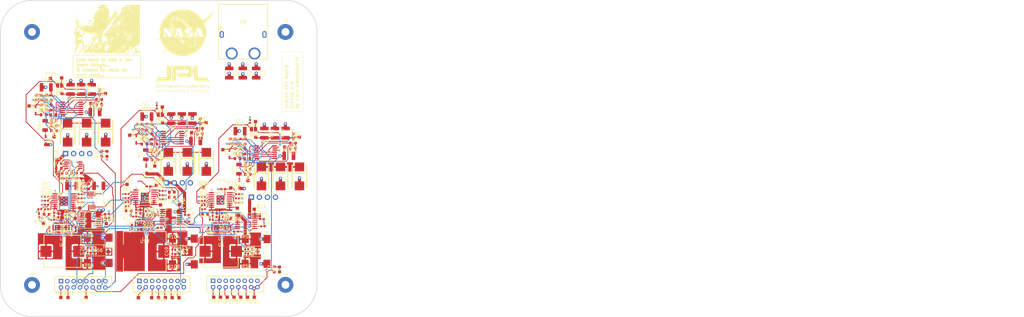
<source format=kicad_pcb>
(kicad_pcb (version 20241229) (generator "pcbnew") (generator_version "9.0")
  (layers (0 "F.Cu" mixed "Signal1") (4 "In1.Cu" power "GND") (6 "In2.Cu" power "Power") (2 "B.Cu" mixed "Signal2") (13 "F.Paste" user) (15 "B.Paste" user) (5 "F.SilkS" user "F.Silkscreen") (7 "B.SilkS" user "B.Silkscreen") (1 "F.Mask" user) (3 "B.Mask" user) (25 "Edge.Cuts" user))
  (net 0 "")
  (net 1 "+V_Batt")
  (net 2 "GND")
  (net 3 "/Perif_Subsystem/WD_Perif/WDT-VIN")
  (net 4 "Net-(C7-Pad2)")
  (net 5 "WDT_WDI_Perif")
  (net 6 "Net-(U6B-+)")
  (net 7 "Net-(U6C--)")
  (net 8 "Net-(U1-TR{slash}SS)")
  (net 9 "Net-(U1-BST)")
  (net 10 "Net-(U1-INTVCC)")
  (net 11 "Net-(U1-FB)")
  (net 12 "Net-(U1-BIAS)")
  (net 13 "+3.3V_OBC")
  (net 14 "+20V_Jetson")
  (net 15 "WDT_WDI_Jetson")
  (net 16 "Net-(C18-Pad2)")
  (net 17 "Net-(U4B-+)")
  (net 18 "Net-(U4C--)")
  (net 19 "Net-(U4D--)")
  (net 20 "Net-(U17-VOUT)")
  (net 21 "Net-(U3-TR{slash}SS)")
  (net 22 "Net-(U3-BIAS)")
  (net 23 "Net-(U3-FB)")
  (net 24 "Net-(U3-BST)")
  (net 25 "Net-(U3-SW)")
  (net 26 "Net-(U3-INTVCC)")
  (net 27 "Net-(U6D--)")
  (net 28 "Net-(U12-VOUT)")
  (net 29 "Net-(U13-TR{slash}SS)")
  (net 30 "Net-(U13-BST)")
  (net 31 "Net-(U13-SW)")
  (net 32 "Net-(U13-INTVCC)")
  (net 33 "/OBC_Subsystem/WD_OBC/WDT-VIN")
  (net 34 "/Jetson_Subsystem/WD_Jetson/WDT-VIN")
  (net 35 "Net-(U13-BIAS)")
  (net 36 "Net-(U13-FB)")
  (net 37 "Net-(U1-VIN)")
  (net 38 "WDT_WDI_OBC")
  (net 39 "Net-(C63-Pad2)")
  (net 40 "Net-(U14B-+)")
  (net 41 "Net-(U14C--)")
  (net 42 "Net-(U14D--)")
  (net 43 "Net-(CN1-Pad8)")
  (net 44 "Net-(CN1-Pad4)")
  (net 45 "Net-(CN1-Pad14)")
  (net 47 "Net-(CN1-Pad12)")
  (net 48 "Net-(CN1-Pad10)")
  (net 49 "Net-(CN1-Pad6)")
  (net 50 "Net-(D2-A)")
  (net 51 "Net-(D4-A)")
  (net 52 "Net-(D7-A)")
  (net 53 "Net-(D9-A)")
  (net 54 "Net-(D11-A)")
  (net 55 "Net-(U1-SW)")
  (net 56 "Net-(D17-A)")
  (net 57 "Net-(J6-Pad6)")
  (net 58 "Net-(J6-Pad4)")
  (net 59 "Net-(J6-Pad2)")
  (net 60 "Net-(J6-Pad8)")
  (net 61 "Net-(J6-Pad10)")
  (net 62 "Net-(J6-Pad12)")
  (net 63 "+5V_Perif")
  (net 64 "OBC_EN_JETSON")
  (net 65 "Net-(J10-Pad2)")
  (net 66 "OBC SDA")
  (net 67 "OBC SCL")
  (net 68 "Net-(J10-Pad4)")
  (net 69 "OBC_EN_PERIF")
  (net 70 "Net-(J10-Pad10)")
  (net 71 "~{WD_EN_JETSON}")
  (net 72 "Net-(JP1-A)")
  (net 73 "Net-(JP2-A)")
  (net 74 "~{WD_EN_PERIF}")
  (net 75 "~{WD_EN_OBC}")
  (net 76 "Net-(JP5-A)")
  (net 77 "Net-(D6-K)")
  (net 78 "Net-(U15-SEL2)")
  (net 79 "Net-(U15-SEL1)")
  (net 80 "Net-(U15-~{ST})")
  (net 81 "Net-(U15-LATCH)")
  (net 82 "Net-(U15-DIA_EN)")
  (net 83 "Net-(R67-Pad2)")
  (net 84 "Net-(D1-K)")
  (net 85 "Net-(R12-Pad2)")
  (net 86 "Net-(U4B--)")
  (net 87 "/Jetson_Subsystem/WD_Jetson/WDT-VP")
  (net 88 "Net-(U4A--)")
  (net 89 "Net-(R20-Pad1)")
  (net 90 "Net-(R22-Pad1)")
  (net 91 "Net-(U4C-+)")
  (net 92 "Net-(D3-A)")
  (net 93 "Net-(D3-K)")
  (net 94 "Net-(U15-SNS)")
  (net 95 "Net-(U6B--)")
  (net 96 "/Perif_Subsystem/WD_Perif/WDT-VP")
  (net 97 "Net-(U7-MOD)")
  (net 98 "Net-(U7-SET)")
  (net 99 "Net-(U6A--)")
  (net 100 "Net-(R39-Pad1)")
  (net 101 "Net-(U17-LATCH)")
  (net 102 "SDA")
  (net 103 "Net-(U9-VCC)")
  (net 104 "SCL")
  (net 105 "Net-(U9-READY)")
  (net 106 "Net-(U9-EN)")
  (net 107 "Net-(R51-Pad1)")
  (net 108 "Net-(U1-RT)")
  (net 109 "Net-(U1-EN{slash}UV)")
  (net 110 "Net-(U17-SNS)")
  (net 111 "Net-(U17-~{ST})")
  (net 112 "Net-(U17-DIA_EN)")
  (net 113 "Net-(U17-SEL2)")
  (net 114 "Net-(U17-SEL1)")
  (net 115 "Net-(U3-RT)")
  (net 116 "Net-(U3-EN{slash}UV)")
  (net 117 "Net-(U6C-+)")
  (net 118 "Net-(D8-A)")
  (net 119 "Net-(D8-K)")
  (net 120 "Net-(U12-SNS)")
  (net 121 "Net-(U12-LATCH)")
  (net 122 "Net-(U12-~{ST})")
  (net 123 "Net-(U12-SEL2)")
  (net 124 "Net-(U12-SEL1)")
  (net 125 "Net-(U12-DIA_EN)")
  (net 126 "Net-(U13-EN{slash}UV)")
  (net 127 "Net-(D10-K)")
  (net 128 "Net-(R85-Pad2)")
  (net 129 "Net-(U14B--)")
  (net 130 "/OBC_Subsystem/WD_OBC/WDT-VP")
  (net 131 "Net-(U14A--)")
  (net 132 "Net-(R93-Pad1)")
  (net 133 "Net-(R95-Pad1)")
  (net 134 "Net-(U14C-+)")
  (net 135 "Net-(D12-A)")
  (net 136 "Net-(D12-K)")
  (net 137 "Net-(U13-RT)")
  (net 138 "SYNC_PHASE3")
  (net 139 "SYNC_PHASE1")
  (net 140 "SYNC_PHASE2")
  (footprint "EPS:R0402" (layer "F.Cu") (at 204.755 107.188 180)
    (property "Reference" "R103")
    (property "Value" "20.8k")
  )
  (footprint "TestPoint:TestPoint_Pad_1.0x1.0mm" (layer "F.Cu") (at 197.781 121.031)
    (property "Reference" "TP17")
    (property "Value" "TestPoint")
  )
  (footprint "EPS:SOD2512X116N" (layer "F.Cu") (at 161.137674 61.6758 -90)
    (property "Reference" "D12")
    (property "Value" "1N4151WS")
  )
  (footprint "EPS:SOD2512X116N" (layer "F.Cu") (at 222.3382 75.5138 -90)
    (property "Reference" "D3")
    (property "Value" "1N4151WS")
  )
  (footprint "EPS:CASE-D_7343" (layer "F.Cu") (at 183.246874 68.8386 90)
    (property "Reference" "C43")
    (property "Value" "220u")
  )
  (footprint "EPS:LED0603-RD_RED" (layer "F.Cu") (at 164.6092 94.6842 180)
    (property "Reference" "D17")
    (property "Value" "LED")
  )
  (footprint "EPS:SOD2512X116N" (layer "F.Cu") (at 164.292874 71.277 -90)
    (property "Reference" "D10")
    (property "Value" "1N4151WS")
  )
  (footprint "EPS:C0402" (layer "F.Cu") (at 173.7912 99.3832 90)
    (property "Reference" "C28")
    (property "Value" "100n")
  )
  (footprint "Resistor_SMD:R_1206_3216Metric" (layer "F.Cu") (at 225.3466 80.3906 90)
    (property "Reference" "R11")
    (property "Value" "10 (1206)")
  )
  (footprint "Resistor_SMD:R_0603_1608Metric" (layer "F.Cu") (at 181.203674 59.8978 180)
    (property "Reference" "R91")
    (property "Value" "10k")
  )
  (footprint "Resistor_SMD:R_0603_1608Metric" (layer "F.Cu") (at 181.356074 55.9862 -90)
    (property "Reference" "R93")
    (property "Value" "1k")
  )
  (footprint "EPS:R0402" (layer "F.Cu") (at 204.755 105.791)
    (property "Reference" "R104")
    (property "Value" "5k")
  )
  (footprint "TestPoint:TestPoint_Pad_1.0x1.0mm" (layer "F.Cu") (at 165.816874 51.7202)
    (property "Reference" "TP36")
    (property "Value" "TestPoint")
  )
  (footprint "Capacitor_SMD:C_1210_3225Metric" (layer "F.Cu") (at 222.293 50.0047 -90)
    (property "Reference" "C3")
    (property "Value" "10u")
  )
  (footprint "LED_SMD:LED_0603_1608Metric" (layer "F.Cu") (at 204.1363 87.63 180)
    (property "Reference" "D7")
    (property "Value" "GREEN")
  )
  (footprint "TestPoint:TestPoint_Pad_1.0x1.0mm" (layer "F.Cu") (at 230.5637 65.3574 180)
    (property "Reference" "TP47")
    (property "Value" "TestPoint")
  )
  (footprint "EPS:R0402" (layer "F.Cu") (at 164.5982 93.0332)
    (property "Reference" "R58")
    (property "Value" "220")
  )
  (footprint "EPS:R0402" (layer "F.Cu") (at 175.1392 90.8742)
    (property "Reference" "R61")
    (property "Value" "15k")
  )
  (footprint "TestPoint:TestPoint_Pad_1.0x1.0mm" (layer "F.Cu") (at 230.1726 93.053 -90)
    (property "Reference" "TP29")
    (property "Value" "TestPoint")
  )
  (footprint "MountingHole:MountingHole_2.5mm_Pad" (layer "F.Cu") (at 160.0128 37)
    (property "Reference" "J3")
    (property "Value" "Conn_01x01_Socket")
  )
  (footprint "EPS:LED0603-RD_RED" (layer "F.Cu") (at 190.493 93.599 180)
    (property "Reference" "D9")
    (property "Value" "LED")
  )
  (footprint "Capacitor_SMD:C_1210_3225Metric" (layer "F.Cu") (at 164.490474 54.513)
    (property "Reference" "C67")
    (property "Value" "10u")
  )
  (footprint "EPS:CONN-TH_DF11-16DP-2DSA-08" (layer "F.Cu") (at 200.941 116.729 180)
    (property "Reference" "CN1")
    (property "Value" "DF11-16DP-2DSA(08)")
  )
  (footprint "Resistor_SMD:R_0603_1608Metric" (layer "F.Cu") (at 224.107 74.686 -90)
    (property "Reference" "R26")
    (property "Value" "4.7M")
  )
  (footprint "TestPoint:TestPoint_Pad_1.0x1.0mm" (layer "F.Cu") (at 183.184874 56.4434 90)
    (property "Reference" "TP50")
    (property "Value" "TestPoint")
  )
  (footprint "Capacitor_SMD:C_1210_3225Metric" (layer "F.Cu") (at 207.3014 64.414 -90)
    (property "Reference" "C9")
    (property "Value" "10u")
  )
  (footprint "EPS:C0402" (layer "F.Cu") (at 220.3644 86.6898 180)
    (property "Reference" "C5")
    (property "Value" "220n")
  )
  (footprint "Connector_PinSocket_2.54mm:PinSocket_1x04_P2.54mm_Vertical" (layer "F.Cu") (at 229.2582 89.2552 90)
    (property "Reference" "J8")
    (property "Value" "Conn_01x04")
  )
  (footprint "Resistor_SMD:R_0603_1608Metric" (layer "F.Cu") (at 163.689874 63.1998)
    (property "Reference" "R97")
    (property "Value" "100k")
  )
  (footprint "Resistor_SMD:R_0603_1608Metric" (layer "F.Cu") (at 168.4572 78.5552)
    (property "Reference" "R42")
    (property "Value" "4.7k")
  )
  (footprint "EPS:C0402" (layer "F.Cu") (at 208.988 97.028)
    (property "Reference" "C50")
    (property "Value" "100n")
  )
  (footprint "Resistor_SMD:R_0603_1608Metric" (layer "F.Cu") (at 181.191874 58.2906 180)
    (property "Reference" "R92")
    (property "Value" "10k")
  )
  (footprint "Resistor_SMD:R_0603_1608Metric" (layer "F.Cu") (at 196.2778 70.0886 90)
    (property "Reference" "R69")
    (property "Value" "100k")
  )
  (footprint "EPS:R0402" (layer "F.Cu") (at 162.4392 93.0332 180)
    (property "Reference" "R107")
    (property "Value" "56.2k")
  )
  (footprint "EPS:R0402" (layer "F.Cu") (at 164.5982 90.3662)
    (property "Reference" "R41")
    (property "Value" "15k")
  )
  (footprint "Capacitor_SMD:C_1210_3225Metric" (layer "F.Cu") (at 172.161274 55.1734 -90)
    (property "Reference" "C66")
    (property "Value" "10u")
  )
  (footprint "EPS:CASE-D_7343" (layer "F.Cu") (at 244.4474 82.6766 90)
    (property "Reference" "C47")
    (property "Value" "220u")
  )
  (footprint "EPS:C0402" (layer "F.Cu") (at 162.2342 95.0232 -90)
    (property "Reference" "C24")
    (property "Value" "220n")
  )
  (footprint "Capacitor_SMD:C_1210_3225Metric" (layer "F.Cu") (at 226.543 50.0047 -90)
    (property "Reference" "C2")
    (property "Value" "10u")
  )
  (footprint "EPS:C0402" (layer "F.Cu") (at 183.6972 95.8272)
    (property "Reference" "C32")
    (property "Value" "100n")
  )
  (footprint "Resistor_SMD:R_0603_1608Metric" (layer "F.Cu") (at 228.1134 78.8158 180)
    (property "Reference" "R12")
    (property "Value" "10k")
  )
  (footprint "LED_SMD:LED_0603_1608Metric" (layer "F.Cu") (at 183.683174 75.528 90)
    (property "Reference" "D11")
    (property "Value" "GREEN")
  )
  (footprint "EPS:IND-SMD_L11.0-W10.0" (layer "F.Cu") (at 219.6062 106.3494)
    (property "Reference" "L1")
    (property "Value" "4.7u")
  )
  (footprint "TestPoint:TestPoint_Pad_1.0x1.0mm" (layer "F.Cu") (at 206.417 121.031)
    (property "Reference" "TP21")
    (property "Value" "TestPoint")
  )
  (footprint "EPS:R0402" (layer "F.Cu") (at 227.785 105.7398)
    (property "Reference" "R56")
    (property "Value" "10k")
  )
  (footprint "TestPoint:TestPoint_Pad_1.0x1.0mm" (layer "F.Cu") (at 221.6382 120.8782 180)
    (property "Reference" "TP1")
    (property "Value" "TestPoint")
  )
  (footprint "EPS:R0402" (layer "F.Cu") (at 214.1198 91.7444)
    (property "Reference" "R50")
    (property "Value" "15k")
  )
  (footprint "Capacitor_SMD:C_1210_3225Metric" (layer "F.Cu") (at 175.514074 55.1734 -90)
    (property "Reference" "C65")
    (property "Value" "10u")
  )
  (footprint "Capacitor_SMD:C_1210_3225Metric" (layer "F.Cu") (at 203.9486 64.414 -90)
    (property "Reference" "C17")
    (property "Value" "10u")
  )
  (footprint "EPS:C0402" (layer "F.Cu") (at 183.6972 94.5572)
    (property "Reference" "C31")
    (property "Value" "100n")
  )
  (footprint "Resistor_SMD:R_0603_1608Metric" (layer "F.Cu") (at 242.5566 69.8242 -90)
    (property "Reference" "R20")
    (property "Value" "1k")
  )
  (footprint "EPS:R0402" (layer "F.Cu") (at 214.1234 93.0398)
    (property "Reference" "R5")
    (property "Value" "220")
  )
  (footprint "LOGO" (layer "F.Cu") (at 207.891383 37.145886)
    (property "Reference" "G***" (hide yes))
    (property "Value" "LOGO" (hide yes))
  )
  (footprint "TestPoint:TestPoint_Pad_1.0x1.0mm" (layer "F.Cu") (at 223.7718 120.8782 180)
    (property "Reference" "TP2")
    (property "Value" "TestPoint")
  )
  (footprint "EPS:R0402" (layer "F.Cu") (at 190.023 92.075 180)
    (property "Reference" "R77")
    (property "Value" "220")
  )
  (footprint "TestPoint:TestPoint_Pad_1.0x1.0mm" (layer "F.Cu") (at 190.023 85.217)
    (property "Reference" "TP37")
    (property "Value" "TestPoint")
  )
  (footprint "EPS:R0402" (layer "F.Cu") (at 199.4233 60.7328 90)
    (property "Reference" "R72")
    (property "Value" "15k")
  )
  (footprint "Connector_PinSocket_2.54mm:PinSocket_1x04_P2.54mm_Vertical" (layer "F.Cu") (at 202.3838 84.709 90)
    (property "Reference" "J7")
    (property "Value" "Conn_01x04")
  )
  (footprint "MountingHole:MountingHole_2.5mm_Pad" (layer "F.Cu") (at 160.0128 117)
    (property "Reference" "J2")
    (property "Value" "Conn_01x01_Socket")
  )
  (footprint "EPS:CAP-SMD_L7.3-W4.3-FD" (layer "F.Cu") (at 207.803 110.49)
    (property "Reference" "C53")
    (property "Value" "47u")
  )
  (footprint "Capacitor_SMD:C_1210_3225Metric" (layer "F.Cu") (at 233.3618 69.0114 -90)
    (property "Reference" "C21")
    (property "Value" "10u")
  )
  (footprint "Resistor_SMD:R_0603_1608Metric" (layer "F.Cu") (at 194.6938 70.0886 -90)
    (property "Reference" "R70")
    (property "Value" "4.7M")
  )
  (footprint "EPS:C0402" (layer "F.Cu") (at 171.1952 94.8112 180)
    (property "Reference" "C25")
    (property "Value" "2.2n")
  )
  (footprint "Resistor_SMD:R_0603_1608Metric" (layer "F.Cu") (at 197.8526 67.0012 90)
    (property "Reference" "R9")
    (property "Value" "10k")
  )
  (footprint "TestPoint:TestPoint_Pad_1.0x1.0mm" (layer "F.Cu") (at 198.766 79.4)
    (property "Reference" "TP5")
    (property "Value" "TestPoint")
  )
  (footprint "EPS:R0402" (layer "F.Cu") (at 220.7002 95.6052 180)
    (property "Reference" "R52")
    (property "Value" "110k")
  )
  (footprint "Resistor_SMD:R_0603_1608Metric" (layer "F.Cu") (at 225.691 74.686 90)
    (property "Reference" "R25")
    (property "Value" "100k")
  )
  (footprint "Resistor_SMD:R_0603_1608Metric" (layer "F.Cu") (at 197.8526 70.1158 90)
    (property "Reference" "R67")
    (property "Value" "100k")
  )
  (footprint "EPS:CASE-D_7343" (layer "F.Cu") (at 203.0342 78.0792 90)
    (property "Reference" "C6")
    (property "Value" "220u")
  )
  (footprint "EPS:C0402" (layer "F.Cu") (at 232.8798 98.4466)
    (property "Reference" "C15")
    (property "Value" "100n")
  )
  (footprint "TestPoint:TestPoint_Pad_1.0x1.0mm" (layer "F.Cu") (at 202.099 121.031)
    (property "Reference" "TP19")
    (property "Value" "TestPoint")
  )
  (footprint "Resistor_SMD:R_0603_1608Metric" (layer "F.Cu") (at 242.4042 73.7358 180)
    (property "Reference" "R18")
    (property "Value" "10k")
  )
  (footprint "EPS:CAP-SMD_L7.3-W4.3-FD" (layer "F.Cu") (at 230.7314 110.3118)
    (property "Reference" "C55")
    (property "Value" "47u")
  )
  (footprint "Jumper:SolderJumper-2_P1.3mm_Open_RoundedPad1.0x1.5mm" (layer "F.Cu") (at 229.9171 67.7254 180)
    (property "Reference" "JP1")
    (property "Value" "SolderJumper_2_Open")
  )
  (footprint "EPS:IND-SMD_L13.5-W12.6" (layer "F.Cu") (at 195.611 106.426)
    (property "Reference" "L3")
    (property "Value" "12u")
  )
  (footprint "EPS:R0402" (layer "F.Cu") (at 216.5964 96.358577 180)
    (property "Reference" "R54")
    (property "Value" "2k")
  )
  (footprint "EPS:HTSSOP-16_L5.0-W4.4-P0.65-LS6.4-TL-EP2.9" (layer "F.Cu") (at 219.5174 90.1442)
    (property "Reference" "U15")
    (property "Value" "TPS1HB08BQPWPRQ1")
  )
  (footprint "EPS:CAP-SMD_L7.3-W4.3-FD" (layer "F.Cu") (at 207.803 102.362)
    (property "Reference" "C48")
    (property "Value" "47u")
  )
  (footprint "Resistor_SMD:R_0603_1608Metric" (layer "F.Cu") (at 182.006774 75.528 90)
    (property "Reference" "R90")
    (property "Value" "3.0k")
  )
  (footprint "Resistor_SMD:R_0603_1608Metric" (layer "F.Cu") (at 228.1284 80.4414)
    (property "Reference" "R21")
    (property "Value" "100k")
  )
  (footprint "EPS:R0402" (layer "F.Cu") (at 171.118 96.0812 180)
    (property "Reference" "R62")
    (property "Value" "110k")
  )
  (footprint "EPS:C0402" (layer "F.Cu") (at 196.585 93.599 180)
    (property "Reference" "C39")
    (property "Value" "2.2n")
  )
  (footprint "TestPoint:TestPoint_Pad_1.0x1.0mm" (layer "F.Cu") (at 175.1002 92.6522)
    (property "Reference" "TP32")
    (property "Value" "TestPoint")
  )
  (footprint "EPS:C0402" (layer "F.Cu") (at 215.7454 99.4406 -90)
    (property "Reference" "C11")
    (property "Value" "100n")
  )
  (footprint "Jumper:SolderJumper-2_P1.3mm_Open_RoundedPad1.0x1.5mm" (layer "F.Cu") (at 200.5039 63.128 180)
    (property "Reference" "JP2")
    (property "Value" "SolderJumper_2_Open")
  )
  (footprint "Jumper:SolderJumper-2_P1.3mm_Open_RoundedPad1.0x1.5mm" (layer "F.Cu") (at 168.716574 53.8874 180)
    (property "Reference" "JP5")
    (property "Value" "SolderJumper_2_Open")
  )
  (footprint "EPS:C0402" (layer "F.Cu") (at 229.5122 106.4002 -90)
    (property "Reference" "C14")
    (property "Value" "10p")
  )
  (footprint "TestPoint:TestPoint_Pad_1.0x1.0mm" (layer "F.Cu") (at 201.1505 60.76 180)
    (property "Reference" "TP15")
    (property "Value" "TestPoint")
  )
  (footprint "TestPoint:TestPoint_Pad_1.0x1.0mm" (layer "F.Cu") (at 230.6694 70.2814 90)
    (property "Reference" "TP13")
    (property "Value" "TestPoint")
  )
  (footprint "Capacitor_SMD:C_1210_3225Metric" (layer "F.Cu") (at 230.793 50.0047 -90)
    (property "Reference" "C1")
    (property "Value" "10u")
  )
  (footprint "Resistor_SMD:R_0603_1608Metric" (layer "F.Cu") (at 224.8904 77.0378)
    (property "Reference" "R24")
    (property "Value" "100k")
  )
  (footprint "EPS:R0402" (layer "F.Cu") (at 200.769 87.249)
    (property "Reference" "R81")
    (property "Value" "15k")
  )
  (footprint "EPS:VSSOP-8_L3.0-W3.0-P0.65-LS4.9-BL" (layer "F.Cu") (at 173.0522 79.1174 90)
    (property "Reference" "U9")
    (property "Value" "TCA4307DGKR")
  )
  (footprint "EPS:R0402" (layer "F.Cu") (at 175.1782 88.3342)
    (property "Reference" "R59")
    (property "Value" "15k")
  )
  (footprint "EPS:R0402" (layer "F.Cu") (at 224.8658 88.29)
    (property "Reference" "R7")
    (property "Value" "15k")
  )
  (footprint "TestPoint:TestPoint_Pad_1.0x1.0mm" (layer "F.Cu") (at 217.371 120.8782 180)
    (property "Reference" "TP44")
    (property "Value" "TestPoint")
  )
  (footprint "EPS:R0402" (layer "F.Cu") (at 190.033629 89.524323 180)
    (property "Reference" "R76")
    (property "Value" "15k")
  )
  (footprint "EPS:C0402" (layer "F.Cu") (at 224.3902 100.101)
    (property "Reference" "C13")
    (property "Value" "100n")
  )
  (footprint "EPS:QFN-28_L6.0-W3.0-P0.50-BL-EP" (layer "F.Cu") (at 169.6002 98.8752 180)
    (property "Reference" "U3")
    (property "Value" "LT8612EUDE#PBF")
  )
  (footprint "EPS:R0402" (layer "F.Cu") (at 190.023 90.805)
    (property "Reference" "R82")
    (property "Value" "15k")
  )
  (footprint "Capacitor_SMD:C_1210_3225Metric" (layer "F.Cu") (at 241.0834 76.1742)
    (property "Reference" "C18")
    (property "Value" "10u")
  )
  (footprint "Capacitor_SMD:C_1210_3225Metric" (layer "F.Cu") (at 178.859274 55.1652 -90)
    (property "Reference" "C64")
    (property "Value" "10u")
  )
  (footprint "EPS:TSSOP-16_L5.0-W4.4-P0.65-LS6.4-BL-1" (layer "F.Cu") (at 203.866 95.44 -90)
    (property "Reference" "U16")
    (property "Value" "INA260AIPWR")
  )
  (footprint "LED_SMD:LED_0603_1608Metric" (layer "F.Cu") (at 238.1482 112.1152 90)
    (property "Reference" "D2")
    (property "Value" "GREEN")
  )
  (footprint "Capacitor_SMD:C_1210_3225Metric" (layer "F.Cu") (at 172.5212 85.6672)
    (property "Reference" "C37")
    (property "Value" "0.1u")
  )
  (footprint "TestPoint:TestPoint_Pad_1.0x1.0mm" (layer "F.Cu") (at 204.258 121.031)
    (property "Reference" "TP20")
    (property "Value" "TestPoint")
  )
  (footprint "Resistor_SMD:R_0603_1608Metric" (layer "F.Cu") (at 169.4732 82.4922 90)
    (property "Reference" "R44")
    (property "Value" "4.7k")
  )
  (footprint "Resistor_SMD:R_0603_1608Metric" (layer "F.Cu") (at 195.4772 72.4404)
    (property "Reference" "R68")
    (property "Value" "100k")
  )
  (footprint "Resistor_SMD:R_0603_1608Metric" (layer "F.Cu") (at 166.912874 64.9778 180)
    (property "Reference" "R85")
    (property "Value" "10k")
  )
  (footprint "Resistor_SMD:R_0603_1608Metric" (layer "F.Cu") (at 166.751 63.1998 180)
    (property "Reference" "R95")
    (property "Value" "1k")
  )
  (footprint "EPS:R0402" (layer "F.Cu") (at 214.1216 89.1282)
    (property "Reference" "R28")
    (property "Value" "1k")
  )
  (footprint "EPS:CONN-TH_DF11-16DP-2DSA-08" (layer "F.Cu") (at 224.1678 116.6966 180)
    (property "Reference" "J6")
    (property "Value" "DF11-16DP-2DSA")
  )
  (footprint "EPS:C0402" (layer "F.Cu") (at 218.3236 94.9614 -90)
    (property "Reference" "C4")
    (property "Value" "22n")
  )
  (footprint "TestPoint:TestPoint_Pad_1.0x1.0mm" (layer "F.Cu") (at 173.6642 95.9542)
    (property "Reference" "TP35")
    (property "Value" "TestPoint")
  )
  (footprint "EPS:MSOP-10_L3.0-W3.0-P0.50-LS5.0-BL" (layer "F.Cu") (at 178.816 90.297)
    (property "Reference" "U7")
    (property "Value" "LTC6902")
  )
  (footprint "EPS:C0402" (layer "F.Cu") (at 200.31 98.933)
    (property "Reference" "C41")
    (property "Value" "100n")
  )
  (footprint "EPS:R0402" (layer "F.Cu") (at 228.8365 65.3302 90)
    (property "Reference" "R1")
    (property "Value" "15k")
  )
  (footprint "Resistor_SMD:R_0603_1608Metric" (layer "F.Cu") (at 177.8552 85.7942 90)
    (property "Reference" "R34")
    (property "Value" "14k")
  )
  (footprint "EPS:R0402" (layer "F.Cu") (at 166.9332 94.6842 -90)
    (property "Reference" "R63")
    (property "Value" "47k")
  )
  (footprint "EPS:CAP-SMD_L7.3-W4.3-FD" (layer "F.Cu") (at 180.9032 102.0502)
    (property "Reference" "C52")
    (property "Value" "47u")
  )
  (footprint "Capacitor_SMD:C_1210_3225Metric" (layer "F.Cu") (at 225.691 68.351)
    (property "Reference" "C22")
    (property "Value" "10u")
  )
  (footprint "EPS:R0402" (layer "F.Cu") (at 227.785 107.0606 180)
    (property "Reference" "R55")
    (property "Value" "196k")
  )
  (footprint "TestPoint:TestPoint_Pad_1.0x1.0mm" (layer "F.Cu") (at 214.1072 86.131)
    (property "Reference" "TP38")
    (property "Value" "TestPoint")
  )
  (footprint "Capacitor_SMD:C_1210_3225Metric" (layer "F.Cu") (at 236.7146 69.0114 -90)
    (property "Reference" "C20")
    (property "Value" "10u")
  )
  (footprint "Package_SO:TSSOP-14_4.4x5mm_P0.65mm" (layer "F.Cu") (at 204.355 70.4084)
    (property "Reference" "U6")
    (property "Value" "TLV1704")
  )
  (footprint "EPS:TH_2P-XT60PW-F" (layer "F.Cu") (at 226.651 40.815)
    (property "Reference" "U8")
    (property "Value" "XT60PW-F_C428722")
  )
  (footprint "TestPoint:TestPoint_Pad_1.0x1.0mm" (layer "F.Cu") (at 159.054874 60.4058 -90)
    (property "Reference" "TP52")
    (property "Value" "TestPoint")
  )
  (footprint "TestPoint:TestPoint_Pad_1.0x1.0mm" (layer "F.Cu") (at 224.826 92.735)
    (property "Reference" "TP26")
    (property "Value" "TestPoint")
  )
  (footprint "TestPoint:TestPoint_Pad_1.0x1.0mm" (layer "F.Cu") (at 183.4432 97.6052)
    (property "Reference" "TP34")
    (property "Value" "TestPoint")
  )
  (footprint "Resistor_SMD:R_0603_1608Metric" (layer "F.Cu") (at 225.6818 71.59 -90)
    (property "Reference" "R14")
    (property "Value" "10k")
  )
  (footprint "EPS:R0402" (layer "F.Cu") (at 214.120635 90.45666)
    (property "Reference" "R6")
    (property "Value" "15k")
  )
  (footprint "TestPoint:TestPoint_Pad_1.0x1.0mm" (layer "F.Cu") (at 228.1792 83.9974)
    (property "Reference" "TP10")
    (property "Value" "TestPoint")
  )
  (footprint "EPS:SOD2512X116N" (layer "F.Cu") (at 225.4934 85.115 -90)
    (property "Reference" "D1")
    (property "Value" "1N4151WS")
  )
  (footprint "Resistor_SMD:R_0603_1608Metric" (layer "F.Cu") (at 222.5414 71.5986 -90)
    (property "Reference" "R16")
    (property "Value" "3.0k")
  )
  (footprint "EPS:C0402" (layer "F.Cu") (at 179.7602 106.0722 90)
    (property "Reference" "C26")
    (property "Value" "10p")
  )
  (footprint "Resistor_SMD:R_0603_1608Metric" (layer "F.Cu") (at 212.991 69.1384 180)
    (property "Reference" "R33")
    (property "Value" "10k")
  )
  (footprint "Capacitor_SMD:C_1210_3225Metric" (layer "F.Cu") (at 211.6702 71.501)
    (property "Reference" "C7")
    (property "Value" "10u")
  )
  (footprint "EPS:CONN-TH_DF11-16DP-2DSA-08" (layer "F.Cu") (at 176.1572 116.7982 180)
    (property "Reference" "J10")
    (property "Value" "DF11-16DP-2DSA")
  )
  (footprint "TestPoint:TestPoint_Pad_1.0x1.0mm" (layer "F.Cu") (at 239.8134 73.431 90)
    (property "Reference" "TP11")
    (property "Value" "TestPoint")
  )
  (footprint "TestPoint:TestPoint_Pad_1.0x1.0mm" (layer "F.Cu") (at 219.5046 120.8782 180)
    (property "Reference" "TP45")
    (property "Value" "TestPoint")
  )
  (footprint "TestPoint:TestPoint_Pad_1.0x1.0mm" (layer "F.Cu") (at 169.468874 56.4434 90)
    (property "Reference" "TP51")
    (property "Value" "TestPoint")
  )
  (footprint "EPS:SOD2512X116N" (layer "F.Cu") (at 196.0802 80.5176 -90)
    (property "Reference" "D6")
    (property "Value" "1N4151WS")
  )
  (footprint "Resistor_SMD:R_0603_1608Metric" (layer "F.Cu") (at 198.7152 77.4696)
    (property "Reference" "R71")
    (property "Value" "100k")
  )
  (footprint "TestPoint:TestPoint_Pad_1.0x1.0mm" (layer "F.Cu") (at 230.1726 120.8782 180)
    (property "Reference" "TP46")
    (property "Value" "TestPoint")
  )
  (footprint "Resistor_SMD:R_0603_1608Metric" (layer "F.Cu") (at 194.703 66.9926 90)
    (property "Reference" "R30")
    (property "Value" "3.0k")
  )
  (footprint "MountingHole:MountingHole_2.5mm_Pad" (layer "F.Cu") (at 240.0128 37)
    (property "Reference" "J5")
    (property "Value" "Conn_01x01_Socket")
  )
  (footprint "Resistor_SMD:R_0603_1608Metric" (layer "F.Cu") (at 198.7002 74.2184 180)
    (property "Reference" "R8")
    (property "Value" "10k")
  )
  (footprint "Resistor_SMD:R_0603_1608Metric" (layer "F.Cu") (at 166.927874 68.229)
    (property "Reference" "R100")
    (property "Value" "100k")
  )
  (footprint "TestPoint:TestPoint_Pad_1.0x1.0mm" (layer "F.Cu") (at 171.3782 120.9732)
    (property "Reference" "TP23")
    (property "Value" "TestPoint")
  )
  (footprint "TestPoint:TestPoint_Pad_1.0x1.0mm" (layer "F.Cu") (at 210.4002 68.8336 90)
    (property "Reference" "TP6")
    (property "Value" "TestPoint")
  )
  (footprint "EPS:R0402" (layer "F.Cu") (at 192.436 95.377 180)
    (property "Reference" "R101")
    (property "Value" "2k")
  )
  (footprint "TestPoint:TestPoint_Pad_1.0x1.0mm" (layer "F.Cu") (at 222.7432 86.3342)
    (property "Reference" "TP25")
    (property "Value" "TestPoint")
  )
  (footprint "Capacitor_SMD:C_1210_3225Metric" (layer "F.Cu") (at 179.882874 62.3362)
    (property "Reference" "C63")
    (property "Value" "10u")
  )
  (footprint "EPS:C0402" (layer "F.Cu") (at 208.904 94.869)
    (property "Reference" "C51")
    (property "Value" "100n")
  )
  (footprint "EPS:C0402" (layer "F.Cu") (at 220.5294 94.2844 180)
    (property "Reference" "C10")
    (property "Value" "10n")
  )
  (footprint "Package_SO:TSSOP-14_4.4x5mm_P0.65mm" (layer "F.Cu") (at 233.7682 75.0058)
    (property "Reference" "U4")
    (property "Value" "TLV1704")
  )
  (footprint "Capacitor_SMD:C_1210_3225Metric" (layer "F.Cu") (at 210.6466 64.4058 -90)
    (property "Reference" "C8")
    (property "Value" "10u")
  )
  (footprint "Resistor_SMD:R_0603_1608Metric" (layer "F.Cu") (at 227.965 77.0378 180)
    (property "Reference" "R22")
    (property "Value" "1k")
  )
  (footprint "EPS:R0402" (layer "F.Cu") (at 224.8404 90.9316)
    (property "Reference" "R4")
    (property "Value" "15k")
  )
  (footprint "Resistor_SMD:R_0603_1608Metric" (layer "F.Cu") (at 166.065274 57.7606 90)
    (property "Reference" "R86")
    (property "Value" "10k")
  )
  (footprint "TestPoint:TestPoint_Pad_1.0x1.0mm" (layer "F.Cu") (at 184.0782 106.4952)
    (property "Reference" "TP33")
    (property "Value" "TestPoint")
  )
  (footprint "EPS:CAP-SMD_L7.3-W4.3-FD" (layer "F.Cu") (at 230.7822 102.4886)
    (property "Reference" "C54")
    (property "Value" "47u")
  )
  (footprint "Connector_PinSocket_2.54mm:PinSocket_1x04_P2.54mm_Vertical" (layer "F.Cu") (at 170.596474 75.4684 90)
    (property "Reference" "J18")
    (property "Value" "Conn_01x04")
  )
  (footprint "Resistor_SMD:R_0603_1608Metric" (layer "F.Cu") (at 176.2902 85.7942 90)
    (property "Reference" "R35")
    (property "Value" "17k")
  )
  (footprint "EPS:HTSSOP-16_L5.0-W4.4-P0.65-LS6.4-TL-EP2.9" (layer "F.Cu") (at 170.1082 90.4932)
    (property "Reference" "U17")
    (property "Value" "TPS1HB08BQPWPRQ1")
  )
  (footprint "MountingHole:MountingHole_2.5mm_Pad" (layer "F.Cu") (at 240.03 116.967)
    (property "Reference" "J4")
    (property "Value" "Conn_01x01_Socket")
  )
  (footprint "Resistor_SMD:R_0603_1608Metric" (layer "F.Cu") (at 193.1282 67.0012 -90)
    (property "Reference" "R31")
    (property "Value" "3.0k")
  )
  (footprint "EPS:C0402" (layer "F.Cu") (at 168.3302 95.0652 -90)
    (property "Reference" "C23")
    (property "Value" "22n")
  )
  (footprint "EPS:LED0603-RD_RED" (layer "F.Cu") (at 214.6278 94.64 180)
    (property "Reference" "D4")
    (property "Value" "LED")
  )
  (footprint "EPS:R0402" (layer "F.Cu") (at 164.5982 91.6362)
    (property "Reference" "R108")
    (property "Value" "10k")
  )
  (footprint "EPS:R0402" (layer "F.Cu") (at 178.0312 105.3522)
    (property "Reference" "R66")
    (property "Value" "10k")
  )
  (footprint "TestPoint:TestPoint_Pad_1.0x1.0mm" (layer "F.Cu") (at 222.8066 95.9354 -90)
    (property "Reference" "TP27")
    (property "Value" "TestPoint")
  )
  (footprint "Resistor_SMD:R_0603_1608Metric" (layer "F.Cu") (at 175.5692 82.4922 90)
    (property "Reference" "R45")
    (property "Value" "4.7k")
  )
  (footprint "TestPoint:TestPoint_Pad_1.0x1.0mm" (layer "F.Cu") (at 199.294 85.471)
    (property "Reference" "TP39")
    (property "Value" "TestPoint")
  )
  (footprint "LOGO" (layer "F.Cu") (at 181.55858 36.067124)
    (property "Reference" "G***")
    (property "Value" "LOGO" (hide yes))
  )
  (footprint "EPS:R0402" (layer "F.Cu") (at 192.866 93.677 -90)
    (property "Reference" "R83")
    (property "Value" "47k")
  )
  (footprint "EPS:R0402" (layer "F.Cu") (at 217.0028 94.6654 -90)
    (property "Reference" "R53")
    (property "Value" "47k")
  )
  (footprint "EPS:R0402" (layer "F.Cu") (at 196.832 94.869 180)
    (property "Reference" "R102")
    (property "Value" "110k")
  )
  (footprint "EPS:R0402" (layer "F.Cu") (at 200.769 88.646)
    (property "Reference" "R79")
    (property "Value" "15k")
  )
  (footprint "Resistor_SMD:R_0603_1608Metric" (layer "F.Cu") (at 172.5212 82.4922 90)
    (property "Reference" "R46")
    (property "Value" "4.7k")
  )
  (footprint "EPS:CASE-D_7343" (layer "F.Cu") (at 171.246874 68.8386 90)
    (property "Reference" "C42")
    (property "Value" "220u")
  )
  (footprint "TestPoint:TestPoint_Pad_1.0x1.0mm" (layer "F.Cu") (at 214.9722 65.684 90)
    (property "Reference" "TP7")
    (property "Value" "TestPoint")
  )
  (footprint "EPS:C0402" (layer "F.Cu") (at 206.533 106.426 90)
    (property "Reference" "C49")
    (property "Value" "10p")
  )
  (footprint "EPS:CASE-D_7343" (layer "F.Cu") (at 238.4474 82.6766 90)
    (property "Reference" "C46")
    (property "Value" "220u")
  )
  (footprint "TestPoint:TestPoint_Pad_1.0x1.0mm" (layer "F.Cu") (at 190.8422 69.6464 -90)
    (property "Reference" "TP9")
    (property "Value" "TestPoint")
  )
  (footprint "EPS:TSSOP-16_L5.0-W4.4-P0.65-LS6.4-BL-1" (layer "F.Cu") (at 227.6326 96.8498 -90)
    (property "Reference" "U2")
    (property "Value" "INA260AIPWR")
  )
  (footprint "EPS:CASE-D_7343" (layer "F.Cu") (at 215.0342 78.0792 90)
    (property "Reference" "C35")
    (property "Value" "220u")
  )
  (footprint "TestPoint:TestPoint_Pad_1.0x1.0mm" (layer "F.Cu") (at 201.2562 65.684 90)
    (property "Reference" "TP8")
    (property "Value" "TestPoint")
  )
  (footprint "Resistor_SMD:R_0603_1608Metric" (layer "F.Cu") (at 170.9972 82.4922 90)
    (property "Reference" "R47")
    (property "Value" "4.7k")
  )
  (footprint "Resistor_SMD:R_0603_1608Metric" (layer "F.Cu") (at 164.481274 57.752 -90)
    (property "Reference" "R87")
    (property "Value" "10k")
  )
  (footprint "EPS:C0402" (layer "F.Cu") (at 191.547 98.552 -90)
    (property "Reference" "C40")
    (property "Value" "100n")
  )
  (footprint "TestPoint:TestPoint_Pad_1.0x1.0mm" (layer "F.Cu") (at 166.978674 70.1594)
    (property "Reference" "TP48")
    (property "Value" "TestPoint")
  )
  (footprint "EPS:CAP-SMD_L7.3-W4.3-FD" (layer "F.Cu") (at 180.9142 110.0512)
    (property "Reference" "C56")
    (property "Value" "47u")
  )
  (footprint "TestPoint:TestPoint_Pad_1.0x1.0mm" (layer "F.Cu") (at 163.6312 97.4782)
    (property "Reference" "TP31")
    (property "Value" "TestPoint")
  )
  (footprint "Resistor_SMD:R_0603_1608Metric" (layer "F.Cu") (at 213.1434 65.2268 -90)
    (property "Reference" "R39")
    (property "Value" "1k")
  )
  (footprint "EPS:IND-SMD_L11.5-W10.0" (layer "F.Cu") (at 169.6002 106.3682)
    (property "Reference" "L2")
    (property "Value" "8.2u")
  )
  (footprint "Resistor_SMD:R_0603_1608Metric" (layer "F.Cu") (at 196.2686 66.9926 -90)
    (property "Reference" "R29")
    (property "Value" "10k")
  )
  (footprint "Capacitor_SMD:C_1210_3225Metric" (layer "F.Cu") (at 240.0598 69.0032 -90)
    (property "Reference" "C19")
    (property "Value" "10u")
  )
  (footprint "TestPoint:TestPoint_Pad_1.0x1.0mm" (layer "F.Cu") (at 244.3854 70.2814 90)
    (property "Reference" "TP12")
    (property "Value" "TestPoint")
  )
  (footprint "TestPoint:TestPoint_Pad_1.0x1.0mm" (layer "F.Cu") (at 169.0922 120.9732)
    (property "Reference" "TP22")
    (property "Value" "TestPoint")
  )
  (footprint "LOGO" (layer "F.Cu") (at 207.518 51.943)
    (property "Reference" "G***" (hide yes))
    (property "Value" "LOGO" (hide yes))
  )
  (footprint "EPS:R0402" (layer "F.Cu") (at 224.8386 89.6362)
    (property "Reference" "R3")
    (property "Value" "15k")
  )
  (footprint "Resistor_SMD:R_0603_1608Metric" (layer "F.Cu") (at 228.1284 82.067)
    (property "Reference" "R27")
    (property "Value" "100k")
  )
  (footprint "EPS:QFN-28_L6.0-W3.0-P0.50-BL-EP" (layer "F.Cu") (at 219.751955 98.85271 180)
    (property "Reference" "U1")
    (property "Value" "LT8612EUDE#PBF")
  )
  (footprint "TestPoint:TestPoint_Pad_1.0x1.0mm" (layer "F.Cu") (at 169.363174 51.5194 180)
    (property "Reference" "TP53")
    (property "Value" "TestPoint")
  )
  (footprint "TestPoint:TestPoint_Pad_1.0x1.0mm" (layer "F.Cu") (at 220.2554 74.2438 -90)
    (property "Reference" "TP14")
    (property "Value" "TestPoint")
  )
  (footprint "Resistor_SMD:R_0603_1608Metric" (layer "F.Cu") (at 174.0452 82.4922 90)
    (property "Reference" "R48")
    (property "Value" "4.7k")
  )
  (footprint "TestPoint:TestPoint_Pad_1.0x1.0mm" (layer "F.Cu") (at 177.0932 120.9732)
    (property "Reference" "TP24")
    (property "Value" "TestPoint")
  )
  (footprint "Package_SO:TSSOP-14_4.4x5mm_P0.65mm" (layer "F.Cu") (at 172.567674 61.1678)
    (property "Reference" "U14")
    (property "Value" "TLV1704")
  )
  (footprint "EPS:R0402" (layer "F.Cu") (at 175.1492 89.6042)
    (property "Reference" "R60")
    (property "Value" "15k")
  )
  (footprint "EPS:HTSSOP-16_L5.0-W4.4-P0.65-LS6.4-TL-EP2.9" (layer "F.Cu") (at 195.611 89.281)
    (property "Reference" "U12")
    (property "Value" "TPS1HB08BQPWPRQ1")
  )
  (footprint "Resistor_SMD:R_0603_1608Metric" (layer "F.Cu") (at 166.065274 60.8752 90)
    (property "Reference" "R96")
    (property "Value" "100k")
  )
  (footprint "Resistor_SMD:R_0603_1608Metric" (layer "F.Cu") (at 204.1363 89.3064 180)
    (property "Reference" "R32")
    (property "Value" "3.0k")
  )
  (footprint "EPS:C0402" (layer "F.Cu") (at 232.5916 96.1606)
    (property "Reference" "C16")
    (property "Value" "100n")
  )
  (footprint "EPS:R0402" (layer "F.Cu") (at 200.769 89.916)
    (property "Reference" "R80")
    (property "Value" "15k")
  )
  (footprint "Resistor_SMD:R_0603_1608Metric" (layer "F.Cu") (at 166.927874 66.6034)
    (property "Reference" "R94")
    (property "Value" "100k")
  )
  (footprint "Resistor_SMD:R_0603_1608Metric" (layer "F.Cu") (at 162.906474 60.848 -90)
    (property "Reference" "R99")
    (property "Value" "4.7M")
  )
  (footprint "EPS:R0402" (layer "F.Cu") (at 178.0312 106.7492 180)
    (property "Reference" "R65")
    (property "Value" "240k")
  )
  (footprint "Resistor_SMD:R_0603_1608Metric" (layer "F.Cu") (at 198.7152 75.844)
    (property "Reference" "R49")
    (property "Value" "100k")
  )
  (footprint "TestPoint:TestPoint_Pad_1.0x1.0mm" (layer "F.Cu") (at 193.59 121.031)
    (property "Reference" "TP16")
    (property "Value" "TestPoint")
  )
  (footprint "EPS:CASE-D_7343" (layer "F.Cu") (at 209.0342 78.0792 90)
    (property "Reference" "C34")
    (property "Value" "220u")
  )
  (footprint "Resistor_SMD:R_0603_1608Metric" (layer "F.Cu") (at 227.2658 71.5986 90)
    (property "Reference" "R13")
    (property "Value" "10k")
  )
  (footprint "Resistor_SMD:R_0603_1608Metric" (layer "F.Cu") (at 227.2658 74.7132 90)
    (property "Reference" "R23")
    (property "Value" "100k")
  )
  (footprint "EPS:SOD2512X116N" (layer "F.Cu") (at 192.925 70.9164 -90)
    (property "Reference" "D8")
    (property "Value" "1N4151WS")
  )
  (footprint "EPS:CASE-D_7343" (layer "F.Cu") (at 177.246874 68.8386 90)
    (property "Reference" "C44")
    (property "Value" "220u")
  )
  (footprint "Resistor_SMD:R_0603_1608Metric" (layer "F.Cu") (at 162.915674 57.752 90)
    (property "Reference" "R88")
    (property "Value" "3.0k")
  )
  (footprint "Resistor_SMD:R_0603_1608Metric" (layer "F.Cu") (at 164.490474 60.848 90)
    (property "Reference" "R98")
    (property "Value" "100k")
  )
  (footprint "Resistor_SMD:R_0603_1608Metric" (layer "F.Cu") (at 198.6268 72.4404 180)
    (property "Reference" "R51")
    (property "Value" "1k")
  )
  (footprint "Resistor_SMD:R_0603_1608Metric" (layer "F.Cu") (at 161.340874 57.7606 -90)
    (property "Reference" "R89")
    (property "Value" "3.0k")
  )
  (footprint "TestPoint:TestPoint_Pad_1.0x1.0mm" (layer "F.Cu") (at 199.94 121.031)
    (property "Reference" "TP18")
    (property "Value" "TestPoint")
  )
  (footprint "EPS:CASE-D_7343" (layer "F.Cu") (at 232.4474 82.6766 90)
    (property "Reference" "C45")
    (property "Value" "220u")
  )
  (footprint "TestPoint:TestPoint_Pad_1.0x1.0mm" (layer "F.Cu") (at 178.612874 59.593 90)
    (property "Reference" "TP49")
    (property "Value" "TestPoint")
  )
  (footprint "Resistor_SMD:R_1206_3216Metric" (layer "F.Cu") (at 164.146074 66.5526 90)
    (property "Reference" "R84")
    (property "Value" "10 (1206)")
  )
  (footprint "Capacitor_SMD:C_1210_3225Metric" (layer "F.Cu") (at 196.2778 63.7536)
    (property "Reference" "C33")
    (property "Value" "10u")
  )
  (footprint "EPS:R0402" (layer "F.Cu") (at 190.038866 88.245353 180)
    (property "Reference" "R75")
    (property "Value" "1k")
  )
  (footprint "EPS:R0402" (layer "F.Cu") (at 166.5274 96.3942 180)
    (property "Reference" "R64")
    (property "Value" "2k")
  )
  (footprint "TestPoint:TestPoint_Pad_1.0x1.0mm" (layer "F.Cu") (at 200.564 91.694)
    (property "Reference" "TP40")
    (property "Value" "TestPoint")
  )
  (footprint "TestPoint:TestPoint_Pad_1.0x1.0mm" (layer "F.Cu") (at 225.9054 120.8782 180)
    (property "Reference" "TP3")
    (property "Value" "TestPoint")
  )
  (footprint "Resistor_SMD:R_0603_1608Metric" (layer "F.Cu") (at 168.4572 80.0792)
    (property "Reference" "R43")
    (property "Value" "4.7k")
  )
  (footprint "EPS:R0402" (layer "F.Cu") (at 164.5982 89.0962)
    (property "Reference" "R57")
    (property "Value" "1k")
  )
  (footprint "EPS:C0402" (layer "F.Cu") (at 165.5362 99.3412 -90)
    (property "Reference" "C27")
    (property "Value" "100n")
  )
  (footprint "TestPoint:TestPoint_Pad_1.0x1.0mm" (layer "F.Cu") (at 228.039 120.8782 180)
    (property "Reference" "TP4")
    (property "Value" "TestPoint")
  )
  (footprint "EPS:TSSOP-16_L5.0-W4.4-P0.65-LS6.4-BL-1" (layer "F.Cu") (at 178.3632 96.5252 -90)
    (property "Reference" "U5")
    (property "Value" "INA260AIPWR")
  )
  (footprint "Resistor_SMD:R_0603_1608Metric" (layer "F.Cu") (at 242.3924 72.1286 180)
    (property "Reference" "R19")
    (property "Value" "10k")
  )
  (footprint "Resistor_SMD:R_0603_1608Metric" (layer "F.Cu") (at 224.1162 71.59 90)
    (property "Reference" "R15")
    (property "Value" "3.0k")
  )
  (footprint "TestPoint:TestPoint_Pad_1.0x1.0mm" (layer "F.Cu") (at 208.311 106.426)
    (property "Reference" "TP42")
    (property "Value" "TestPoint")
  )
  (footprint "Resistor_SMD:R_0603_1608Metric" (layer "F.Cu") (at 236.4972 112.1152 90)
    (property "Reference" "R17")
    (property "Value" "3.0k")
  )
  (footprint "EPS:C0402" (layer "F.Cu") (at 196.796 85.852 180)
    (property "Reference" "C38")
    (property "Value" "220n")
  )
  (footprint "EPS:C0402" (layer "F.Cu") (at 194.263 93.853 -90)
    (property "Reference" "C36")
    (property "Value" "22n")
  )
  (footprint "Capacitor_SMD:C_1210_3225Metric" (layer "F.Cu") (at 181.0792 85.6672 180)
    (property "Reference" "C29")
    (property "Value" "0.1u")
  )
  (footprint "Resistor_SMD:R_0603_1608Metric" (layer "F.Cu") (at 212.9792 67.5312 180)
    (property "Reference" "R38")
    (property "Value" "10k")
  )
  (footprint "TestPoint:TestPoint_Pad_1.0x1.0mm" (layer "F.Cu") (at 198.913 94.869)
    (property "Reference" "TP41")
    (property "Value" "TestPoint")
  )
  (footprint "TestPoint:TestPoint_Pad_1.0x1.0mm" (layer "F.Cu") (at 231.2394 106.4002 90)
    (property "Reference" "TP28")
    (property "Value" "TestPoint")
  )
  (footprint "TestPoint:TestPoint_Pad_1.0x1.0mm" (layer "F.Cu") (at 206.533 91.567)
    (property "Reference" "TP43")
    (property "Value" "TestPoint")
  )
  (footprint "Resistor_SMD:R_1206_3216Metric" (layer "F.Cu") (at 195.9334 75.7932 90)
    (property "Reference" "R2")
    (property "Value" "10 (1206)")
  )
  (footprint "EPS:QFN-28_L6.0-W3.0-P0.50-BL-EP" (layer "F.Cu") (at 195.611 97.79 180)
    (property "Reference" "U13")
    (property "Value" "LT8612EUDE#PBF")
  )
  (gr_line (start 240 26.999999) (end 159.999999 26.999999) (stroke (width 0.2)) (layer "Edge.Cuts"))
  (gr_line (start 159.999999 126.999999) (end 240 126.999999) (stroke (width 0.2)) (layer "Edge.Cuts"))
  (gr_line (start 250 116.999999) (end 250 36.999999) (stroke (width 0.2)) (layer "Edge.Cuts"))
  (gr_arc (start 250 116.999999) (mid 247.071068 124.071067) (end 240 126.999999) (stroke (width 0.2)) (layer "Edge.Cuts"))
  (gr_arc (start 150 36.999998) (mid 152.928932 29.928931) (end 159.999999 26.999999) (stroke (width 0.2)) (layer "Edge.Cuts"))
  (gr_line (start 150 36.999998) (end 150 117) (stroke (width 0.2)) (layer "Edge.Cuts"))
  (gr_arc (start 159.999999 126.999999) (mid 152.928932 124.071067) (end 150 117) (stroke (width 0.2)) (layer "Edge.Cuts"))
  (gr_arc (start 240 26.999999) (mid 247.071068 29.928931) (end 250 36.999999) (stroke (width 0.2)) (layer "Edge.Cuts"))
  (gr_text_box "just need to add a few more things...\nit should be done by next week..." (start 172.974 44.29125) (end 194.31 51.46675) (margins 1.0025 1.0025 1.0025 1.0025) (layer "F.SilkS") (effects (font (size 1 1) (thickness 0.25) (bold yes)) (justify left top)) (border yes) (stroke (width 0.2)))
  (gr_text_box "SCALES EPS Board\nViking 1-A\nBy Luca Lanzillotta" (start 238.9505 43.2435) (end 245.5545 62.1665) (margins 1.0025 1.0025 1.0025 1.0025) (angle 90) (layer "F.SilkS") (effects (font (size 1 1) (thickness 0.025) (bold yes)) (justify left top)) (border yes) (stroke (width 0.1)))
  (segment (start 196.246 88.392) (end 197.262 87.376) (width 0.25) (layer "F.Cu") (net 1))
  (segment (start 162.2342 93.9222) (end 162.2342 94.4732) (width 0.25) (layer "F.Cu") (net 1))
  (segment (start 198.913 85.852) (end 199.294 85.471) (width 0.25) (layer "F.Cu") (net 1))
  (segment (start 226.543 48.5425) (end 226.543 47.0925) (width 1) (layer "F.Cu") (net 1))
  (segment (start 163.6312 97.4782) (end 163.5182 97.4782) (width 0.25) (layer "F.Cu") (net 1))
  (segment (start 230.793 48.5425) (end 230.793 47.0675) (width 1) (layer "F.Cu") (net 1))
  (segment (start 222.7432 86.3342) (end 223.3908 86.3342) (width 0.25) (layer "F.Cu") (net 1))
  (segment (start 220.9144 88.5186) (end 220.508 88.925) (width 0.25) (layer "F.Cu") (net 1))
  (segment (start 162.1072 93.7952) (end 162.2342 93.9222) (width 0.25) (layer "F.Cu") (net 1))
  (segment (start 162.0092 93.33) (end 162.0092 93.0332) (width 0.25) (layer "F.Cu") (net 1))
  (segment (start 161.544 93.7952) (end 162.0092 93.33) (width 0.25) (layer "F.Cu") (net 1))
  (segment (start 220.9144 86.6898) (end 222.3876 86.6898) (width 0.25) (layer "F.Cu") (net 1))
  (segment (start 223.3908 86.3342) (end 224.1782 87.1216) (width 0.25) (layer "F.Cu") (net 1))
  (segment (start 197.346 85.852) (end 198.913 85.852) (width 0.25) (layer "F.Cu") (net 1))
  (segment (start 197.262 87.376) (end 197.262 85.852) (width 0.25) (layer "F.Cu") (net 1))
  (segment (start 161.544 93.7952) (end 162.1072 93.7952) (width 0.25) (layer "F.Cu") (net 1))
  (segment (start 222.293 48.5425) (end 222.293 47.1675) (width 1) (layer "F.Cu") (net 1))
  (segment (start 222.3876 86.6898) (end 222.7432 86.3342) (width 0.25) (layer "F.Cu") (net 1))
  (segment (start 220.9144 86.6898) (end 220.9144 88.5186) (width 0.25) (layer "F.Cu") (net 1))
  (segment (start 163.5182 97.4782) (end 162.687 96.647) (width 0.25) (layer "F.Cu") (net 1))
  (segment (start 222.293 47.1675) (end 222.243 47.1175) (width 1) (layer "F.Cu") (net 1))
  (via (at 195.58 89.789) (size 0.6) (drill 0.3) (layers "F.Cu" "B.Cu") (net 1))
  (via (at 169.418 89.535) (size 0.6) (drill 0.3) (layers "F.Cu" "B.Cu") (net 1))
  (via (at 170.053 90.043) (size 0.6) (drill 0.3) (layers "F.Cu" "B.Cu") (net 1))
  (via (at 224.1782 87.1216) (size 0.6) (drill 0.3) (layers "F.Cu" "B.Cu") (net 1))
  (via (at 230.793 47.0675) (size 1) (drill 0.5) (layers "F.Cu" "B.Cu") (net 1))
  (via (at 219.5174 89.662) (size 0.6) (drill 0.3) (layers "F.Cu" "B.Cu") (net 1))
  (via (at 161.544 93.7952) (size 0.6) (drill 0.3) (layers "F.Cu" "B.Cu") (net 1))
  (via (at 194.976 88.392) (size 0.6) (drill 0.3) (layers "F.Cu" "B.Cu") (net 1))
  (via (at 195.611 89.0435) (size 0.6) (drill 0.3) (layers "F.Cu" "B.Cu") (net 1))
  (via (at 226.543 47.0925) (size 1) (drill 0.5) (layers "F.Cu" "B.Cu") (net 1))
  (via (at 218.9966 89.2044) (size 0.6) (drill 0.3) (layers "F.Cu" "B.Cu") (net 1))
  (via (at 219.583 90.678) (size 0.6) (drill 0.3) (layers "F.Cu" "B.Cu") (net 1))
  (via (at 222.243 47.1175) (size 1) (drill 0.5) (layers "F.Cu" "B.Cu") (net 1))
  (via (at 170.815 89.535) (size 0.6) (drill 0.3) (layers "F.Cu" "B.Cu") (net 1))
  (via (at 170.815 91.44) (size 0.6) (drill 0.3) (layers "F.Cu" "B.Cu") (net 1))
  (via (at 220.165 91.0332) (size 0.6) (drill 0.3) (layers "F.Cu" "B.Cu") (net 1))
  (via (at 170.815 90.551) (size 0.6) (drill 0.3) (layers "F.Cu" "B.Cu") (net 1))
  (via (at 218.948 90.17) (size 0.6) (drill 0.3) (layers "F.Cu" "B.Cu") (net 1))
  (via (at 194.976 90.17) (size 0.6) (drill 0.3) (layers "F.Cu" "B.Cu") (net 1))
  (via (at 220.091 90.17) (size 0.6) (drill 0.3) (layers "F.Cu" "B.Cu") (net 1))
  (via (at 194.945 89.408) (size 0.6) (drill 0.3) (layers "F.Cu" "B.Cu") (net 1))
  (via (at 196.246 90.17) (size 0.6) (drill 0.3) (layers "F.Cu" "B.Cu") (net 1))
  (via (at 196.246 88.392) (size 0.6) (drill 0.3) (layers "F.Cu" "B.Cu") (net 1))
  (via (at 170.18 90.932) (size 0.6) (drill 0.3) (layers "F.Cu" "B.Cu") (net 1))
  (via (at 169.418 91.44) (size 0.6) (drill 0.3) (layers "F.Cu" "B.Cu") (net 1))
  (via (at 220.165 89.2044) (size 0.6) (drill 0.3) (layers "F.Cu" "B.Cu") (net 1))
  (via (at 162.687 96.647) (size 0.6) (drill 0.3) (layers "F.Cu" "B.Cu") (net 1))
  (via (at 169.418 90.424) (size 0.6) (drill 0.3) (layers "F.Cu" "B.Cu") (net 1))
  (via (at 218.895 91.0332) (size 0.6) (drill 0.3) (layers "F.Cu" "B.Cu") (net 1))
  (via (at 196.215 89.408) (size 0.6) (drill 0.3) (layers "F.Cu" "B.Cu") (net 1))
  (segment (start 225.2334 90.9316) (end 226.3274 90.9316) (width 0.2) (layer "F.Cu") (net 2))
  (segment (start 170.6452 95.3482) (end 170.6452 94.8112) (width 0.25) (layer "F.Cu") (net 2))
  (segment (start 170.688 95.377) (end 170.674 95.377) (width 0.25) (layer "F.Cu") (net 2))
  (segment (start 233.1416 96.1606) (end 233.1416 96.863) (width 0.25) (layer "F.Cu") (net 2))
  (segment (start 204.9238 87.63) (end 204.9238 87.6047) (width 0.25) (layer "F.Cu") (net 2))
  (segment (start 172.161274 52.374726) (end 172.212 52.324) (width 1) (layer "F.Cu") (net 2))
  (segment (start 234.1714 110.3118) (end 232.3062 110.3118) (width 1) (layer "F.Cu") (net 2))
  (segment (start 230.793 51.4925) (end 230.793 50.0675) (width 1) (layer "F.Cu") (net 2))
  (segment (start 209.0342 78.6944) (end 209.0286 78.6888) (width 1) (layer "F.Cu") (net 2))
  (segment (start 178.816074 53.647) (end 178.859274 53.6902) (width 1) (layer "F.Cu") (net 2))
  (segment (start 222.293 51.4925) (end 222.293 50.0925) (width 1) (layer "F.Cu") (net 2))
  (segment (start 183.8268 85.6672) (end 183.896 85.598) (width 0.25) (layer "F.Cu") (net 2))
  (segment (start 228.6762 97.917) (end 228.7634 97.8298) (width 0.2) (layer "F.Cu") (net 2))
  (segment (start 184.2472 96.2362) (end 184.658 96.647) (width 0.25) (layer "F.Cu") (net 2))
  (segment (start 236.7146 67.5364) (end 236.7146 66.1804) (width 1) (layer "F.Cu") (net 2))
  (segment (start 205.185 106.123) (end 205.185 105.791) (width 0.25) (layer "F.Cu") (net 2))
  (segment (start 218.7452 86.6898) (end 218.694 86.741) (width 0.25) (layer "F.Cu") (net 2))
  (segment (start 193.575 97.54) (end 193.706 97.409) (width 0.25) (layer "F.Cu") (net 2))
  (segment (start 172.5202 98.1252) (end 171.6202 98.1252) (width 0.25) (layer "F.Cu") (net 2))
  (segment (start 202.569 96.42) (end 201.086 96.42) (width 0.25) (layer "F.Cu") (net 2))
  (segment (start 217.501955 97.43271) (end 216.96331 97.43271) (width 0.25) (layer "F.Cu") (net 2))
  (segment (start 236.7146 66.1804) (end 236.728 66.167) (width 1) (layer "F.Cu") (net 2))
  (segment (start 211.243 102.362) (end 208.946 102.362) (width 1) (layer "F.Cu") (net 2))
  (segment (start 228.3898 97.917) (end 228.6762 97.917) (width 0.2) (layer "F.Cu") (net 2))
  (segment (start 192.691 97.54) (end 193.575 97.54) (width 0.25) (layer "F.Cu") (net 2))
  (segment (start 184.3542 110.0512) (end 182.4272 110.0512) (width 1) (layer "F.Cu") (net 2))
  (segment (start 199.4233 60.3028) (end 199.4233 59.4462) (width 0.25) (layer "F.Cu") (net 2))
  (segment (start 194.8028 63.7536) (end 196.1218 63.7536) (width 1) (layer "F.Cu") (net 2))
  (segment (start 226.187 97.1766) (end 226.1838 97.1798) (width 0.2) (layer "F.Cu") (net 2))
  (segment (start 215.4278 94.64) (end 215.4278 94.9048) (width 0.25) (layer "F.Cu") (net 2))
  (segment (start 162.8692 95.5732) (end 163.2502 95.9542) (width 0.25) (layer "F.Cu") (net 2))
  (segment (start 209.538 96.858) (end 208.946 96.266) (width 0.25) (layer "F.Cu") (net 2))
  (segment (start 203.0342 81.0792) (end 203.0342 78.7396) (width 1) (layer "F.Cu") (net 2))
  (segment (start 176.8262 96.1952) (end 176.8392 96.2082) (width 0.25) (layer "F.Cu") (net 2))
  (segment (start 194.263 94.403) (end 194.009 94.403) (width 0.25) (layer "F.Cu") (net 2))
  (segment (start 189.603629 89.524323) (end 188.763677 89.524323) (width 0.25) (layer "F.Cu") (net 2))
  (segment (start 219.751955 98.85271) (end 221.94929 98.85271) (width 0.25) (layer "F.Cu") (net 2))
  (segment (start 197.358 97.468) (end 197.426 97.536) (width 0.25) (layer "F.Cu") (net 2))
  (segment (start 164.1682 89.0962) (end 163.1232 89.0962) (width 0.25) (layer "F.Cu") (net 2))
  (segment (start 165.4092 94.742) (end 164.6472 95.504) (width 0.25) (layer "F.Cu") (net 2))
  (segment (start 201.199 88.646) (end 202.215 88.646) (width 0.25) (layer "F.Cu") (net 2))
  (segment (start 194.009 94.403) (end 193.628 94.022) (width 0.25) (layer "F.Cu") (net 2))
  (segment (start 215.4278 94.9048) (end 216.027 95.504) (width 0.25) (layer "F.Cu") (net 2))
  (segment (start 175.5832 96.1952) (end 176.8262 96.1952) (width 0.25) (layer "F.Cu") (net 2))
  (segment (start 225.2316 89.6362) (end 226.3256 89.6362) (width 0.2) (layer "F.Cu") (net 2))
  (segment (start 191.469 95.377) (end 191.088 94.996) (width 0.25) (layer "F.Cu") (net 2))
  (segment (start 178.816074 52.324) (end 178.816074 53.647) (width 1) (layer "F.Cu") (net 2))
  (segment (start 219.9794 94.2844) (end 219.9794 94.7592) (width 0.25) (layer "F.Cu") (net 2))
  (segment (start 196.035 93.896) (end 196.373 94.234) (width 0.25) (layer "F.Cu") (net 2))
  (segment (start 200.86 98.933) (end 200.86 98.498) (width 0.25) (layer "F.Cu") (net 2))
  (segment (start 188.763677 89.524323) (end 188.753 89.535) (width 0.25) (layer "F.Cu") (net 2))
  (segment (start 213.727635 90.45666) (end 212.633635 90.45666) (width 0.2) (layer "F.Cu") (net 2))
  (segment (start 189.608866 88.245353) (end 188.645647 88.245353) (width 0.25) (layer "F.Cu") (net 2))
  (segment (start 191.293 94.838) (end 191.135 94.996) (width 0.25) (layer "F.Cu") (net 2))
  (segment (start 183.683174 76.3155) (end 183.683174 77.301826) (width 0.25) (layer "F.Cu") (net 2))
  (segment (start 174.3386 78.1374) (end 174.244 78.232) (width 0.25) (layer "F.Cu") (net 2))
  (segment (start 202.692 96.297) (end 202.569 96.42) (width 0.25) (layer "F.Cu") (net 2))
  (segment (start 215.0342 78.6268) (end 215.0738 78.5872) (width 1) (layer "F.Cu") (net 2))
  (segment (start 213.6916 89.1282) (end 212.5958 89.1282) (width 0.2) (layer "F.Cu") (net 2))
  (segment (start 212.166 70.155) (end 212.09 70.231) (width 0.2) (layer "F.Cu") (net 2))
  (segment (start 216.1664 95.6434) (end 216.027 95.504) (width 0.25) (layer "F.Cu") (net 2))
  (segment (start 205.488 106.426) (end 205.185 106.123) (width 0.25) (layer "F.Cu") (net 2))
  (segment (start 203.9486 62.939) (end 203.9486 64.2126) (width 1) (layer "F.Cu") (net 2))
  (segment (start 240.0166 66.04) (end 240.0166 67.485) (width 1) (layer "F.Cu") (net 2))
  (segment (start 174.233674 60.5178) (end 174.193274 60.5582) (width 0.2) (layer "F.Cu") (net 2))
  (segment (start 223.20729 98.10271) (end 223.52 97.79) (width 0.25) (layer "F.Cu") (net 2))
  (segment (start 178.4612 105.8312) (end 178.6172 105.9872) (width 0.25) (layer "F.Cu") (net 2))
  (segment (start 240.0166 67.485) (end 240.0598 67.5282) (width 1) (layer "F.Cu") (net 2))
  (segment (start 222.293 50.0925) (end 222.268 50.0675) (width 1) (layer "F.Cu") (net 2))
  (segment (start 167.3502 97.4552) (end 166.8292 97.4552) (width 0.25) (layer "F.Cu") (net 2))
  (segment (start 200.86 98.498) (end 200.787 98.425) (width 0.25) (layer "F.Cu") (net 2))
  (segment (start 233.3618 67.5364) (end 233.3618 66.167) (width 1) (layer "F.Cu") (net 2))
  (segment (start 188.645647 88.245353) (end 188.626 88.265) (width 0.25) (layer "F.Cu") (net 2))
  (segment (start 184.2472 93.7558) (end 184.277 93.726) (width 0.25) (layer "F.Cu") (net 2))
  (segment (start 201.199 89.916) (end 202.215 89.916) (width 0.25) (layer "F.Cu") (net 2))
  (segment (start 226.2102 100.101) (end 226.261 100.1518) (width 0.25) (layer "F.Cu") (net 2))
  (segment (start 180.378674 59.8978) (end 180.378674 60.794326) (width 0.2) (layer "F.Cu") (net 2))
  (segment (start 216.831955 97.493045) (end 216.916 97.409) (width 0.25) (layer "F.Cu") (net 2))
  (segment (start 175.5792 89.6042) (end 176.6242 89.6042) (width 0.25) (layer "F.Cu") (net 2))
  (segment (start 228.215 105.287) (end 228.346 105.156) (width 0.25) (layer "F.Cu") (net 2))
  (segment (start 228.8365 64.9002) (end 228.8365 64.0436) (width 0.25) (layer "F.Cu") (net 2))
  (segment (start 218.3236 95.5114) (end 217.7976 95.5114) (width 0.25) (layer "F.Cu") (net 2))
  (segment (start 192.84 96.37) (end 192.817 96.393) (width 0.25) (layer "F.Cu") (net 2))
  (segment (start 175.514074 52.324074) (end 175.514 52.324) (width 1) (layer "F.Cu") (net 2))
  (segment (start 172.5202 98.1252) (end 173.1682 98.1252) (width 0.25) (layer "F.Cu") (net 2))
  (segment (start 207.2579 69.7988) (end 207.2175 69.7584) (width 0.2) (layer "F.Cu") (net 2))
  (segment (start 244.4474 83.2242) (end 244.487 83.1846) (width 1) (layer "F.Cu") (net 2))
  (segment (start 175.5832 97.5052) (end 176.8122 97.5052) (width 0.25) (layer "F.Cu") (net 2))
  (segment (start 228.7634 97.8298) (end 230.4126 97.8298) (width 0.2) (layer "F.Cu") (net 2))
  (segment (start 217.7976 95.5114) (end 217.551 95.758) (width 0.25) (layer "F.Cu") (net 2))
  (segment (start 210.6466 62.9308) (end 210.6466 64.2202) (width 1) (layer "F.Cu") (net 2))
  (segment (start 233.299 97.663) (end 233.299 98.138) (width 0.25) (layer "F.Cu") (net 2))
  (segment (start 192.0158 67.8262) (end 191.897 67.945) (width 0.25) (layer "F.Cu") (net 2))
  (segment (start 218.1916 95.5114) (end 218.3236 95.5114) (width 0.25) (layer "F.Cu") (net 2))
  (segment (start 165.4682 96.3942) (end 165.1552 96.0812) (width 0.25) (layer "F.Cu") (net 2))
  (segment (start 219.00671 98.10271) (end 219.837 98.933) (width 0.25) (layer "F.Cu") (net 2))
  (segment (start 179.8602 97.5052) (end 179.7602 97.6052) (width 0.25) (layer "F.Cu") (net 2))
  (segment (start 236.6711 74.3962) (end 236.6307 74.3558) (width 0.2) (layer "F.Cu") (net 2))
  (segment (start 226.543 50.2925) (end 226.593 50.2425) (width 1) (layer "F.Cu") (net 2))
  (segment (start 211.243 110.49) (end 208.946 110.49) (width 1) (layer "F.Cu") (net 2))
  (segment (start 181.1432 97.5052) (end 179.8602 97.5052) (width 0.25) (layer "F.Cu") (net 2))
  (segment (start 216.6474 87.1366) (end 216.662 87.122) (width 0.25) (layer "F.Cu") (net 2))
  (segment (start 165.4092 94.6842) (end 165.4092 94.742) (width 0.25) (layer "F.Cu") (net 2))
  (segment (start 171.246874 71.8386) (end 171.246874 69.499) (width 1) (layer "F.Cu") (net 2))
  (segment (start 171.6202 98.1252) (end 171.2512 98.4942) (width 0.25) (layer "F.Cu") (net 2))
  (segment (start 177.246874 71.8386) (end 177.246874 69.4538) (width 1) (layer "F.Cu") (net 2))
  (segment (start 170.674 95.377) (end 170.6452 95.3482) (width 0.25) (layer "F.Cu") (net 2))
  (segment (start 161.340874 58.5856) (end 160.3126 58.5856) (width 0.25) (layer "F.Cu") (net 2))
  (segment (start 196.035 93.599) (end 196.035 93.896) (width 0.25) (layer "F.Cu") (net 2))
  (segment (start 175.430174 60.5178) (end 174.233674 60.5178) (width 0.2) (layer "F.Cu") (net 2))
  (segment (start 232.4474 85.6766) (end 232.4474 83.337) (width 1) (layer "F.Cu") (net 2))
  (segment (start 233.4298 98.2688) (end 233.4298 98.4466) (width 0.25) (layer "F.Cu") (net 2))
  (segment (start 202.692 96.139) (end 202.692 96.297) (width 0.25) (layer "F.Cu") (net 2))
  (segment (start 183.246874 71.8386) (end 183.246874 69.3862) (width 1) (layer "F.Cu") (net 2))
  (segment (start 216.96331 97.43271) (end 216.9138 97.3832) (width 0.25) (layer "F.Cu") (net 2))
  (segment (start 196.402 94.263) (end 196.373 94.234) (width 0.25) (layer "F.Cu") (net 2))
  (segment (start 244.4474 85.6766) (end 244.4474 83.2242) (width 1) (layer "F.Cu") (net 2))
  (segment (start 177.246874 69.4538) (end 177.241274 69.4482) (width 1) (layer "F.Cu") (net 2))
  (segment (start 207.3014 62.939) (end 207.3014 64.2126) (width 1) (layer "F.Cu") (net 2))
  (segment (start 167.7828 95.6152) (end 167.64 95.758) (width 0.25) (layer "F.Cu") (net 2))
  (segment (start 220.2702 95.05) (end 220.165 94.9448) (width 0.25) (layer "F.Cu") (net 2))
  (segment (start 172.161274 53.6984) (end 172.161274 52.374726) (width 1) (layer "F.Cu") (net 2))
  (segment (start 175.2522 78.1374) (end 174.3386 78.1374) (width 0.25) (layer "F.Cu") (net 2))
  (segment (start 205.386 96.42) (end 206.646 96.42) (width 0.25) (layer "F.Cu") (net 2))
  (segment (start 209.0342 81.0792) (end 209.0342 78.6944) (width 1) (layer "F.Cu") (net 2))
  (segment (start 234.5594 89.5526) (end 234.3382 89.3314) (width 0.25) (layer "F.Cu") (net 2))
  (segment (start 178.816 88.011) (end 178.8712 88.0662) (width 0.25) (layer "F.Cu") (net 2))
  (segment (start 238.4474 83.2918) (end 238.4418 83.2862) (width 1) (layer "F.Cu") (net 2))
  (segment (start 170.8992 95.87) (end 170.688 96.0812) (width 0.25) (layer "F.Cu") (net 2))
  (segment (start 197.426 97.536) (end 198.532 97.536) (width 0.25) (layer "F.Cu") (net 2))
  (segment (start 224.216 68.351) (end 225.535 68.351) (width 1) (layer "F.Cu") (net 2))
  (segment (start 204.9238 87.6047) (end 204.1871 86.868) (width 0.25) (layer "F.Cu") (net 2))
  (segment (start 233.299 98.138) (end 233.4298 98.2688) (width 0.25) (layer "F.Cu") (net 2))
  (segment (start 162.2342 95.5732) (end 162.8692 95.5732) (width 0.25) (layer "F.Cu") (net 2))
  (segment (start 182.5542 85.6672) (end 183.8268 85.6672) (width 0.25) (layer "F.Cu") (net 2))
  (segment (start 228.215 105.7398) (end 228.215 105.287) (width 0.25) (layer "F.Cu") (net 2))
  (segment (start 180.378674 60.794326) (end 180.213 60.96) (width 0.2) (layer "F.Cu") (net 2))
  (segment (start 168.3302 95.6152) (end 167.7828 95.6152) (width 0.25) (layer "F.Cu") (net 2))
  (segment (start 216.1664 96.358577) (end 216.1664 95.6434) (width 0.25) (layer "F.Cu") (net 2))
  (segment (start 170.688 95.377) (end 170.688 95.391) (width 0.25) (layer "F.Cu") (net 2))
  (segment (start 228.2878 97.815) (end 228.3898 97.917) (width 0.2) (layer "F.Cu") (net 2))
  (segment (start 167.2382 87.3968) (end 167.259 87.376) (width 0.25) (layer "F.Cu") (net 2))
  (segment (start 212.166 69.1384) (end 212.166 70.155) (width 0.2) (layer "F.Cu") (net 2))
  (segment (start 209.538 97.028) (end 209.538 96.858) (width 0.25) (layer "F.Cu") (net 2))
  (segment (start 193.361 96.37) (end 192.84 96.37) (width 0.25) (layer "F.Cu") (net 2))
  (segment (start 176.8122 97.5052) (end 176.8392 97.4782) (width 0.25) (layer "F.Cu") (net 2))
  (segment (start 241.5792 74.6508) (end 241.427 74.803) (width 0.2) (layer "F.Cu") (net 2))
  (segment (start 201.199 87.249) (end 202.215 87.249) (width 0.25) (layer "F.Cu") (net 2))
  (segment (start 193.1282 67.8262) (end 192.0158 67.8262) (width 0.25) (layer "F.Cu") (net 2))
  (segment (start 208.534 69.7988) (end 207.2579 69.7988) (width 0.2) (layer "F.Cu") (net 2))
  (segment (start 191.293 93.599) (end 191.293 94.838) (width 0.25) (layer "F.Cu") (net 2))
  (segment (start 163.015474 54.513) (end 164.334474 54.513) (width 1) (layer "F.Cu") (net 2))
  (segment (start 216.616 87.8328) (end 216.6474 87.8642) (width 0.2) (layer "F.Cu") (net 2))
  (segment (start 178.8712 88.0662) (end 178.8712 89.4772) (width 0.25) (layer "F.Cu") (net 2))
  (segment (start 219.8144 86.6898) (end 218.7452 86.6898) (width 0.25) (layer "F.Cu") (net 2))
  (segment (start 183.683174 77.301826) (end 183.642 77.343) (width 0.25) (layer "F.Cu") (net 2))
  (segment (start 164.1682 91.6362) (end 163.1232 91.6362) (width 0.25) (layer "F.Cu") (net 2))
  (segment (start 160.3126 58.5856) (end 160.274 58.547) (width 0.25) (layer "F.Cu") (net 2))
  (segment (start 216.6474 87.8642) (end 216.6474 87.1366) (width 0.25) (layer "F.Cu") (net 2))
  (segment (start 167.4532 99.6252) (end 167.8222 99.2562) (width 0.25) (layer "F.Cu") (net 2))
  (segment (start 205.74 106.426) (end 205.488 106.426) (width 0.25) (layer "F.Cu") (net 2))
  (segment (start 192.741 86.405) (end 192.786 86.36) (width 0.25) (layer "F.Cu") (net 2))
  (segment (start 173.9962 85.6672) (end 173.0292 85.6672) (width 0.25) (layer "F.Cu") (net 2))
  (segment (start 175.514074 53.6984) (end 175.514074 52.324074) (width 1) (layer "F.Cu") (net 2))
  (segment (start 216.831955 98.10271) (end 219.00671 98.10271) (width 0.25) (layer "F.Cu") (net 2))
  (segment (start 191.293 93.599) (end 191.293 93.726) (width 0.25) (layer "F.Cu") (net 2))
  (segment (start 221.94929 98.85271) (end 222.631 98.171) (width 0.25) (layer "F.Cu") (net 2))
  (segment (start 222.671955 98.10271) (end 223.20729 98.10271) (width 0.25) (layer "F.Cu") (net 2))
  (segment (start 228.8365 64.0436) (end 228.8099 64.017) (width 0.25) (layer "F.Cu") (net 2))
  (segment (start 170.8992 95.6022) (end 170.8992 95.87) (width 0.25) (layer "F.Cu") (net 2))
  (segment (start 178.4612 105.3522) (end 178.4612 105.8312) (width 0.25) (layer "F.Cu") (net 2))
  (segment (start 234.2222 102.4886) (end 232.357 102.4886) (width 1) (layer "F.Cu") (net 2))
  (segment (start 228.2878 97.917) (end 228.2878 97.815) (width 0.2) (layer "F.Cu") (net 2))
  (segment (start 196.246 85.852) (end 194.595 84.201) (width 0.25) (layer "F.Cu") (net 2))
  (segment (start 166.8292 97.4552) (end 166.8062 97.4782) (width 0.25) (layer "F.Cu") (net 2))
  (segment (start 175.5302 90.8742) (end 176.6242 90.8742) (width 0.25) (layer "F.Cu") (net 2))
  (segment (start 205.359 96.393) (end 205.386 96.42) (width 0.25) (layer "F.Cu") (net 2))
  (segment (start 219.9794 94.7592) (end 220.165 94.9448) (width 0.25) (layer "F.Cu") (net 2))
  (segment (start 216.831955 98.10271) (end 216.831955 97.493045) (width 0.25) (layer "F.Cu") (net 2))
  (segment (start 184.2472 95.8272) (end 184.2472 96.2362) (width 0.25) (layer "F.Cu") (net 2))
  (segment (start 167.2382 88.2132) (end 167.2382 87.3968) (width 0.25) (layer "F.Cu") (net 2))
  (segment (start 164.1682 90.3662) (end 163.1232 90.3662) (width 0.25) (layer "F.Cu") (net 2))
  (segment (start 222.5414 72.4236) (end 221.5216 72.4236) (width 0.25) (layer "F.Cu") (net 2))
  (segment (start 196.402 94.869) (end 196.402 94.263) (width 0.25) (layer "F.Cu") (net 2))
  (segment (start 184.2472 94.5572) (end 184.2472 93.7558) (width 0.25) (layer "F.Cu") (net 2))
  (segment (start 210.6466 64.2202) (end 210.6034 64.2634) (width 1) (layer "F.Cu") (net 2))
  (segment (start 226.1838 97.1798) (end 224.8526 97.1798) (width 0.2) (layer "F.Cu") (net 2))
  (segment (start 175.6082 88.3342) (end 176.6242 88.3342) (width 0.25) (layer "F.Cu") (net 2))
  (segment (start 192.741 87.001) (end 192.741 86.405) (width 0.25) (layer "F.Cu") (net 2))
  (segment (start 192.006 95.377) (end 191.469 95.377) (width 0.25) (layer "F.Cu") (net 2))
  (segment (start 166.0974 96.3942) (end 165.4682 96.3942) (width 0.25) (layer "F.Cu") (net 2))
  (segment (start 220.2702 95.6052) (end 220.2702 95.05) (width 0.25) (layer "F.Cu") (net 2))
  (segment (start 209.454 95.631) (end 209.708 95.885) (width 0.25) (layer "F.Cu") (net 2))
  (segment (start 184.3432 102.0502) (end 182.4272 102.0502) (width 1) (layer "F.Cu") (net 2))
  (segment (start 224.9402 100.101) (end 226.2102 100.101) (width 0.25) (layer "F.Cu") (net 2))
  (segment (start 173.1682 98.1252) (end 173.7912 98.7482) (width 0.25) (layer "F.Cu") (net 2))
  (segment (start 237.998 74.3962) (end 236.6711 74.3962) (width 0.2) (layer "F.Cu") (net 2))
  (segment (start 215.0342 81.0792) (end 215.0342 78.6268) (width 1) (layer "F.Cu") (net 2))
  (segment (start 221.5216 72.4236) (end 221.488 72.39) (width 0.25) (layer "F.Cu") (net 2))
  (segment (start 238.1482 112.9027) (end 238.1482 112.2422) (width 0.25) (layer "F.Cu") (net 2))
  (segment (start 194.595 84.201) (end 193.579 84.201) (width 0.25) (layer "F.Cu") (net 2))
  (segment (start 166.6802 99.6252) (end 167.4532 99.6252) (width 0.25) (layer "F.Cu") (net 2))
  (segment (start 233.1416 96.863) (end 233.2012 96.9226) (width 0.25) (layer "F.Cu") (net 2))
  (segment (start 241.5792 73.7358) (end 241.5792 74.6508) (width 0.2) (layer "F.Cu") (net 2))
  (segment (start 170.688 95.391) (end 170.8992 95.6022) (width 0.25) (layer "F.Cu") (net 2))
  (segment (start 225.3188 88.29) (end 226.4128 88.29) (width 0.2) (layer "F.Cu") (net 2))
  (segment (start 226.543 51.4925) (end 226.543 50.2925) (width 1) (layer "F.Cu") (net 2))
  (segment (start 238.4474 85.6766) (end 238.4474 83.2918) (width 1) (layer "F.Cu") (net 2))
  (segment (start 209.454 94.869) (end 209.454 95.631) (width 0.25) (layer "F.Cu") (net 2))
  (segment (start 183.246874 69.3862) (end 183.286474 69.3466) (width 1) (layer "F.Cu") (net 2))
  (via (at 202.692 96.139) (size 0.6) (drill 0.3) (layers "F.Cu" "B.Cu") (net 2))
  (via (at 226.3274 90.9316) (size 0.6) (drill 0.3) (layers "F.Cu" "B.Cu") (net 2))
  (via (at 205.359 96.393) (size 0.6) (drill 0.3) (layers "F.Cu" "B.Cu") (net 2))
  (via (at 223.52 97.79) (size 0.6) (drill 0.3) (layers "F.Cu" "B.Cu") (net 2))
  (via (at 197.358 98.171) (size 0.6) (drill 0.3) (layers "F.Cu" "B.Cu") (net 2))
  (via (at 226.4128 88.29) (size 0.6) (drill 0.3) (layers "F.Cu" "B.Cu") (net 2))
  (via (at 196.373 94.234) (size 0.6) (drill 0.3) (layers "F.Cu" "B.Cu") (net 2))
  (via (at 203.0342 78.7396) (size 1) (drill 0.5) (layers "F.Cu" "B.Cu") (net 2))
  (via (at 228.2878 97.917) (size 0.6) (drill 0.3) (layers "F.Cu" "B.Cu") (net 2))
  (via (at 212.5958 89.1282) (size 0.6) (drill 0.3) (layers "F.Cu" "B.Cu") (net 2))
  (via (at 163.1232 90.3662) (size 0.6) (drill 0.3) (layers "F.Cu" "B.Cu") (net 2))
  (via (at 200.787 98.425) (size 0.6) (drill 0.3) (layers "F.Cu" "B.Cu") (net 2))
  (via (at 226.261 100.1518) (size 0.6) (drill 0.3) (layers "F.Cu" "B.Cu") (net 2))
  (via (at 172.212 52.324) (size 1) (drill 0.5) (layers "F.Cu" "B.Cu") (net 2))
  (via (at 238.4418 83.2862) (size 1) (drill 0.5) (layers "F.Cu" "B.Cu") (net 2))
  (via (at 233.299 97.663) (size 0.6) (drill 0.3) (layers "F.Cu" "B.Cu") (net 2))
  (via (at 191.088 94.996) (size 0.6) (drill 0.3) (layers "F.Cu" "B.Cu") (net 2))
  (via (at 226.187 97.1766) (size 0.6) (drill 0.3) (layers "F.Cu" "B.Cu") (net 2))
  (via (at 215.0738 78.5872) (size 1) (drill 0.5) (layers "F.Cu" "B.Cu") (net 2))
  (via (at 171.2512 98.4942) (size 0.6) (drill 0.3) (layers "F.Cu" "B.Cu") (net 2))
  (via (at 202.215 88.646) (size 0.6) (drill 0.3) (layers "F.Cu" "B.Cu") (net 2))
  (via (at 232.3062 110.3118) (size 1) (drill 0.5) (layers "F.Cu" "B.Cu") (net 2))
  (via (at 240.0166 66.04) (size 1) (drill 0.5) (layers "F.Cu" "B.Cu") (net 2))
  (via (at 160.274 58.547) (size 0.6) (drill 0.3) (layers "F.Cu" "B.Cu") (net 2))
  (via (at 164.334474 54.513) (size 1) (drill 0.5) (layers "F.Cu" "B.Cu") (net 2))
  (via (at 173.0292 85.6672) (size 0.6) (drill 0.3) (layers "F.Cu" "B.Cu") (net 2))
  (via (at 165.1552 96.0812) (size 0.6) (drill 0.3) (layers "F.Cu" "B.Cu") (net 2))
  (via (at 170.688 95.377) (size 0.6) (drill 0.3) (layers "F.Cu" "B.Cu") (net 2))
  (via (at 193.706 97.409) (size 0.6) (drill 0.3) (layers "F.Cu" "B.Cu") (net 2))
  (via (at 228.346 105.156) (size 0.6) (drill 0.3) (layers "F.Cu" "B.Cu") (net 2))
  (via (at 184.658 96.647) (size 0.6) (drill 0.3) (layers "F.Cu" "B.Cu") (net 2))
  (via (at 199.3967 59.4196) (size 0.6) (drill 0.3) (layers "F.Cu" "B.Cu") (net 2))
  (via (at 244.487 83.1846) (size 1) (drill 0.5) (layers "F.Cu" "B.Cu") (net 2))
  (via (at 230.793 50.0675) (size 1) (drill 0.5) (layers "F.Cu" "B.Cu") (net 2))
  (via (at 171.246874 69.499) (size 1) (drill 0.5) (layers "F.Cu" "B.Cu") (net 2))
  (via (at 212.633635 90.45666) (size 0.6) (drill 0.3) (layers "F.Cu" "B.Cu") (net 2))
  (via (at 221.488 99.314) (size 0.6) (drill 0.3) (layers "F.Cu" "B.Cu") (net 2))
  (via (at 167.6952 95.758) (size 0.6) (drill 0.3) (layers "F.Cu" "B.Cu") (net 2))
  (via (at 207.3014 64.2126) (size 1) (drill 0.5) (layers "F.Cu" "B.Cu") (net 2))
  (via (at 220.218 99.314) (size 0.6) (drill 0.3) (layers "F.Cu" "B.Cu") (net 2))
  (via (at 197.358 97.468) (size 0.6) (drill 0.3) (layers "F.Cu" "B.Cu") (net 2))
  (via (at 167.259 87.376) (size 0.6) (drill 0.3) (layers "F.Cu" "B.Cu") (net 2))
  (via (at 212.09 70.231) (size 0.6) (drill 0.3) (layers "F.Cu" "B.Cu") (net 2))
  (via (at 216.662 87.122) (size 0.6) (drill 0.3) (layers "F.Cu" "B.Cu") (net 2))
  (via (at 209.708 95.885) (size 0.6) (drill 0.3) (layers "F.Cu" "B.Cu") (net 2))
  (via (at 183.896 85.598) (size 0.6) (drill 0.3) (layers "F.Cu" "B.Cu") (net 2))
  (via (at 218.694 86.741) (size 0.6) (drill 0.3) (layers "F.Cu" "B.Cu") (net 2))
  (via (at 208.534 69.7988) (size 0.6) (drill 0.3) (layers "F.Cu" "B.Cu") (net 2))
  (via (at 216.027 95.504) (size 0.6) (drill 0.3) (layers "F.Cu" "B.Cu") (net 2))
  (via (at 193.579 84.201) (size 0.6) (drill 0.3) (layers "F.Cu" "B.Cu") (net 2))
  (via (at 236.728 66.167) (size 1) (drill 0.5) (layers "F.Cu" "B.Cu") (net 2))
  (via (at 202.215 87.249) (size 0.6) (drill 0.3) (layers "F.Cu" "B.Cu") (net 2))
  (via (at 163.2502 95.9542) (size 0.6) (drill 0.3) (layers "F.Cu" "B.Cu") (net 2))
  (via (at 203.9486 64.2126) (size 1) (drill 0.5) (layers "F.Cu" "B.Cu") (net 2))
  (via (at 188.626 88.265) (size 0.6) (drill 0.3) (layers "F.Cu" "B.Cu") (net 2))
  (via (at 226.593 50.2425) (size 1) (drill 0.5) (layers "F.Cu" "B.Cu") (net 2))
  (via (at 221.488 72.39) (size 0.6) (drill 0.3) (layers "F.Cu" "B.Cu") (net 2))
  (via (at 176.8392 97.4782) (size 0.6) (drill 0.3) (layers "F.Cu" "B.Cu") (net 2))
  (via (at 208.946 102.362) (size 1) (drill 0.5) (layers "F.Cu" "B.Cu") (net 2))
  (via (at 166.8062 97.4782) (size 0.6) (drill 0.3) (layers "F.Cu" "B.Cu") (net 2))
  (via (at 219.075 99.314) (size 0.6) (drill 0.3) (layers "F.Cu" "B.Cu") (net 2))
  (via (at 225.535 68.351) (size 1) (drill 0.5) (layers "F.Cu" "B.Cu") (net 2))
  (via (at 163.1232 91.6362) (size 0.6) (drill 0.3) (layers "F.Cu" "B.Cu") (net 2))
  (via (at 233.2012 96.9226) (size 0.6) (drill 0.3) (layers "F.Cu" "B.Cu") (net 2))
  (via (at 176.6242 90.8742) (size 0.6) (drill 0.3) (layers "F.Cu" "B.Cu") (net 2))
  (via (at 174.193274 60.5582) (size 0.6) (drill 0.3) (layers "F.Cu" "B.Cu") (net 2))
  (via (at 176.8392 96.2082) (size 0.6) (drill 0.3) (layers "F.Cu" "B.Cu") (net 2))
  (via (at 226.3256 89.6362) (size 0.6) (drill 0.3) (layers "F.Cu" "B.Cu") (net 2))
  (via (at 163.1232 89.0962) (size 0.6) (drill 0.3) (layers "F.Cu" "B.Cu") (net 2))
  (via (at 171.2512 99.2562) (size 0.6) (drill 0.3) (layers "F.Cu" "B.Cu") (net 2))
  (via (at 194.437 97.409) (size 0.6) (drill 0.3) (layers "F.Cu" "B.Cu") (net 2))
  (via (at 176.6242 89.6042) (size 0.6) (drill 0.3) (layers "F.Cu" "B.Cu") (net 2))
  (via (at 196.1218 63.7536) (size 1) (drill 0.5) (layers "F.Cu" "B.Cu") (net 2))
  (via (at 182.4272 102.0502) (size 1) (drill 0.5) (layers "F.Cu" "B.Cu") (net 2))
  (via (at 209.0286 78.6888) (size 1) (drill 0.5) (layers "F.Cu" "B.Cu") (net 2))
  (via (at 233.3618 66.167) (size 1) (drill 0.5) (layers "F.Cu" "B.Cu") (net 2))
  (via (at 210.6034 64.2634) (size 1) (drill 0.5) (layers "F.Cu" "B.Cu") (net 2))
  (via (at 191.897 67.945) (size 0.6) (drill 0.3) (layers "F.Cu" "B.Cu") (net 2))
  (via (at 193.628 94.022) (size 0.6) (drill 0.3) (layers "F.Cu" "B.Cu") (net 2))
  (via (at 232.4474 83.337) (size 1) (drill 0.5) (layers "F.Cu" "B.Cu") (net 2))
  (via (at 218.059 99.314) (size 0.6) (drill 0.3) (layers "F.Cu" "B.Cu") (net 2))
  (via (at 182.4272 110.0512) (size 1) (drill 0.5) (layers "F.Cu" "B.Cu") (net 2))
  (via (at 178.6172 105.9872) (size 0.6) (drill 0.3) (layers "F.Cu" "B.Cu") (net 2))
  (via (at 196.596 98.171) (size 0.6) (drill 0.3) (layers "F.Cu" "B.Cu") (net 2))
  (via (at 174.244 78.232) (size 0.6) (drill 0.3) (layers "F.Cu" "B.Cu") (net 2))
  (via (at 176.6242 88.3342) (size 0.6) (drill 0.3) (layers "F.Cu" "B.Cu") (net 2))
  (via (at 188.753 89.535) (size 0.6) (drill 0.3) (layers "F.Cu" "B.Cu") (net 2))
  (via (at 177.241274 69.4482) (size 1) (drill 0.5) (layers "F.Cu" "B.Cu") (net 2))
  (via (at 237.998 74.3962) (size 0.6) (drill 0.3) (layers "F.Cu" "B.Cu") (net 2))
  (via (at 192.786 86.36) (size 0.6) (drill 0.3) (layers "F.Cu" "B.Cu") (net 2))
  (via (at 180.213 60.96) (size 0.6) (drill 0.3) (layers "F.Cu" "B.Cu") (net 2))
  (via (at 228.8099 64.017) (size 0.6) (drill 0.3) (layers "F.Cu" "B.Cu") (net 2))
  (via (at 232.357 102.4886) (size 1) (drill 0.5) (layers "F.Cu" "B.Cu") (net 2))
  (via (at 183.286474 69.3466) (size 1) (drill 0.5) (layers "F.Cu" "B.Cu") (net 2))
  (via (at 205.74 106.426) (size 0.6) (drill 0.3) (layers "F.Cu" "B.Cu") (net 2))
  (via (at 220.165 94.9448) (size 0.6) (drill 0.3) (layers "F.Cu" "B.Cu") (net 2))
  (via (at 216.9138 97.3832) (size 0.6) (drill 0.3) (layers "F.Cu" "B.Cu") (net 2))
  (via (at 167.8222 98.4942) (size 0.6) (drill 0.3) (layers "F.Cu" "B.Cu") (net 2))
  (via (at 192.817 96.393) (size 0.6) (drill 0.3) (layers "F.Cu" "B.Cu") (net 2))
  (via (at 202.215 89.916) (size 0.6) (drill 0.3) (layers "F.Cu" "B.Cu") (net 2))
  (via (at 184.277 93.726) (size 0.6) (drill 0.3) (layers "F.Cu" "B.Cu") (net 2))
  (via (at 217.5878 95.718542) (size 0.6) (drill 0.3) (layers "F.Cu" "B.Cu") (net 2))
  (via (at 238.1482 112.2422) (size 0.6) (drill 0.3) (layers "F.Cu" "B.Cu") (net 2))
  (via (at 175.514 52.324) (size 1) (drill 0.5) (layers "F.Cu" "B.Cu") (net 2))
  (via (at 204.1871 86.868) (size 0.6) (drill 0.3) (layers "F.Cu" "B.Cu") (net 2))
  (via (at 167.8222 99.2562) (size 0.6) (drill 0.3) (layers "F.Cu" "B.Cu") (net 2))
  (via (at 178.8712 89.4772) (size 0.6) (drill 0.3) (layers "F.Cu" "B.Cu") (net 2))
  (via (at 178.816074 52.324) (size 1) (drill 0.5) (layers "F.Cu" "B.Cu") (net 2))
  (via (at 164.6472 95.504) (size 0.6) (drill 0.3) (layers "F.Cu" "B.Cu") (net 2))
  (via (at 183.642 77.343) (size 0.6) (drill 0.3) (layers "F.Cu" "B.Cu") (net 2))
  (via (at 208.946 110.49) (size 1) (drill 0.5) (layers "F.Cu" "B.Cu") (net 2))
  (via (at 208.946 96.266) (size 0.6) (drill 0.3) (layers "F.Cu" "B.Cu") (net 2))
  (via (at 196.469 97.536) (size 0.6) (drill 0.3) (layers "F.Cu" "B.Cu") (net 2))
  (via (at 241.427 74.803) (size 0.6) (drill 0.3) (layers "F.Cu" "B.Cu") (net 2))
  (via (at 179.7602 97.6052) (size 0.6) (drill 0.3) (layers "F.Cu" "B.Cu") (net 2))
  (via (at 222.268 50.0675) (size 1) (drill 0.5) (layers "F.Cu" "B.Cu") (net 2))
  (segment (start 238.1482 112.1152) (end 238.1482 111.9882) (width 0.25) (layer "B.Cu") (net 2))
  (segment (start 200.787 98.425) (end 200.66 98.298) (width 0.25) (layer "B.Cu") (net 2))
  (segment (start 228.346 105.156) (end 228.219 105.156) (width 0.25) (layer "B.Cu") (net 2))
  (segment (start 218.694 86.741) (end 218.567 86.741) (width 0.25) (layer "B.Cu") (net 2))
  (segment (start 197.866 75.8198) (end 197.866 75.057) (width 0.25) (layer "F.Cu") (net 3))
  (segment (start 196.71 75.057) (end 195.9222 74.2692) (width 0.25) (layer "F.Cu") (net 3))
  (segment (start 200.5684 69.7584) (end 200.152 69.342) (width 0.25) (layer "F.Cu") (net 3))
  (segment (start 198.766 78.2326) (end 199.4782 77.5204) (width 0.25) (layer "F.Cu") (net 3))
  (segment (start 201.4925 69.7584) (end 200.5684 69.7584) (width 0.25) (layer "F.Cu") (net 3))
  (segment (start 203.0342 75.0792) (end 209.0198 75.0792) (width 0.25) (layer "F.Cu") (net 3))
  (segment (start 209.0198 75.0792) (end 209.042 75.057) (width 0.25) (layer "F.Cu") (net 3))
  (segment (start 199.5402 77.4696) (end 200.799 77.4696) (width 0.25) (layer "F.Cu") (net 3))
  (segment (start 197.9542 75.7932) (end 197.9034 75.7424) (width 0.25) (layer "F.Cu") (net 3))
  (segment (start 209.0342 75.0792) (end 215.1158 75.0792) (width 0.25) (layer "F.Cu") (net 3))
  (segment (start 200.2402 72.804996) (end 200.2402 73.558) (width 0.25) (layer "F.Cu") (net 3))
  (segment (start 200.799 77.4696) (end 203.1866 75.082) (width 0.25) (layer "F.Cu") (net 3))
  (segment (start 199.5402 77.4696) (end 199.5402 77.3792) (width 0.25) (layer "F.Cu") (net 3))
  (segment (start 197.9034 75.7424) (end 197.9236 75.7222) (width 0.25) (layer "F.Cu") (net 3))
  (segment (start 200.2402 73.558) (end 199.5798 74.2184) (width 0.25) (layer "F.Cu") (net 3))
  (segment (start 199.5402 77.3792) (end 197.9542 75.7932) (width 0.25) (layer "F.Cu") (net 3))
  (segment (start 200.8902 69.7584) (end 201.4925 69.7584) (width 0.25) (layer "F.Cu") (net 3))
  (segment (start 215.1158 75.0792) (end 215.138 75.057) (width 0.25) (layer "F.Cu") (net 3))
  (segment (start 199.5252 74.2184) (end 198.6866 75.057) (width 0.25) (layer "F.Cu") (net 3))
  (segment (start 198.6866 75.057) (end 196.71 75.057) (width 0.25) (layer "F.Cu") (net 3))
  (segment (start 200.332194 72.713002) (end 200.2402 72.804996) (width 0.25) (layer "F.Cu") (net 3))
  (segment (start 197.8902 75.844) (end 197.866 75.8198) (width 0.25) (layer "F.Cu") (net 3))
  (segment (start 198.766 79.4) (end 198.766 78.2326) (width 0.25) (layer "F.Cu") (net 3))
  (via (at 200.152 69.342) (size 0.6) (drill 0.3) (layers "F.Cu" "B.Cu") (net 3))
  (via (at 200.332194 72.713002) (size 0.6) (drill 0.3) (layers "F.Cu" "B.Cu") (net 3))
  (segment (start 200.3418 72.703396) (end 200.3418 70.475) (width 0.25) (layer "B.Cu") (net 3))
  (segment (start 200.406 69.596) (end 200.152 69.342) (width 0.25) (layer "B.Cu") (net 3))
  (segment (start 200.406 70.4108) (end 200.406 69.596) (width 0.25) (layer "B.Cu") (net 3))
  (segment (start 200.3418 70.475) (end 200.406 70.4108) (width 0.25) (layer "B.Cu") (net 3))
  (segment (start 200.332194 72.713002) (end 200.3418 72.703396) (width 0.25) (layer "B.Cu") (net 3))
  (segment (start 213.8042 67.5312) (end 213.8042 69.138) (width 0.2) (layer "F.Cu") (net 4))
  (segment (start 213.816 69.1384) (end 213.816 70.9042) (width 0.2) (layer "F.Cu") (net 4))
  (segment (start 213.816 70.9042) (end 213.2192 71.501) (width 0.2) (layer "F.Cu") (net 4))
  (segment (start 213.8042 69.138) (end 213.8038 69.1384) (width 0.2) (layer "F.Cu") (net 4))
  (segment (start 213.2192 71.501) (end 213.106 71.501) (width 0.2) (layer "F.Cu") (net 4))
  (segment (start 210.1952 71.4396) (end 210.1952 69.0894) (width 0.2) (layer "F.Cu") (net 5))
  (segment (start 205.1645 89.5096) (end 204.9613 89.3064) (width 0.25) (layer "F.Cu") (net 5))
  (segment (start 210.1952 69.0894) (end 210.451 68.8336) (width 0.2) (layer "F.Cu") (net 5))
  (segment (start 210.058 71.5768) (end 208.9382 71.5768) (width 0.25) (layer "F.Cu") (net 5))
  (segment (start 205.1645 90.1833) (end 205.1645 89.5096) (width 0.25) (layer "F.Cu") (net 5))
  (segment (start 204.6698 90.678) (end 205.1645 90.1833) (width 0.25) (layer "F.Cu") (net 5))
  (segment (start 205.1117 89.2556) (end 204.9613 89.2556) (width 0.25) (layer "F.Cu") (net 5))
  (segment (start 210.058 71.5768) (end 210.1952 71.4396) (width 0.2) (layer "F.Cu") (net 5))
  (via (at 208.9382 71.5768) (size 1) (drill 0.5) (layers "F.Cu" "B.Cu") (net 5))
  (via (at 204.6698 90.678) (size 1) (drill 0.5) (layers "F.Cu" "B.Cu") (net 5))
  (segment (start 204.6698 90.678) (end 208.661 86.6868) (width 0.25) (layer "B.Cu") (net 5))
  (segment (start 206.9108 113.1292) (end 206.9108 116.6138) (width 0.2) (layer "B.Cu") (net 5))
  (segment (start 206.9108 92.919) (end 206.9108 113.1292) (width 0.2) (layer "B.Cu") (net 5))
  (segment (start 206.9558 116.713) (end 207.9718 117.729) (width 0.25) (layer "B.Cu") (net 5))
  (segment (start 208.661 83.947) (end 210.82 81.788) (width 0.25) (layer "B.Cu") (net 5))
  (segment (start 204.6698 90.678) (end 206.9108 92.919) (width 0.2) (layer "B.Cu") (net 5))
  (segment (start 206.9108 116.6138) (end 207.01 116.713) (width 0.2) (layer "B.Cu") (net 5))
  (segment (start 210.82 81.788) (end 210.82 73.4586) (width 0.25) (layer "B.Cu") (net 5))
  (segment (start 210.82 73.4586) (end 208.9382 71.5768) (width 0.25) (layer "B.Cu") (net 5))
  (segment (start 208.661 86.6868) (end 208.661 83.947) (width 0.25) (layer "B.Cu") (net 5))
  (segment (start 211.319561 72.696229) (end 211.319561 68.662218) (width 0.25) (layer "F.Cu") (net 6))
  (segment (start 212.979 68.158766) (end 212.979 66.204) (width 0.25) (layer "F.Cu") (net 6))
  (segment (start 210.853205 73.162585) (end 211.319561 72.696229) (width 0.25) (layer "F.Cu") (net 6))
  (segment (start 212.9846 65.8808) (end 213.0926 65.9888) (width 0.25) (layer "F.Cu") (net 6))
  (segment (start 199.5252 75.8402) (end 199.529 75.844) (width 0.25) (layer "F.Cu") (net 6))
  (segment (start 212.979 66.204) (end 213.1434 66.0396) (width 0.25) (layer "F.Cu") (net 6))
  (segment (start 202.296685 73.162585) (end 210.853205 73.162585) (width 0.25) (layer "F.Cu") (net 6))
  (segment (start 212.79883 68.338936) (end 212.979 68.158766) (width 0.25) (layer "F.Cu") (net 6))
  (segment (start 201.168 72.7318) (end 201.5102 72.3896) (width 0.25) (layer "F.Cu") (net 6))
  (segment (start 211.642843 68.338936) (end 212.79883 68.338936) (width 0.25) (layer "F.Cu") (net 6))
  (segment (start 213.3974 65.684) (end 213.1434 65.938) (width 0.25) (layer "F.Cu") (net 6))
  (segment (start 199.5402 75.844) (end 199.5402 75.644832) (width 0.25) (layer "F.Cu") (net 6))
  (segment (start 211.319561 68.662218) (end 211.642843 68.338936) (width 0.25) (layer "F.Cu") (net 6))
  (segment (start 210.6466 65.8808) (end 212.9846 65.8808) (width 0.25) (layer "F.Cu") (net 6))
  (segment (start 199.5402 75.644832) (end 201.168 74.017032) (width 0.25) (layer "F.Cu") (net 6))
  (segment (start 201.168 74.017032) (end 201.168 72.7318) (width 0.25) (layer "F.Cu") (net 6))
  (segment (start 214.9722 65.684) (end 213.3974 65.684) (width 0.25) (layer "F.Cu") (net 6))
  (segment (start 199.5402 75.8044) (end 199.529 75.7932) (width 0.25) (layer "F.Cu") (net 6))
  (segment (start 201.4925 72.3584) (end 202.296685 73.162585) (width 0.25) (layer "F.Cu") (net 6))
  (segment (start 203.9486 65.889) (end 201.6118 65.889) (width 0.25) (layer "F.Cu") (net 7))
  (segment (start 196.3022 72.4404) (end 196.1762 72.4404) (width 0.25) (layer "F.Cu") (net 7))
  (segment (start 195.199 70.104) (end 194.6938 70.6092) (width 0.25) (layer "F.Cu") (net 7))
  (segment (start 203.9486 65.889) (end 207.3522 65.889) (width 0.25) (layer "F.Cu") (net 7))
  (segment (start 195.326 70.104) (end 195.199 70.104) (width 0.25) (layer "F.Cu") (net 7))
  (segment (start 197.8018 72.4404) (end 196.2778 72.4404) (width 0.25) (layer "F.Cu") (net 7))
  (segment (start 194.6938 70.6092) (end 194.6938 70.9136) (width 0.25) (layer "F.Cu") (net 7))
  (segment (start 203.2374 67.1572) (end 203.9486 66.446) (width 0.25) (layer "F.Cu") (net 7))
  (segment (start 203.9486 66.446) (end 203.9486 65.8872) (width 0.25) (layer "F.Cu") (net 7))
  (segment (start 196.1762 72.4404) (end 194.703 70.9672) (width 0.25) (layer "F.Cu") (net 7))
  (segment (start 205.9298 72.3896) (end 207.3014 72.3896) (width 0.25) (layer "F.Cu") (net 7))
  (segment (start 201.6118 65.889) (end 201.3578 65.635) (width 0.25) (layer "F.Cu") (net 7))
  (via (at 203.2374 67.1572) (size 0.6) (drill 0.3) (layers "F.Cu" "B.Cu") (net 7))
  (via (at 205.9298 72.3896) (size 0.6) (drill 0.3) (layers "F.Cu" "B.Cu") (net 7))
  (via (at 195.326 70.104) (size 0.6) (drill 0.3) (layers "F.Cu" "B.Cu") (net 7))
  (segment (start 192.389712 67.303582) (end 192.389712 66.714813) (width 0.25) (layer "B.Cu") (net 7))
  (segment (start 203.7808 67.7006) (end 203.7808 71.247) (width 0.25) (layer "B.Cu") (net 7))
  (segment (start 192.389712 66.714813) (end 192.978482 66.126043) (width 0.25) (layer "B.Cu") (net 7))
  (segment (start 204.9238 72.39) (end 205.9398 72.39) (width 0.25) (layer "B.Cu") (net 7))
  (segment (start 202.143043 66.126043) (end 203.2 67.183) (width 0.25) (layer "B.Cu") (net 7))
  (segment (start 195.06313 69.977) (end 192.389712 67.303582) (width 0.25) (layer "B.Cu") (net 7))
  (segment (start 203.7808 71.247) (end 204.9238 72.39) (width 0.25) (layer "B.Cu") (net 7))
  (segment (start 195.199 69.977) (end 195.06313 69.977) (width 0.25) (layer "B.Cu") (net 7))
  (segment (start 203.2374 67.1572) (end 203.7808 67.7006) (width 0.25) (layer "B.Cu") (net 7))
  (segment (start 192.978482 66.126043) (end 202.143043 66.126043) (width 0.25) (layer "B.Cu") (net 7))
  (segment (start 195.326 70.104) (end 195.199 69.977) (width 0.25) (layer "B.Cu") (net 7))
  (segment (start 221.742 96.393) (end 221.869 96.266) (width 0.2) (layer "F.Cu") (net 8))
  (segment (start 221.869 96.266) (end 221.869 95.123) (width 0.2) (layer "F.Cu") (net 8))
  (segment (start 221.869 95.123) (end 221.107 94.361) (width 0.2) (layer "F.Cu") (net 8))
  (segment (start 221.501955 96.506045) (end 221.615 96.393) (width 0.2) (layer "F.Cu") (net 8))
  (segment (start 221.615 96.393) (end 221.742 96.393) (width 0.2) (layer "F.Cu") (net 8))
  (segment (start 221.501955 97.43271) (end 221.501955 96.506045) (width 0.2) (layer "F.Cu") (net 8))
  (segment (start 221.107 94.361) (end 221.107 94.234) (width 0.2) (layer "F.Cu") (net 8))
  (segment (start 215.597 100.9392) (end 215.2144 100.5566) (width 0.2) (layer "F.Cu") (net 9))
  (segment (start 219.9618 101.219) (end 219.9618 100.99) (width 0.25) (layer "F.Cu") (net 9))
  (segment (start 219.9618 100.99) (end 220.0126 100.9392) (width 0.25) (layer "F.Cu") (net 9))
  (segment (start 215.2144 100.5566) (end 215.2144 99.3646) (width 0.2) (layer "F.Cu") (net 9))
  (segment (start 220.0126 100.9392) (end 220.0126 100.3296) (width 0.25) (layer "F.Cu") (net 9))
  (segment (start 215.2144 99.3646) (end 215.646 98.933) (width 0.2) (layer "F.Cu") (net 9))
  (segment (start 215.597 100.9392) (end 216.8122 100.9392) (width 0.25) (layer "F.Cu") (net 9))
  (via (at 219.9618 101.219) (size 0.6) (drill 0.3) (layers "F.Cu" "B.Cu") (net 9))
  (via (at 216.8122 100.9392) (size 0.6) (drill 0.3) (layers "F.Cu" "B.Cu") (net 9))
  (segment (start 219.9618 100.99) (end 219.911 100.9392) (width 0.25) (layer "B.Cu") (net 9))
  (segment (start 219.911 100.9392) (end 216.8122 100.9392) (width 0.25) (layer "B.Cu") (net 9))
  (segment (start 219.9618 101.219) (end 219.9618 100.99) (width 0.25) (layer "B.Cu") (net 9))
  (segment (start 220.5228 100.3808) (end 220.472 100.33) (width 0.2) (layer "F.Cu") (net 10))
  (segment (start 223.8226 100.7106) (end 223.8226 100.1518) (width 0.25) (layer "F.Cu") (net 10))
  (segment (start 220.5228 101.526156) (end 220.5228 100.3808) (width 0.2) (layer "F.Cu") (net 10))
  (segment (start 219.936638 102.112318) (end 219.9618 102.087156) (width 0.25) (layer "F.Cu") (net 10))
  (segment (start 224.1782 101.0662) (end 223.8226 100.7106) (width 0.25) (layer "F.Cu") (net 10))
  (segment (start 219.936638 102.112318) (end 220.5228 101.526156) (width 0.2) (layer "F.Cu") (net 10))
  (via (at 219.936638 102.112318) (size 0.6) (drill 0.3) (layers "F.Cu" "B.Cu") (net 10))
  (via (at 224.1782 101.0662) (size 0.6) (drill 0.3) (layers "F.Cu" "B.Cu") (net 10))
  (segment (start 224.1274 101.0154) (end 224.1782 101.0662) (width 0.25) (layer "B.Cu") (net 10))
  (segment (start 219.936638 102.112318) (end 220.956956 101.092) (width 0.25) (layer "B.Cu") (net 10))
  (segment (start 220.956956 101.092) (end 224.155 101.092) (width 0.25) (layer "B.Cu") (net 10))
  (segment (start 222.41151 100.27271) (end 222.41151 100.31551) (width 0.25) (layer "F.Cu") (net 11))
  (segment (start 227.0502 105.0032) (end 227.0992 105.0032) (width 0.25) (layer "F.Cu") (net 11))
  (segment (start 228.752 106.451) (end 227.3786 106.451) (width 0.25) (layer "F.Cu") (net 11))
  (segment (start 227.355 107.037) (end 227.3786 107.0606) (width 0.25) (layer "F.Cu") (net 11))
  (segment (start 229.5122 106.9502) (end 229.2512 106.9502) (width 0.25) (layer "F.Cu") (net 11))
  (segment (start 229.2512 106.9502) (end 228.752 106.451) (width 0.25) (layer "F.Cu") (net 11))
  (segment (start 227.3786 105.2398) (end 227.3786 105.7398) (width 0.25) (layer "F.Cu") (net 11))
  (segment (start 222.41151 100.31551) (end 224.1782 102.0822) (width 0.25) (layer "F.Cu") (net 11))
  (segment (start 222.001955 100.27271) (end 222.41151 100.27271) (width 0.25) (layer "F.Cu") (net 11))
  (segment (start 226.949 104.902) (end 227.0502 105.0032) (width 0.25) (layer "F.Cu") (net 11))
  (segment (start 227.355 105.7398) (end 227.355 107.037) (width 0.25) (layer "F.Cu") (net 11))
  (segment (start 227.0992 105.0032) (end 227.3532 105.2572) (width 0.25) (layer "F.Cu") (net 11))
  (via (at 226.949 104.902) (size 0.6) (drill 0.3) (layers "F.Cu" "B.Cu") (net 11))
  (via (at 224.1782 102.0822) (size 0.6) (drill 0.3) (layers "F.Cu" "B.Cu") (net 11))
  (segment (start 226.7182 104.6222) (end 224.1782 102.0822) (width 0.25) (layer "B.Cu") (net 11))
  (segment (start 226.949 104.902) (end 226.7182 104.6712) (width 0.25) (layer "B.Cu") (net 11))
  (segment (start 226.7182 104.6712) (end 226.7182 104.6222) (width 0.25) (layer "B.Cu") (net 11))
  (segment (start 230.0982 105.8922) (end 229.5122 105.8922) (width 0.25) (layer "F.Cu") (net 12))
  (segment (start 227.697007 97.18) (end 230.4266 97.18) (width 0.25) (layer "F.Cu") (net 12))
  (segment (start 224.8526 95.2198) (end 224.8526 94.6776) (width 0.2) (layer "F.Cu") (net 12))
  (segment (start 224.8526 95.8224) (end 224.79 95.885) (width 0.2) (layer "F.Cu") (net 12))
  (segment (start 224.8526 95.2198) (end 224.8526 95.8224) (width 0.2) (layer "F.Cu") (net 12))
  (segment (start 230.6062 106.4002) (end 230.0982 105.8922) (width 0.25) (layer "F.Cu") (net 12))
  (segment (start 227.3278 96.810793) (end 227.697007 97.18) (width 0.25) (layer "F.Cu") (net 12))
  (segment (start 224.8526 94.6776) (end 224.79 94.615) (width 0.2) (layer "F.Cu") (net 12))
  (segment (start 225.736807 95.2198) (end 227.3278 96.810793) (width 1) (layer "F.Cu") (net 12))
  (segment (start 227.3278 96.810793) (end 227.3278 102.4378) (width 1) (layer "F.Cu") (net 12))
  (segment (start 224.8526 95.2198) (end 225.736807 95.2198) (width 1) (layer "F.Cu") (net 12))
  (segment (start 231.2394 106.4002) (end 230.6062 106.4002) (width 0.25) (layer "F.Cu") (net 12))
  (segment (start 165.857474 72.644) (end 165.862074 72.6486) (width 1) (layer "F.Cu") (net 13))
  (segment (start 182.8512 94.8952) (end 183.1892 94.5572) (width 0.25) (layer "F.Cu") (net 13))
  (segment (start 180.2288 98.1552) (end 181.1432 98.1552) (width 0.25) (layer "F.Cu") (net 13))
  (segment (start 181.1432 98.1552) (end 181.8852 98.1552) (width 0.25) (layer "F.Cu") (net 13))
  (segment (start 181.1432 94.8952) (end 181.1432 93.5552) (width 1) (layer "F.Cu") (net 13))
  (segment (start 210.851388 97.758612) (end 209.137612 97.758612) (width 0.25) (layer "F.Cu") (net 13))
  (segment (start 175.5832 96.8552) (end 174.8512 96.8552) (width 0.25) (layer "F.Cu") (net 13))
  (segment (start 228.473 98.679) (end 228.727 98.679) (width 0.25) (layer "F.Cu") (net 13))
  (segment (start 180.9724 93.726) (end 181.2842 93.4142) (width 0.25) (layer "F.Cu") (net 13))
  (segment (start 228.727 98.679) (end 228.905409 98.500591) (width 0.25) (layer "F.Cu") (net 13))
  (segment (start 181.1432 93.5552) (end 181.2842 93.4142) (width 1) (layer "F.Cu") (net 13))
  (segment (start 179.6042 85.6672) (end 179.6042 84.3172) (width 0.25) (layer "F.Cu") (net 13))
  (segment (start 179.959 98.425) (end 180.2288 98.1552) (width 0.25) (layer "F.Cu") (net 13))
  (segment (start 229.139073 98.4798) (end 230.4126 98.4798) (width 0.25) (layer "F.Cu") (net 13))
  (segment (start 179.6042 85.6672) (end 180.6632 85.6672) (width 0.25) (layer "F.Cu") (net 13))
  (segment (start 199.766196 93.721196) (end 199.39 93.345) (width 0.25) (layer "F.Cu") (net 13))
  (segment (start 176.2902 86.6192) (end 177.9218 86.6192) (width 0.25) (layer "F.Cu") (net 13))
  (segment (start 181.1432 94.2452) (end 181.4718 94.2452) (width 1) (layer "F.Cu") (net 13))
  (segment (start 180.3288 94.2452) (end 179.705 94.869) (width 1) (layer "F.Cu") (net 13))
  (segment (start 174.752 93.599) (end 177.546 93.599) (width 0.25) (layer "F.Cu") (net 13))
  (segment (start 181.9132 95.5732) (end 181.2842 95.5732) (width 0.25) (layer "F.Cu") (net 13))
  (segment (start 174.498 93.853) (end 174.752 93.599) (width 0.25) (layer "F.Cu") (net 13))
  (segment (start 178.599 83.312) (end 175.514 83.312) (width 0.25) (layer "F.Cu") (net 13))
  (segment (start 201.086 95.11) (end 199.925232 95.11) (width 0.25) (layer "F.Cu") (net 13))
  (segment (start 204.766 97.07) (end 204.597 96.901) (width 0.25) (layer "F.Cu") (net 13))
  (segment (start 174.8512 96.8552) (end 174.498 96.502) (width 0.25) (layer "F.Cu") (net 13))
  (segment (start 181.4718 94.2452) (end 182.499 93.218) (width 1) (layer "F.Cu") (net 13))
  (segment (start 211.328 97.282) (end 210.851388 97.758612) (width 0.25) (layer "F.Cu") (net 13))
  (segment (start 178.188 93.726) (end 180.9724 93.726) (width 0.25) (layer "F.Cu") (net 13))
  (segment (start 177.8712 93.4092) (end 177.8712 92.4002) (width 0.25) (layer "F.Cu") (net 13))
  (segment (start 176.2902 86.6192) (end 176.276 86.6334) (width 0.25) (layer "F.Cu") (net 13))
  (segment (start 209.137612 97.758612) (end 208.407 97.028) (width 0.25) (layer "F.Cu") (net 13))
  (segment (start 182.245 95.905) (end 181.9132 95.5732) (width 0.25) (layer "F.Cu") (net 13))
  (segment (start 201.086 95.11) (end 201.086 95.744) (width 0.25) (layer "F.Cu") (net 13))
  (segment (start 179.705 98.425) (end 179.959 98.425) (width 0.25) (layer "F.Cu") (net 13))
  (segment (start 183.1472 94.5572) (end 183.1472 95.7852) (width 0.25) (layer "F.Cu") (net 13))
  (segment (start 174.498 96.502) (end 174.498 93.853) (width 0.25) (layer "F.Cu") (net 13))
  (segment (start 181.1432 94.8952) (end 180.3138 94.8952) (width 1) (layer "F.Cu") (net 13))
  (segment (start 181.8852 98.1552) (end 182.245 97.7954) (width 0.25) (layer "F.Cu") (net 13))
  (segment (start 177.8712 92.4002) (end 177.8 92.329) (width 0.25) (layer "F.Cu") (net 13))
  (segment (start 183.4432 97.6052) (end 183.4432 96.0812) (width 0.25) (layer "F.Cu") (net 13))
  (segment (start 230.3696 98.472) (end 230.3774 98.4798) (width 0.2) (layer "F.Cu") (net 13))
  (segment (start 180.3138 94.8952) (end 179.578 95.631) (width 1) (layer "F.Cu") (net 13))
  (segment (start 177.9218 86.6192) (end 177.927 86.614) (width 0.25) (layer "F.Cu") (net 13))
  (segment (start 179.6042 84.3172) (end 178.599 83.312) (width 0.25) (layer "F.Cu") (net 13))
  (segment (start 206.646 97.07) (end 204.766 97.07) (width 0.25) (layer "F.Cu") (net 13))
  (segment (start 201.086 95.744) (end 201.072 95.758) (width 0.25) (layer "F.Cu") (net 13))
  (segment (start 167.6322 78.5552) (end 167.6322 78.3668) (width 1) (layer "F.Cu") (net 13))
  (segment (start 181.1432 94.2452) (end 180.3288 94.2452) (width 1) (layer "F.Cu") (net 13))
  (segment (start 181.1432 94.8952) (end 182.8512 94.8952) (width 0.25) (layer "F.Cu") (net 13))
  (segment (start 180.6632 85.6672) (end 180.848 85.852) (width 0.25) (layer "F.Cu") (net 13))
  (segment (start 178.816 85.725) (end 179.705 85.725) (width 0.25) (layer "F.Cu") (net 13))
  (segment (start 164.325874 72.644) (end 165.857474 72.644) (width 1) (layer "F.Cu") (net 13))
  (segment (start 232.2974 98.4798) (end 232.3062 98.4886) (width 0.25) (layer "F.Cu") (net 13))
  (segment (start 177.8712 93.4092) (end 178.188 93.726) (width 0.25) (layer "F.Cu") (net 13))
  (segment (start 177.546 93.599) (end 177.8 93.345) (width 0.25) (layer "F.Cu") (net 13))
  (segment (start 199.925232 95.11) (end 199.766196 94.950964) (width 0.25) (layer "F.Cu") (net 13))
  (segment (start 230.4126 98.4798) (end 232.2974 98.4798) (width 0.25) (layer "F.Cu") (net 13))
  (segment (start 183.1472 95.7852) (end 183.1892 95.8272) (width 0.25) (layer "F.Cu") (net 13))
  (segment (start 229.118282 98.500591) (end 229.139073 98.4798) (width 0.25) (layer "F.Cu") (net 13))
  (segment (start 164.292874 72.677) (end 164.325874 72.644) (width 1) (layer "F.Cu") (net 13))
  (segment (start 183.4432 96.0812) (end 183.1892 95.8272) (width 0.25) (layer "F.Cu") (net 13))
  (segment (start 177.927 86.614) (end 178.816 85.725) (width 0.25) (layer "F.Cu") (net 13))
  (segment (start 199.766196 94.950964) (end 199.766196 93.721196) (width 0.25) (layer "F.Cu") (net 13))
  (segment (start 182.245 97.7954) (end 182.245 95.905) (width 0.25) (layer "F.Cu") (net 13))
  (segment (start 228.905409 98.500591) (end 229.118282 98.500591) (width 0.25) (layer "F.Cu") (net 13))
  (segment (start 230.3774 98.4798) (end 230.4126 98.4798) (width 0.2) (layer "F.Cu") (net 13))
  (segment (start 208.438 97.028) (end 206.66 97.028) (width 0.25) (layer "F.Cu") (net 13))
  (segment (start 167.6322 78.3668) (end 170.561 75.438) (width 1) (layer "F.Cu") (net 13))
  (via (at 180.848 85.852) (size 0.6) (drill 0.3) (layers "F.Cu" "B.Cu") (net 13))
  (via (at 179.578 95.631) (size 1) (drill 0.5) (layers "F.Cu" "B.Cu") (net 13))
  (via (at 204.597 96.901) (size 0.6) (drill 0.3) (layers "F.Cu" "B.Cu") (net 13))
  (via (at 179.705 98.425) (size 0.6) (drill 0.3) (layers "F.Cu" "B.Cu") (net 13))
  (via (at 182.499 93.218) (size 1) (drill 0.5) (layers "F.Cu" "B.Cu") (net 13))
  (via (at 228.473 98.679) (size 0.6) (drill 0.3) (layers "F.Cu" "B.Cu") (net 13))
  (via (at 199.39 93.345) (size 0.6) (drill 0.3) (layers "F.Cu" "B.Cu") (net 13))
  (via (at 179.705 94.869) (size 1) (drill 0.5) (layers "F.Cu" "B.Cu") (net 13))
  (via (at 165.862074 72.6486) (size 1) (drill 0.5) (layers "F.Cu" "B.Cu") (net 13))
  (via (at 181.2842 93.4142) (size 1) (drill 0.5) (layers "F.Cu" "B.Cu") (net 13))
  (via (at 211.328 97.282) (size 0.6) (drill 0.3) (layers "F.Cu" "B.Cu") (net 13))
  (segment (start 213.2006 94.1394) (end 211.328 96.012) (width 0.25) (layer "B.Cu") (net 13))
  (segment (start 228.473 98.679) (end 228.727 98.679) (width 0.25) (layer "B.Cu") (net 13))
  (segment (start 211.328 96.012) (end 211.328 97.282) (width 0.25) (layer "B.Cu") (net 13))
  (segment (start 228.981 97.317923) (end 225.802477 94.1394) (width 0.25) (layer "B.Cu") (net 13))
  (segment (start 228.981 97.317923) (end 228.981 98.425) (width 0.25) (layer "B.Cu") (net 13))
  (segment (start 225.802477 94.1394) (end 213.2006 94.1394) (width 0.25) (layer "B.Cu") (net 13))
  (segment (start 182.499 93.218) (end 182.499 93.345) (width 1) (layer "B.Cu") (net 13))
  (segment (start 228.727 98.679) (end 228.905409 98.500591) (width 0.25) (layer "B.Cu") (net 13))
  (segment (start 228.981 98.425) (end 228.854 98.552) (width 0.25) (layer "B.Cu") (net 13))
  (segment (start 225.4934 86.233) (end 225.7754 86.515) (width 1) (layer "F.Cu") (net 14))
  (segment (start 230.4126 94.5698) (end 230.3618 94.519) (width 0.25) (layer "F.Cu") (net 14))
  (segment (start 231.7402 95.8592) (end 230.4774 95.8592) (width 0.25) (layer "F.Cu") (net 14))
  (segment (start 228.6994 95.3258) (end 228.6994 89.9436) (width 1) (layer "F.Cu") (net 14))
  (segment (start 225.7754 86.515) (end 227.0342 86.515) (width 1) (layer "F.Cu") (net 14))
  (segment (start 230.3618 94.519) (end 230.3618 93.293) (width 0.25) (layer "F.Cu") (net 14))
  (segment (start 230.3618 93.293) (end 230.1726 93.1038) (width 0.25) (layer "F.Cu") (net 14))
  (segment (start 232.0416 96.1606) (end 231.7402 95.8592) (width 0.25) (layer "F.Cu") (net 14))
  (segment (start 228.6994 89.9436) (end 229.362 89.281) (width 1) (layer "F.Cu") (net 14))
  (segment (start 227.0342 86.515) (end 227.0626 86.4866) (width 1) (layer "F.Cu") (net 14))
  (via (at 228.6994 95.3258) (size 1) (drill 0.5) (layers "F.Cu" "B.Cu") (net 14))
  (via (at 227.0626 86.4866) (size 1) (drill 0.5) (layers "F.Cu" "B.Cu") (net 14))
  (segment (start 239.6084 76.1742) (end 239.6084 73.6868) (width 0.2) (layer "F.Cu") (net 15))
  (segment (start 230.1726 118.6938) (end 229.1566 117.6778) (width 0.25) (layer "F.Cu") (net 15))
  (segment (start 230.1726 120.8782) (end 230.1726 118.643) (width 0.25) (layer "F.Cu") (net 15))
  (segment (start 234.2112 114.6532) (end 234.2112 112.3692) (width 0.25) (layer "F.Cu") (net 15))
  (segment (start 230.1726 120.8782) (end 230.1726 118.6938) (width 0.25) (layer "F.Cu") (net 15))
  (segment (start 231.1678 117.6966) (end 234.2112 114.6532) (width 0.25) (layer "F.Cu") (net 15))
  (segment (start 234.2112 112.3692) (end 234.2366 112.3946) (width 0.25) (layer "F.Cu") (net 15))
  (segment (start 239.6084 73.6868) (end 239.8642 73.431) (width 0.2) (layer "F.Cu") (net 15))
  (segment (start 239.6084 76.1742) (end 238.3514 76.1742) (width 0.25) (layer "F.Cu") (net 15))
  (segment (start 235.8622 112.3692) (end 236.4972 113.0042) (width 0.25) (layer "F.Cu") (net 15))
  (segment (start 230.1726 118.643) (end 231.1378 117.6778) (width 0.25) (layer "F.Cu") (net 15))
  (segment (start 234.2112 112.3692) (end 235.8622 112.3692) (width 0.25) (layer "F.Cu") (net 15))
  (segment (start 231.1806 117.6966) (end 229.1806 117.6966) (width 0.25) (layer "F.Cu") (net 15))
  (via (at 234.2112 112.3692) (size 1) (drill 0.5) (layers "F.Cu" "B.Cu") (net 15))
  (via (at 238.3514 76.1742) (size 1) (drill 0.5) (layers "F.Cu" "B.Cu") (net 15))
  (segment (start 234.2112 112.3692) (end 235.278 112.3692) (width 0.25) (layer "B.Cu") (net 15))
  (segment (start 235.585 78.9406) (end 238.3514 76.1742) (width 0.25) (layer "B.Cu") (net 15))
  (segment (start 235.278 112.3692) (end 235.585 112.0622) (width 0.25) (layer "B.Cu") (net 15))
  (segment (start 235.585 112.0622) (end 235.585 78.9406) (width 0.25) (layer "B.Cu") (net 15))
  (segment (start 243.2292 75.5016) (end 242.6074 76.1234) (width 0.2) (layer "F.Cu") (net 16))
  (segment (start 243.2174 72.1286) (end 243.2174 73.7354) (width 0.2) (layer "F.Cu") (net 16))
  (segment (start 243.2292 73.7358) (end 243.2292 75.5016) (width 0.2) (layer "F.Cu") (net 16))
  (segment (start 243.2174 73.7354) (end 243.217 73.7358) (width 0.2) (layer "F.Cu") (net 16))
  (segment (start 229.2398 79.8782) (end 230.124 78.994) (width 0.25) (layer "F.Cu") (net 17))
  (segment (start 230.9057 76.9558) (end 231.849926 77.900026) (width 0.25) (layer "F.Cu") (net 17))
  (segment (start 228.981 80.137) (end 228.981 80.518) (width 0.25) (layer "F.Cu") (net 17))
  (segment (start 230.124 77.724) (end 230.886 76.962) (width 0.25) (layer "F.Cu") (net 17))
  (segment (start 240.182592 77.900026) (end 240.76633 77.316288) (width 0.25) (layer "F.Cu") (net 17))
  (segment (start 231.849926 77.900026) (end 240.182592 77.900026) (width 0.25) (layer "F.Cu") (net 17))
  (segment (start 240.0598 70.4782) (end 242.3978 70.4782) (width 0.25) (layer "F.Cu") (net 17))
  (segment (start 229.2398 79.8782) (end 228.981 80.137) (width 0.25) (layer "F.Cu") (net 17))
  (segment (start 240.76633 73.290513) (end 241.143747 72.913096) (width 0.25) (layer "F.Cu") (net 17))
  (segment (start 244.3854 70.2814) (end 242.8106 70.2814) (width 0.25) (layer "F.Cu") (net 17))
  (segment (start 230.124 78.994) (end 230.124 77.724) (width 0.25) (layer "F.Cu") (net 17))
  (segment (start 242.8106 70.2814) (end 242.5566 70.5354) (width 0.25) (layer "F.Cu") (net 17))
  (segment (start 240.76633 77.316288) (end 240.76633 73.290513) (width 0.25) (layer "F.Cu") (net 17))
  (segment (start 242.381673 70.811927) (end 242.5566 70.637) (width 0.25) (layer "F.Cu") (net 17))
  (segment (start 241.143747 72.913096) (end 242.125029 72.913096) (width 0.25) (layer "F.Cu") (net 17))
  (segment (start 242.125029 72.913096) (end 242.381673 72.656452) (width 0.25) (layer "F.Cu") (net 17))
  (segment (start 242.381673 72.656452) (end 242.381673 70.811927) (width 0.25) (layer "F.Cu") (net 17))
  (segment (start 228.9534 80.4018) (end 228.9422 80.3906) (width 0.25) (layer "F.Cu") (net 17))
  (segment (start 228.9384 80.4376) (end 228.9422 80.4414) (width 0.25) (layer "F.Cu") (net 17))
  (segment (start 242.3978 70.4782) (end 242.5058 70.5862) (width 0.25) (layer "F.Cu") (net 17))
  (segment (start 235.343 76.987) (end 236.7146 76.987) (width 0.25) (layer "F.Cu") (net 18))
  (segment (start 225.7154 77.0378) (end 225.5894 77.0378) (width 0.25) (layer "F.Cu") (net 18))
  (segment (start 227.215 77.7998) (end 227.215 77.1768) (width 0.25) (layer "F.Cu") (net 18))
  (segment (start 233.3618 70.4864) (end 236.7654 70.4864) (width 0.25) (layer "F.Cu") (net 18))
  (segment (start 227.076 77.0378) (end 225.691 77.0378) (width 0.25) (layer "F.Cu") (net 18))
  (segment (start 227.1642 77.8506) (end 227.215 77.7998) (width 0.25) (layer "F.Cu") (net 18))
  (segment (start 231.025 70.4864) (end 230.771 70.2324) (width 0.25) (layer "F.Cu") (net 18))
  (segment (start 233.3618 71.0434) (end 233.3618 70.4846) (width 0.25) (layer "F.Cu") (net 18))
  (segment (start 227.215 77.1768) (end 227.076 77.0378) (width 0.25) (layer "F.Cu") (net 18))
  (segment (start 233.3618 70.4864) (end 231.025 70.4864) (width 0.25) (layer "F.Cu") (net 18))
  (segment (start 225.5894 77.0378) (end 224.1162 75.5646) (width 0.25) (layer "F.Cu") (net 18))
  (segment (start 232.6506 71.7546) (end 233.3618 71.0434) (width 0.25) (layer "F.Cu") (net 18))
  (via (at 235.343 76.987) (size 0.6) (drill 0.3) (layers "F.Cu" "B.Cu") (net 18))
  (via (at 232.6506 71.7546) (size 0.6) (drill 0.3) (layers "F.Cu" "B.Cu") (net 18))
  (via (at 227.0892 77.8506) (size 0.6) (drill 0.3) (layers "F.Cu" "B.Cu") (net 18))
  (segment (start 227.1642 77.8506) (end 227.5378 78.2242) (width 0.25) (layer "B.Cu") (net 18))
  (segment (start 235.343 76.72) (end 232.6506 74.0276) (width 0.25) (layer "B.Cu") (net 18))
  (segment (start 227.5378 78.2242) (end 234.1058 78.2242) (width 0.25) (layer "B.Cu") (net 18))
  (segment (start 235.343 76.987) (end 235.343 76.72) (width 0.25) (layer "B.Cu") (net 18))
  (segment (start 234.1058 78.2242) (end 235.343 76.987) (width 0.25) (layer "B.Cu") (net 18))
  (segment (start 232.6506 74.0276) (end 232.6506 71.7546) (width 0.25) (layer "B.Cu") (net 18))
  (segment (start 227.4636 70.9364) (end 227.3166 70.7894) (width 0.25) (layer "F.Cu") (net 19))
  (segment (start 228.3326 71.8054) (end 227.2658 70.7386) (width 0.25) (layer "F.Cu") (net 19))
  (segment (start 228.5358 71.8054) (end 228.3326 71.8054) (width 0.25) (layer "F.Cu") (net 19))
  (segment (start 227.2658 68.351) (end 227.215 68.3002) (width 0.25) (layer "F.Cu") (net 19))
  (segment (start 227.2658 70.7736) (end 225.7576 70.7736) (width 0.25) (layer "F.Cu") (net 19))
  (segment (start 227.2658 70.7736) (end 227.2658 68.351) (width 0.25) (layer "F.Cu") (net 19))
  (segment (start 236.6307 75.6558) (end 232.2546 75.6558) (width 0.25) (layer "F.Cu") (net 19))
  (segment (start 232.2546 75.6558) (end 232.1934 75.717) (width 0.25) (layer "F.Cu") (net 19))
  (segment (start 225.7576 70.7736) (end 225.7418 70.7894) (width 0.25) (layer "F.Cu") (net 19))
  (via (at 228.5358 71.8054) (size 0.6) (drill 0.3) (layers "F.Cu" "B.Cu") (net 19))
  (via (at 232.1934 75.717) (size 0.6) (drill 0.3) (layers "F.Cu" "B.Cu") (net 19))
  (segment (start 228.5358 72.0594) (end 228.5358 71.8054) (width 0.25) (layer "B.Cu") (net 19))
  (segment (start 232.1934 75.717) (end 228.5358 72.0594) (width 0.25) (layer "B.Cu") (net 19))
  (segment (start 167.2382 92.7732) (end 167.3222 92.7732) (width 0.25) (layer "F.Cu") (net 20))
  (segment (start 175.1002 92.6522) (end 173.1562 92.6522) (width 0.25) (layer "F.Cu") (net 20))
  (segment (start 173.1562 92.6522) (end 173.0292 92.7792) (width 0.25) (layer "F.Cu") (net 20))
  (segment (start 166.9332 94.2542) (end 166.9332 93.1628) (width 0.25) (layer "F.Cu") (net 20))
  (segment (start 166.9332 93.1628) (end 167.259 92.837) (width 0.25) (layer "F.Cu") (net 20))
  (segment (start 167.3222 92.7732) (end 168.275 93.726) (width 0.25) (layer "F.Cu") (net 20))
  (segment (start 166.9332 94.2542) (end 168.0412 94.2542) (width 0.25) (layer "F.Cu") (net 20))
  (segment (start 168.0412 94.2542) (end 168.275 94.488) (width 0.25) (layer "F.Cu") (net 20))
  (segment (start 171.3502 96.996442) (end 171.709442 96.6372) (width 0.25) (layer "F.Cu") (net 21))
  (segment (start 172.119 95.03) (end 171.831 94.742) (width 0.25) (layer "F.Cu") (net 21))
  (segment (start 171.3502 97.4552) (end 171.3502 96.996442) (width 0.25) (layer "F.Cu") (net 21))
  (segment (start 171.709442 96.6372) (end 172.119 96.6372) (width 0.25) (layer "F.Cu") (net 21))
  (segment (start 172.119 96.6372) (end 172.119 95.03) (width 0.25) (layer "F.Cu") (net 21))
  (segment (start 170.8502 100.6192) (end 170.942 100.711) (width 0.25) (layer "F.Cu") (net 22))
  (segment (start 170.8502 100.2952) (end 170.8502 100.6192) (width 0.25) (layer "F.Cu") (net 22))
  (segment (start 171.196 100.965) (end 171.577 100.965) (width 0.25) (layer "F.Cu") (net 22))
  (segment (start 171.196 100.965) (end 171.196 101.219) (width 0.25) (layer "F.Cu") (net 22))
  (segment (start 177.6012 104.9572) (end 177.6012 105.2252) (width 0.25) (layer "F.Cu") (net 23))
  (segment (start 177.6012 105.3522) (end 177.6012 105.2252) (width 0.25) (layer "F.Cu") (net 23))
  (segment (start 171.8502 100.6032) (end 172.466 101.219) (width 0.25) (layer "F.Cu") (net 23))
  (segment (start 177.038 104.394) (end 177.6012 104.9572) (width 0.25) (layer "F.Cu") (net 23))
  (segment (start 179.07 104.648) (end 179.7602 105.3382) (width 0.25) (layer "F.Cu") (net 23))
  (segment (start 179.7602 105.3382) (end 179.7602 105.6062) (width 0.25) (layer "F.Cu") (net 23))
  (segment (start 177.6012 105.2252) (end 178.1784 104.648) (width 0.25) (layer "F.Cu") (net 23))
  (segment (start 171.8502 100.2952) (end 171.8502 100.6032) (width 0.25) (layer "F.Cu") (net 23))
  (segment (start 172.466 101.219) (end 172.325 101.219) (width 0.25) (layer "F.Cu") (net 23))
  (segment (start 177.6012 106.7492) (end 177.6012 105.3522) (width 0.25) (layer "F.Cu") (net 23))
  (segment (start 178.1784 104.648) (end 179.07 104.648) (width 0.25) (layer "F.Cu") (net 23))
  (via (at 172.466 101.219) (size 0.6) (drill 0.3) (layers "F.Cu" "B.Cu") (net 23))
  (via (at 177.038 104.394) (size 0.6) (drill 0.3) (layers "F.Cu" "B.Cu") (net 23))
  (segment (start 172.5238 101.1612) (end 174.1722 101.1612) (width 0.25) (layer "B.Cu") (net 23))
  (segment (start 172.466 101.219) (end 172.5238 101.1612) (width 0.25) (layer "B.Cu") (net 23))
  (segment (start 177.038 104.027) (end 177.038 104.394) (width 0.25) (layer "B.Cu") (net 23))
  (segment (start 174.1722 101.1612) (end 177.038 104.027) (width 0.25) (layer "B.Cu") (net 23))
  (segment (start 165.5362 98.7912) (end 164.6472 99.6802) (width 0.25) (layer "F.Cu") (net 24))
  (segment (start 164.6472 99.6802) (end 164.6472 100.5262) (width 0.25) (layer "F.Cu") (net 24))
  (segment (start 169.7762 100.3692) (end 169.7762 100.9878) (width 0.25) (layer "F.Cu") (net 24))
  (segment (start 169.8502 100.2952) (end 169.7762 100.3692) (width 0.25) (layer "F.Cu") (net 24))
  (segment (start 169.6002 101.092) (end 169.6002 101.0342) (width 0.25) (layer "F.Cu") (net 24))
  (segment (start 169.7762 100.9878) (end 169.672 101.092) (width 0.25) (layer "F.Cu") (net 24))
  (via (at 169.6002 101.092) (size 0.6) (drill 0.3) (layers "F.Cu" "B.Cu") (net 24))
  (via (at 164.6472 100.5262) (size 0.6) (drill 0.3) (layers "F.Cu" "B.Cu") (net 24))
  (segment (start 169.5424 101.0342) (end 165.1552 101.0342) (width 0.25) (layer "B.Cu") (net 24))
  (segment (start 165.1552 101.0342) (end 164.6472 100.5262) (width 0.25) (layer "B.Cu") (net 24))
  (segment (start 169.6002 101.092) (end 169.5424 101.0342) (width 0.25) (layer "B.Cu") (net 24))
  (segment (start 170.008618 101.732935) (end 170.3622 101.379353) (width 0.25) (layer "F.Cu") (net 26))
  (segment (start 173.4522 100.2722) (end 172.5212 100.2722) (width 0.25) (layer "F.Cu") (net 26))
  (segment (start 170.3622 100.2722) (end 170.3622 100.3992) (width 0.25) (layer "F.Cu") (net 26))
  (segment (start 173.7912 99.9332) (end 173.4522 100.2722) (width 0.25) (layer "F.Cu") (net 26))
  (segment (start 170.3622 101.379353) (end 170.3622 100.2722) (width 0.25) (layer "F.Cu") (net 26))
  (via (at 172.5212 100.2722) (size 0.6) (drill 0.3) (layers "F.Cu" "B.Cu") (net 26))
  (via (at 170.008618 101.732935) (size 0.6) (drill 0.3) (layers "F.Cu" "B.Cu") (net 26))
  (segment (start 171.1242 100.2722) (end 172.5212 100.2722) (width 0.25) (layer "B.Cu") (net 26))
  (segment (start 170.008618 101.512312) (end 170.1862 101.33473) (width 0.25) (layer "B.Cu") (net 26))
  (segment (start 170.1862 101.33473) (end 170.1862 101.2102) (width 0.25) (layer "B.Cu") (net 26))
  (segment (start 170.008618 101.732935) (end 170.008618 101.512312) (width 0.25) (layer "B.Cu") (net 26))
  (segment (start 170.1862 101.2102) (end 171.1242 100.2722) (width 0.25) (layer "B.Cu") (net 26))
  (segment (start 202.7798 71.12) (end 202.8414 71.0584) (width 0.25) (layer "F.Cu") (net 27))
  (segment (start 197.8526 66.1762) (end 196.3444 66.1762) (width 0.25) (layer "F.Cu") (net 27))
  (segment (start 199.1226 67.208) (end 198.9194 67.208) (width 0.25) (layer "F.Cu") (net 27))
  (segment (start 197.8526 66.1762) (end 197.8526 63.7536) (width 0.25) (layer "F.Cu") (net 27))
  (segment (start 198.0504 66.339) (end 197.9034 66.192) (width 0.25) (layer "F.Cu") (net 27))
  (segment (start 197.8526 63.7536) (end 197.8018 63.7028) (width 0.25) (layer "F.Cu") (net 27))
  (segment (start 196.3444 66.1762) (end 196.3286 66.192) (width 0.25) (layer "F.Cu") (net 27))
  (segment (start 198.9194 67.208) (end 197.8526 66.1412) (width 0.25) (layer "F.Cu") (net 27))
  (segment (start 202.692 71.12) (end 202.7798 71.12) (width 0.25) (layer "F.Cu") (net 27))
  (segment (start 202.8414 71.0584) (end 207.2175 71.0584) (width 0.25) (layer "F.Cu") (net 27))
  (via (at 202.692 71.12) (size 0.6) (drill 0.3) (layers "F.Cu" "B.Cu") (net 27))
  (via (at 199.1226 67.208) (size 0.6) (drill 0.3) (layers "F.Cu" "B.Cu") (net 27))
  (segment (start 202.692 71.0314) (end 199.0818 67.4212) (width 0.25) (layer "B.Cu") (net 27))
  (segment (start 199.0818 67.4212) (end 199.0818 67.183) (width 0.25) (layer "B.Cu") (net 27))
  (segment (start 202.692 71.12) (end 202.692 71.0314) (width 0.25) (layer "B.Cu") (net 27))
  (segment (start 198.481 91.561) (end 200.05 91.561) (width 0.25) (layer "F.Cu") (net 28))
  (segment (start 200.183 91.694) (end 200.564 91.694) (width 0.25) (layer "F.Cu") (net 28))
  (segment (start 200.05 91.561) (end 200.183 91.694) (width 0.25) (layer "F.Cu") (net 28))
  (segment (start 197.930224 95.187776) (end 197.930224 94.394224) (width 0.25) (layer "F.Cu") (net 29))
  (segment (start 197.361 95.757) (end 197.930224 95.187776) (width 0.25) (layer "F.Cu") (net 29))
  (segment (start 197.361 96.37) (end 197.361 95.757) (width 0.25) (layer "F.Cu") (net 29))
  (segment (start 197.930224 94.394224) (end 197.135 93.599) (width 0.25) (layer "F.Cu") (net 29))
  (segment (start 195.865 99.695) (end 195.865 99.314) (width 0.25) (layer "F.Cu") (net 30))
  (segment (start 195.832154 100.677233) (end 195.832154 100.331846) (width 0.25) (layer "F.Cu") (net 30))
  (segment (start 195.832154 100.331846) (end 195.962 100.202) (width 0.25) (layer "F.Cu") (net 30))
  (segment (start 190.912 98.637) (end 191.547 98.002) (width 0.25) (layer "F.Cu") (net 30))
  (segment (start 195.962 99.792) (end 195.956 99.786) (width 0.25) (layer "F.Cu") (net 30))
  (segment (start 195.935 99.765) (end 195.865 99.695) (width 0.25) (layer "F.Cu") (net 30))
  (segment (start 190.912 99.949) (end 190.912 98.637) (width 0.25) (layer "F.Cu") (net 30))
  (segment (start 195.935 99.786) (end 195.935 99.765) (width 0.25) (layer "F.Cu") (net 30))
  (segment (start 195.962 100.202) (end 195.962 100.004627) (width 0.25) (layer "F.Cu") (net 30))
  (segment (start 195.962 100.004627) (end 195.962 99.792) (width 0.25) (layer "F.Cu") (net 30))
  (segment (start 195.956 99.786) (end 195.935 99.786) (width 0.25) (layer "F.Cu") (net 30))
  (via (at 190.912 99.949) (size 0.6) (drill 0.3) (layers "F.Cu" "B.Cu") (net 30))
  (via (at 195.832154 100.677233) (size 0.6) (drill 0.3) (layers "F.Cu" "B.Cu") (net 30))
  (segment (start 191.166 99.695) (end 190.912 99.949) (width 0.25) (layer "B.Cu") (net 30))
  (segment (start 195.8495 100.076) (end 195.4685 99.695) (width 0.25) (layer "B.Cu") (net 30))
  (segment (start 195.4685 99.695) (end 191.166 99.695) (width 0.25) (layer "B.Cu") (net 30))
  (segment (start 195.832154 100.077846) (end 195.834 100.076) (width 0.25) (layer "B.Cu") (net 30))
  (segment (start 195.832154 100.677233) (end 195.832154 100.077846) (width 0.25) (layer "B.Cu") (net 30))
  (segment (start 193.24 99.102) (end 193.325 99.187) (width 0.25) (layer "F.Cu") (net 31))
  (segment (start 191.547 99.102) (end 193.24 99.102) (width 0.25) (layer "F.Cu") (net 31))
  (segment (start 198.628 99.314) (end 198.755 99.187) (width 0.25) (layer "F.Cu") (net 32))
  (segment (start 196.469 100.270869) (end 196.373 100.174869) (width 0.25) (layer "F.Cu") (net 32))
  (segment (start 198.755 99.187) (end 199.294 99.187) (width 0.25) (layer "F.Cu") (net 32))
  (segment (start 196.469 101.092) (end 196.469 100.270869) (width 0.25) (layer "F.Cu") (net 32))
  (segment (start 199.633 98.848) (end 199.675 98.848) (width 0.25) (layer "F.Cu") (net 32))
  (segment (start 196.373 100.174869) (end 196.373 99.187) (width 0.25) (layer "F.Cu") (net 32))
  (segment (start 199.294 99.187) (end 199.633 98.848) (width 0.25) (layer "F.Cu") (net 32))
  (via (at 198.628 99.314) (size 0.6) (drill 0.3) (layers "F.Cu" "B.Cu") (net 32))
  (via (at 196.469 101.092) (size 0.6) (drill 0.3) (layers "F.Cu" "B.Cu") (net 32))
  (segment (start 197.12029 99.441) (end 198.501 99.441) (width 0.25) (layer "B.Cu") (net 32))
  (segment (start 196.469 101.092) (end 196.469 100.475035) (width 0.25) (layer "B.Cu") (net 32))
  (segment (start 196.469 100.475035) (end 196.469 100.09229) (width 0.25) (layer "B.Cu") (net 32))
  (segment (start 196.469 100.09229) (end 197.112145 99.449145) (width 0.25) (layer "B.Cu") (net 32))
  (segment (start 198.501 99.441) (end 198.628 99.314) (width 0.25) (layer "B.Cu") (net 32))
  (segment (start 166.978674 70.1594) (end 166.978674 68.992) (width 0.25) (layer "F.Cu") (net 33))
  (segment (start 168.471889 63.109317) (end 168.499491 63.109317) (width 0.25) (layer "F.Cu") (net 33))
  (segment (start 168.509174 63.119) (end 168.529 63.119) (width 0.25) (layer "F.Cu") (net 33))
  (segment (start 168.299484 60.012926) (end 168.299484 60.349484) (width 0.25) (layer "F.Cu") (net 33))
  (segment (start 177.1124 65.8386) (end 177.165 65.786) (width 0.25) (layer "F.Cu") (net 33))
  (segment (start 171.246874 65.8386) (end 177.1124 65.8386) (width 0.25) (layer "F.Cu") (net 33))
  (segment (start 166.978674 68.992) (end 167.690874 68.2798) (width 0.25) (layer "F.Cu") (net 33))
  (segment (start 168.299484 60.349484) (end 168.529 60.579) (width 0.25) (layer "F.Cu") (net 33))
  (segment (start 168.529 60.579) (end 169.672 60.579) (width 0.25) (layer "F.Cu") (net 33))
  (segment (start 167.752874 68.229) (end 169.011674 68.229) (width 0.25) (layer "F.Cu") (net 33))
  (segment (start 166.116 65.786) (end 166.116 66.548) (width 0.25) (layer "F.Cu") (net 33))
  (segment (start 167.752874 68.229) (end 167.752874 68.1386) (width 0.25) (layer "F.Cu") (net 33))
  (segment (start 167.737874 64.9778) (end 166.929674 65.786) (width 0.25) (layer "F.Cu") (net 33))
  (segment (start 169.011674 68.229) (end 171.399274 65.8414) (width 0.25) (layer "F.Cu") (net 33))
  (segment (start 166.929674 65.786) (end 166.116 65.786) (width 0.25) (layer "F.Cu") (net 33))
  (segment (start 166.116 65.786) (end 164.892274 65.786) (width 0.25) (layer "F.Cu") (net 33))
  (segment (start 169.102874 60.5178) (end 169.705174 60.5178) (width 0.25) (layer "F.Cu") (net 33))
  (segment (start 177.246874 65.8386) (end 183.1866 65.8386) (width 0.25) (layer "F.Cu") (net 33))
  (segment (start 167.737874 64.9778) (end 168.529 64.186674) (width 0.25) (layer "F.Cu") (net 33))
  (segment (start 166.166874 66.5526) (end 166.116074 66.5018) (width 0.25) (layer "F.Cu") (net 33))
  (segment (start 166.116074 66.5018) (end 166.136274 66.4816) (width 0.25) (layer "F.Cu") (net 33))
  (segment (start 168.529 64.186674) (end 168.529 63.119) (width 0.25) (layer "F.Cu") (net 33))
  (segment (start 168.499491 63.109317) (end 168.509174 63.119) (width 0.25) (layer "F.Cu") (net 33))
  (segment (start 167.752874 68.1386) (end 166.166874 66.5526) (width 0.25) (layer "F.Cu") (net 33))
  (segment (start 183.1866 65.8386) (end 183.261 65.913) (width 0.25) (layer "F.Cu") (net 33))
  (segment (start 164.892274 65.786) (end 164.134874 65.0286) (width 0.25) (layer "F.Cu") (net 33))
  (via (at 168.299484 60.012926) (size 0.6) (drill 0.3) (layers "F.Cu" "B.Cu") (net 33))
  (via (at 168.471889 63.109317) (size 0.6) (drill 0.3) (layers "F.Cu" "B.Cu") (net 33))
  (segment (start 168.91 62.691874) (end 168.91 60.706) (width 0.25) (layer "B.Cu") (net 33))
  (segment (start 168.528999 63.099175) (end 168.528999 63.049031) (width 0.25) (layer "B.Cu") (net 33))
  (segment (start 168.91 60.706) (end 168.299484 60.095484) (width 0.25) (layer "B.Cu") (net 33))
  (segment (start 168.528999 63.049031) (end 168.552843 63.049031) (width 0.25) (layer "B.Cu") (net 33))
  (segment (start 168.299484 60.095484) (end 168.299484 60.012926) (width 0.25) (layer "B.Cu") (net 33))
  (segment (start 168.471889 63.109317) (end 168.518857 63.109317) (width 0.25) (layer "B.Cu") (net 33))
  (segment (start 168.518857 63.109317) (end 168.528999 63.099175) (width 0.25) (layer "B.Cu") (net 33))
  (segment (start 168.552843 63.049031) (end 168.91 62.691874) (width 0.25) (layer "B.Cu") (net 33))
  (segment (start 229.6534 76.987) (end 229.6534 78.1554) (width 0.25) (layer "F.Cu") (net 34))
  (segment (start 228.1792 83.9974) (end 228.1792 82.83) (width 0.25) (layer "F.Cu") (net 34))
  (segment (start 229.716161 76.924239) (end 229.6534 76.987) (width 0.25) (layer "F.Cu") (net 34))
  (segment (start 229.616 74.041) (end 229.9308 74.3558) (width 0.25) (layer "F.Cu") (net 34))
  (segment (start 228.9534 82.067) (end 228.9534 81.9766) (width 0.25) (layer "F.Cu") (net 34))
  (segment (start 229.9308 74.3558) (end 230.9057 74.3558) (width 0.25) (layer "F.Cu") (net 34))
  (segment (start 228.9384 78.8158) (end 228.1252 79.629) (width 0.25) (layer "F.Cu") (net 34))
  (segment (start 226.0978 79.629) (end 225.3354 78.8666) (width 0.25) (layer "F.Cu") (net 34))
  (segment (start 230.2122 82.067) (end 232.5998 79.6794) (width 0.25) (layer "F.Cu") (net 34))
  (segment (start 228.9534 82.067) (end 230.2122 82.067) (width 0.25) (layer "F.Cu") (net 34))
  (segment (start 229.6534 78.1554) (end 228.993 78.8158) (width 0.25) (layer "F.Cu") (net 34))
  (segment (start 229.696515 76.837982) (end 229.716161 76.857628) (width 0.25) (layer "F.Cu") (net 34))
  (segment (start 228.9534 81.9766) (end 227.3166 80.3398) (width 0.25) (layer "F.Cu") (net 34))
  (segment (start 229.716161 76.857628) (end 229.716161 76.924239) (width 0.25) (layer "F.Cu") (net 34))
  (segment (start 228.1792 82.83) (end 228.8914 82.1178) (width 0.25) (layer "F.Cu") (net 34))
  (segment (start 228.1252 79.629) (end 226.0978 79.629) (width 0.25) (layer "F.Cu") (net 34))
  (segment (start 227.3368 80.3196) (end 227.3368 79.5778) (width 0.25) (layer "F.Cu") (net 34))
  (segment (start 227.3166 80.3398) (end 227.3368 80.3196) (width 0.25) (layer "F.Cu") (net 34))
  (via (at 229.616 74.041) (size 0.6) (drill 0.3) (layers "F.Cu" "B.Cu") (net 34))
  (via (at 229.696515 76.837982) (size 0.6) (drill 0.3) (layers "F.Cu" "B.Cu") (net 34))
  (segment (start 230.124 74.549) (end 229.616 74.041) (width 0.25) (layer "B.Cu") (net 34))
  (segment (start 230.124 76.5164) (end 230.124 74.549) (width 0.25) (layer "B.Cu") (net 34))
  (segment (start 229.696515 76.837982) (end 229.739534 76.881001) (width 0.25) (layer "B.Cu") (net 34))
  (segment (start 229.739534 76.881001) (end 229.759399 76.881001) (width 0.25) (layer "B.Cu") (net 34))
  (segment (start 229.759399 76.881001) (end 230.124 76.5164) (width 0.25) (layer "B.Cu") (net 34))
  (segment (start 202.438 103.886) (end 202.5392 103.9872) (width 0.25) (layer "F.Cu") (net 36))
  (segment (start 197.861 99.21) (end 197.861 99.36) (width 0.25) (layer "F.Cu") (net 36))
  (segment (start 204.325 105.791) (end 204.325 107.139) (width 0.25) (layer "F.Cu") (net 36))
  (segment (start 204.325 105.555) (end 204.724 105.156) (width 0.25) (layer "F.Cu") (net 36))
  (segment (start 197.861 99.387) (end 198.6512 100.1772) (width 0.25) (layer "F.Cu") (net 36))
  (segment (start 203.3542 103.9872) (end 204.325 104.958) (width 0.25) (layer "F.Cu") (net 36))
  (segment (start 204.325 105.791) (end 204.325 105.555) (width 0.25) (layer "F.Cu") (net 36))
  (segment (start 197.861 99.21) (end 197.861 99.387) (width 0.25) (layer "F.Cu") (net 36))
  (segment (start 204.325 107.139) (end 204.374 107.188) (width 0.25) (layer "F.Cu") (net 36))
  (segment (start 205.771 105.156) (end 206.533 105.918) (width 0.25) (layer "F.Cu") (net 36))
  (segment (start 202.5392 103.9872) (end 203.3542 103.9872) (width 0.25) (layer "F.Cu") (net 36))
  (segment (start 204.325 104.958) (end 204.325 105.791) (width 0.25) (layer "F.Cu") (net 36))
  (segment (start 204.724 105.156) (end 205.771 105.156) (width 0.25) (layer "F.Cu") (net 36))
  (via (at 202.438 103.886) (size 0.6) (drill 0.3) (layers "F.Cu" "B.Cu") (net 36))
  (via (at 198.6512 100.1772) (size 0.6) (drill 0.3) (layers "F.Cu" "B.Cu") (net 36))
  (segment (start 202.438 103.886) (end 202.5392 103.9872) (width 0.25) (layer "B.Cu") (net 36))
  (segment (start 202.5392 103.9872) (end 202.5882 103.9872) (width 0.25) (layer "B.Cu") (net 36))
  (segment (start 202.36 103.886) (end 202.438 103.886) (width 0.25) (layer "B.Cu") (net 36))
  (segment (start 198.6512 100.1772) (end 202.36 103.886) (width 0.25) (layer "B.Cu") (net 36))
  (segment (start 222.3874 92.4242) (end 224.5152 92.4242) (width 0.25) (layer "F.Cu") (net 37))
  (segment (start 224.5152 92.4242) (end 224.826 92.735) (width 0.25) (layer "F.Cu") (net 37))
  (segment (start 182.006774 75.6043) (end 182.006774 76.1121) (width 0.25) (layer "F.Cu") (net 38))
  (segment (start 181.803574 76.5562) (end 182.006774 76.353) (width 0.25) (layer "F.Cu") (net 38))
  (segment (start 178.407874 59.8488) (end 178.663674 59.593) (width 0.2) (layer "F.Cu") (net 38))
  (segment (start 182.057574 76.5034) (end 182.057574 76.353) (width 0.25) (layer "F.Cu") (net 38))
  (segment (start 181.991 77.47) (end 186.309 81.788) (width 0.25) (layer "F.Cu") (net 38))
  (segment (start 182.006874 75.6042) (end 182.006774 75.6043) (width 0.25) (layer "F.Cu") (net 38))
  (segment (start 181.991 77.47) (end 181.991 76.327) (width 0.25) (layer "F.Cu") (net 38))
  (segment (start 178.407874 62.3362) (end 178.407874 59.8488) (width 0.2) (layer "F.Cu") (net 38))
  (segment (start 186.309 81.788) (end 186.309 115.824) (width 0.25) (layer "F.Cu") (net 38))
  (segment (start 182.006774 76.1121) (end 182.133874 76.2392) (width 0.25) (layer "F.Cu") (net 38))
  (segment (start 186.309 115.824) (end 186.182 115.951) (width 0.25) (layer "F.Cu") (net 38))
  (segment (start 178.407874 62.3362) (end 177.150874 62.3362) (width 0.25) (layer "F.Cu") (net 38))
  (via (at 177.150874 62.3362) (size 1) (drill 0.5) (layers "F.Cu" "B.Cu") (net 38))
  (via (at 182.006874 75.6042) (size 0.6) (drill 0.3) (layers "F.Cu" "B.Cu") (net 38))
  (via (at 186.182 115.951) (size 0.6) (drill 0.3) (layers "F.Cu" "B.Cu") (net 38))
  (segment (start 184.3348 117.7982) (end 186.182 115.951) (width 0.25) (layer "B.Cu") (net 38))
  (segment (start 179.847874 65.0332) (end 179.847874 73.4452) (width 0.25) (layer "B.Cu") (net 38))
  (segment (start 179.847874 73.4452) (end 182.006874 75.6042) (width 0.25) (layer "B.Cu") (net 38))
  (segment (start 183.1572 117.7982) (end 184.3348 117.7982) (width 0.25) (layer "B.Cu") (net 38))
  (segment (start 177.150874 62.3362) (end 179.847874 65.0332) (width 0.25) (layer "B.Cu") (net 38))
  (segment (start 182.028674 59.8978) (end 182.028674 61.6636) (width 0.2) (layer "F.Cu") (net 39))
  (segment (start 182.028674 61.6636) (end 181.406874 62.2854) (width 0.2) (layer "F.Cu") (net 39))
  (segment (start 182.016874 58.2906) (end 182.016874 59.8974) (width 0.2) (layer "F.Cu") (net 39))
  (segment (start 182.016874 59.8974) (end 182.016474 59.8978) (width 0.2) (layer "F.Cu") (net 39))
  (segment (start 179.956179 59.071852) (end 181.141267 59.071852) (width 0.25) (layer "F.Cu") (net 40))
  (segment (start 181.229 58.984119) (end 181.229 56.926074) (width 0.25) (layer "F.Cu") (net 40))
  (segment (start 181.229 56.926074) (end 181.356074 56.799) (width 0.25) (layer "F.Cu") (net 40))
  (segment (start 169.705174 63.1178) (end 170.685953 64.098579) (width 0.25) (layer "F.Cu") (net 40))
  (segment (start 179.541021 63.590579) (end 179.541021 59.48701) (width 0.25) (layer "F.Cu") (net 40))
  (segment (start 181.141267 59.071852) (end 181.229 58.984119) (width 0.25) (layer "F.Cu") (net 40))
  (segment (start 168.6006 66.6034) (end 169.164 66.04) (width 0.25) (layer "F.Cu") (net 40))
  (segment (start 181.197274 56.6402) (end 181.305274 56.7482) (width 0.25) (layer "F.Cu") (net 40))
  (segment (start 179.033021 64.098579) (end 179.541021 63.590579) (width 0.25) (layer "F.Cu") (net 40))
  (segment (start 167.752874 66.6034) (end 168.6006 66.6034) (width 0.25) (layer "F.Cu") (net 40))
  (segment (start 181.610074 56.4434) (end 181.356074 56.6974) (width 0.25) (layer "F.Cu") (net 40))
  (segment (start 179.541021 59.48701) (end 179.956179 59.071852) (width 0.25) (layer "F.Cu") (net 40))
  (segment (start 169.164 66.04) (end 169.164 63.627) (width 0.25) (layer "F.Cu") (net 40))
  (segment (start 169.164 63.627) (end 169.672 63.119) (width 0.25) (layer "F.Cu") (net 40))
  (segment (start 183.184874 56.4434) (end 181.610074 56.4434) (width 0.25) (layer "F.Cu") (net 40))
  (segment (start 170.685953 64.098579) (end 179.033021 64.098579) (width 0.25) (layer "F.Cu") (net 40))
  (segment (start 167.737874 66.5996) (end 167.741674 66.6034) (width 0.25) (layer "F.Cu") (net 40))
  (segment (start 167.752874 66.5638) (end 167.741674 66.5526) (width 0.25) (layer "F.Cu") (net 40))
  (segment (start 178.859274 56.6402) (end 181.197274 56.6402) (width 0.25) (layer "F.Cu") (net 40))
  (segment (start 171.450074 57.9166) (end 172.161274 57.2054) (width 0.25) (layer "F.Cu") (net 41))
  (segment (start 172.161274 56.6484) (end 175.564874 56.6484) (width 0.25) (layer "F.Cu") (net 41))
  (segment (start 166.014474 63.225274) (end 165.989 63.1998) (width 0.25) (layer "F.Cu") (net 41))
  (segment (start 164.514874 63.1998) (end 164.388874 63.1998) (width 0.25) (layer "F.Cu") (net 41))
  (segment (start 172.161274 56.6484) (end 169.824474 56.6484) (width 0.25) (layer "F.Cu") (net 41))
  (segment (start 169.824474 56.6484) (end 169.570474 56.3944) (width 0.25) (layer "F.Cu") (net 41))
  (segment (start 164.388874 63.1998) (end 162.915674 61.7266) (width 0.25) (layer "F.Cu") (net 41))
  (segment (start 165.989 63.1998) (end 164.490474 63.1998) (width 0.25) (layer "F.Cu") (net 41))
  (segment (start 166.014474 63.9618) (end 166.014474 63.225274) (width 0.25) (layer "F.Cu") (net 41))
  (segment (start 165.963674 64.0126) (end 166.014474 63.9618) (width 0.25) (layer "F.Cu") (net 41))
  (segment (start 172.161274 57.2054) (end 172.161274 56.6466) (width 0.25) (layer "F.Cu") (net 41))
  (segment (start 174.142474 63.149) (end 175.514074 63.149) (width 0.25) (layer "F.Cu") (net 41))
  (via (at 165.8752 64.0126) (size 0.6) (drill 0.3) (layers "F.Cu" "B.Cu") (net 41))
  (via (at 171.450074 57.9166) (size 0.6) (drill 0.3) (layers "F.Cu" "B.Cu") (net 41))
  (via (at 174.142474 63.149) (size 0.6) (drill 0.3) (layers "F.Cu" "B.Cu") (net 41))
  (segment (start 171.450074 60.327337) (end 171.450074 57.9166) (width 0.25) (layer "B.Cu") (net 41))
  (segment (start 165.963674 64.0126) (end 166.337274 64.3862) (width 0.25) (layer "B.Cu") (net 41))
  (segment (start 172.905274 64.3862) (end 174.142474 63.149) (width 0.25) (layer "B.Cu") (net 41))
  (segment (start 174.142474 63.019737) (end 171.450074 60.327337) (width 0.25) (layer "B.Cu") (net 41))
  (segment (start 166.337274 64.3862) (end 172.905274 64.3862) (width 0.25) (layer "B.Cu") (net 41))
  (segment (start 174.142474 63.149) (end 174.142474 63.019737) (width 0.25) (layer "B.Cu") (net 41))
  (segment (start 166.263074 57.0984) (end 166.116074 56.9514) (width 0.25) (layer "F.Cu") (net 42))
  (segment (start 167.132074 57.9674) (end 166.065274 56.9006) (width 0.25) (layer "F.Cu") (net 42))
  (segment (start 167.132074 58.038926) (end 167.132074 57.9674) (width 0.25) (layer "F.Cu") (net 42))
  (segment (start 164.557074 56.9356) (end 164.541274 56.9514) (width 0.25) (layer "F.Cu") (net 42))
  (segment (start 167.132 58.039) (end 167.132074 58.038926) (width 0.25) (layer "F.Cu") (net 42))
  (segment (start 166.065274 56.9356) (end 166.065274 54.513) (width 0.25) (layer "F.Cu") (net 42))
  (segment (start 171.054074 61.8178) (end 170.992874 61.879) (width 0.25) (layer "F.Cu") (net 42))
  (segment (start 175.430174 61.8178) (end 171.054074 61.8178) (width 0.25) (layer "F.Cu") (net 42))
  (segment (start 166.065274 54.513) (end 166.014474 54.4622) (width 0.25) (layer "F.Cu") (net 42))
  (segment (start 166.065274 56.9356) (end 164.557074 56.9356) (width 0.25) (layer "F.Cu") (net 42))
  (via (at 167.132 58.039) (size 0.6) (drill 0.3) (layers "F.Cu" "B.Cu") (net 42))
  (via (at 170.992874 61.879) (size 0.6) (drill 0.3) (layers "F.Cu" "B.Cu") (net 42))
  (segment (start 167.132 58.039) (end 167.3144 58.2214) (width 0.25) (layer "B.Cu") (net 42))
  (segment (start 167.3144 58.2214) (end 167.335274 58.2214) (width 0.25) (layer "B.Cu") (net 42))
  (segment (start 167.335274 58.2214) (end 170.992874 61.879) (width 0.25) (layer "B.Cu") (net 42))
  (segment (start 199.941 117.729) (end 199.941 121.0012) (width 0.25) (layer "F.Cu") (net 43))
  (segment (start 199.941 121.0012) (end 199.9708 121.031) (width 0.25) (layer "F.Cu") (net 43))
  (segment (start 195.941 117.729) (end 193.6208 120.0492) (width 0.25) (layer "F.Cu") (net 44))
  (segment (start 193.6208 120.0492) (end 193.6208 121.031) (width 0.25) (layer "F.Cu") (net 44))
  (segment (start 205.941 117.729) (end 205.941 120.3972) (width 0.25) (layer "F.Cu") (net 45))
  (segment (start 205.941 120.3972) (end 206.5748 121.031) (width 0.25) (layer "F.Cu") (net 45))
  (segment (start 203.941 120.6832) (end 204.1618 120.904) (width 0.25) (layer "F.Cu") (net 47))
  (segment (start 203.941 117.729) (end 203.941 120.6832) (width 0.25) (layer "F.Cu") (net 47))
  (segment (start 201.941 120.8422) (end 202.1298 121.031) (width 0.25) (layer "F.Cu") (net 48))
  (segment (start 201.941 117.729) (end 201.941 120.8422) (width 0.25) (layer "F.Cu") (net 48))
  (segment (start 197.8118 121.158) (end 197.8118 121.031) (width 0.25) (layer "F.Cu") (net 49))
  (segment (start 197.941 117.729) (end 197.941 120.7748) (width 0.25) (layer "F.Cu") (net 49))
  (segment (start 197.6848 121.031) (end 197.8118 121.158) (width 0.25) (layer "F.Cu") (net 49))
  (segment (start 197.941 120.7748) (end 197.6848 121.031) (width 0.25) (layer "F.Cu") (net 49))
  (segment (start 236.4972 111.2902) (end 238.0842 111.2902) (width 0.25) (layer "F.Cu") (net 50))
  (segment (start 238.0842 111.4172) (end 238.1482 111.3532) (width 0.25) (layer "F.Cu") (net 50))
  (segment (start 213.6934 94.5056) (end 213.8532 94.6654) (width 0.25) (layer "F.Cu") (net 51))
  (segment (start 213.6934 93.0398) (end 213.6934 94.5056) (width 0.25) (layer "F.Cu") (net 51))
  (segment (start 203.3235 87.6553) (end 203.3235 89.3064) (width 0.25) (layer "F.Cu") (net 52))
  (segment (start 203.3488 87.63) (end 203.3235 87.6553) (width 0.25) (layer "F.Cu") (net 52))
  (segment (start 189.593 92.075) (end 189.593 93.296) (width 0.25) (layer "F.Cu") (net 53))
  (segment (start 189.593 93.296) (end 189.769 93.472) (width 0.25) (layer "F.Cu") (net 53))
  (segment (start 183.683174 74.7405) (end 183.657874 74.7152) (width 0.25) (layer "F.Cu") (net 54))
  (segment (start 183.657874 74.7152) (end 182.006774 74.7152) (width 0.25) (layer "F.Cu") (net 54))
  (segment (start 215.7454 99.9906) (end 215.9578 100.203) (width 0.25) (layer "F.Cu") (net 55))
  (segment (start 217.3714 100.203) (end 217.4726 100.3042) (width 0.25) (layer "F.Cu") (net 55))
  (segment (start 215.9578 100.203) (end 217.3714 100.203) (width 0.25) (layer "F.Cu") (net 55))
  (segment (start 163.8092 94.6842) (end 163.8092 93.4928) (width 0.25) (layer "F.Cu") (net 56))
  (segment (start 163.8092 93.4928) (end 164.211 93.091) (width 0.25) (layer "F.Cu") (net 56))
  (segment (start 220.8762 117.9318) (end 221.181 117.627) (width 0.25) (layer "F.Cu") (net 57))
  (segment (start 220.8762 120.1162) (end 220.8762 117.9318) (width 0.25) (layer "F.Cu") (net 57))
  (segment (start 220.8786 117.9986) (end 221.1806 117.6966) (width 0.25) (layer "F.Cu") (net 57))
  (segment (start 221.6382 120.8782) (end 220.8762 120.1162) (width 0.25) (layer "F.Cu") (net 57))
  (segment (start 219.1678 120.643) (end 219.4538 120.929) (width 0.25) (layer "F.Cu") (net 58))
  (segment (start 219.1678 117.6966) (end 219.1678 120.643) (width 0.25) (layer "F.Cu") (net 58))
  (segment (start 217.371 120.8782) (end 217.1678 120.675) (width 0.25) (layer "F.Cu") (net 59))
  (segment (start 217.1678 120.675) (end 217.1678 117.627) (width 0.25) (layer "F.Cu") (net 59))
  (segment (start 223.7718 120.8782) (end 223.0098 120.1162) (width 0.25) (layer "F.Cu") (net 60))
  (segment (start 223.0098 120.1162) (end 223.0098 117.881) (width 0.25) (layer "F.Cu") (net 60))
  (segment (start 223.0098 117.881) (end 223.1622 117.7286) (width 0.25) (layer "F.Cu") (net 60))
  (segment (start 223.0286 117.8486) (end 223.1806 117.6966) (width 0.25) (layer "F.Cu") (net 60))
  (segment (start 225.1486 117.7286) (end 225.1806 117.6966) (width 0.25) (layer "F.Cu") (net 61))
  (segment (start 225.1358 117.7362) (end 225.1434 117.7286) (width 0.25) (layer "F.Cu") (net 61))
  (segment (start 225.9054 120.8782) (end 225.1358 120.1086) (width 0.25) (layer "F.Cu") (net 61))
  (segment (start 225.1358 120.1086) (end 225.1358 117.7362) (width 0.25) (layer "F.Cu") (net 61))
  (segment (start 228.039 120.8782) (end 227.6326 120.4718) (width 0.25) (layer "F.Cu") (net 62))
  (segment (start 227.6326 118.1858) (end 227.1246 117.6778) (width 0.25) (layer "F.Cu") (net 62))
  (segment (start 227.6326 120.4718) (end 227.6326 118.1858) (width 0.25) (layer "F.Cu") (net 62))
  (segment (start 202.3838 84.709) (end 204.9238 84.709) (width 1) (layer "F.Cu") (net 63))
  (segment (start 196.469 81.915) (end 196.215 81.661) (width 1) (layer "F.Cu") (net 63))
  (segment (start 199.644 81.915) (end 196.469 81.915) (width 1) (layer "F.Cu") (net 63))
  (segment (start 208.153 87.9382) (end 208.153 93.599) (width 1) (layer "F.Cu") (net 63))
  (segment (start 205.1778 93.853) (end 206.7018 93.853) (width 1) (layer "F.Cu") (net 63))
  (segment (start 206.533 93.1762) (end 206.5748 93.218) (width 0.25) (layer "F.Cu") (net 63))
  (segment (start 206.646 93.81) (end 207.973 93.81) (width 0.25) (layer "F.Cu") (net 63))
  (segment (start 206.533 91.567) (end 206.533 93.1762) (width 0.25) (layer "F.Cu") (net 63))
  (segment (start 204.9238 84.709) (end 208.153 87.9382) (width 1) (layer "F.Cu") (net 63))
  (segment (start 199.644 81.915) (end 202.438 84.709) (width 1) (layer "F.Cu") (net 63))
  (segment (start 207.973 93.81) (end 208.184 93.599) (width 0.25) (layer "F.Cu") (net 63))
  (via (at 205.1778 93.853) (size 1) (drill 0.5) (layers "F.Cu" "B.Cu") (net 63))
  (segment (start 210.82 108.458) (end 211.709 107.569) (width 0.25) (layer "F.Cu") (net 64))
  (segment (start 211.709 107.569) (end 211.709 105.156) (width 0.25) (layer "F.Cu") (net 64))
  (segment (start 207.899 113.411) (end 207.899 109.855) (width 0.25) (layer "F.Cu") (net 64))
  (segment (start 179.1572 117.7982) (end 180.485 119.126) (width 0.25) (layer "F.Cu") (net 64))
  (segment (start 213.87781 101.103894) (end 213.87781 95.92201) (width 0.25) (layer "F.Cu") (net 64))
  (segment (start 212.979 92.583) (end 213.741 91.821) (width 0.25) (layer "F.Cu") (net 64))
  (segment (start 209.296 108.458) (end 210.82 108.458) (width 0.25) (layer "F.Cu") (net 64))
  (segment (start 211.709 105.156) (end 212.5516 104.3134) (width 0.25) (layer "F.Cu") (net 64))
  (segment (start 213.6898 91.7444) (end 213.777 91.7444) (width 0.25) (layer "F.Cu") (net 64))
  (segment (start 213.87781 95.92201) (end 212.979 95.0232) (width 0.25) (layer "F.Cu") (net 64))
  (segment (start 213.777 91.7444) (end 213.8024 91.7698) (width 0.25) (layer "F.Cu") (net 64))
  (segment (start 212.65498 102.326724) (end 213.87781 101.103894) (width 0.25) (layer "F.Cu") (net 64))
  (segment (start 193.675 113.411) (end 207.899 113.411) (width 0.25) (layer "F.Cu") (net 64))
  (segment (start 212.979 95.0232) (end 212.979 92.583) (width 0.25) (layer "F.Cu") (net 64))
  (segment (start 212.624 104.3134) (end 212.624 102.362) (width 0.25) (layer "F.Cu") (net 64))
  (segment (start 187.96 119.126) (end 193.675 113.411) (width 0.25) (layer "F.Cu") (net 64))
  (segment (start 180.485 119.126) (end 187.96 119.126) (width 0.25) (layer "F.Cu") (net 64))
  (segment (start 212.5516 104.3134) (end 212.624 104.3134) (width 0.25) (layer "F.Cu") (net 64))
  (segment (start 207.899 109.855) (end 209.296 108.458) (width 0.25) (layer "F.Cu") (net 64))
  (segment (start 169.0922 120.9732) (end 169.0922 117.9252) (width 0.25) (layer "F.Cu") (net 65))
  (segment (start 169.0922 117.9252) (end 169.2192 117.7982) (width 0.25) (layer "F.Cu") (net 65))
  (segment (start 169.2822 80.3998) (end 168.783 80.899) (width 0.25) (layer "F.Cu") (net 66))
  (segment (start 169.2822 80.0792) (end 169.9172 79.4442) (width 0.25) (layer "F.Cu") (net 66))
  (segment (start 169.9172 79.4442) (end 170.8702 79.4442) (width 0.25) (layer "F.Cu") (net 66))
  (segment (start 169.2822 80.0792) (end 169.2822 80.3998) (width 0.25) (layer "F.Cu") (net 66))
  (via (at 168.783 80.899) (size 0.6) (drill 0.3) (layers "F.Cu" "B.Cu") (net 66))
  (segment (start 168.656 94.234) (end 168.656 81.026) (width 0.25) (layer "B.Cu") (net 66))
  (segment (start 174.162289 116.793111) (end 174.162289 108.772988) (width 0.25) (layer "B.Cu") (net 66))
  (segment (start 173.1572 117.7982) (end 174.162289 116.793111) (width 0.25) (layer "B.Cu") (net 66))
  (segment (start 168.656 81.026) (end 168.783 80.899) (width 0.25) (layer "B.Cu") (net 66))
  (segment (start 178.1272 104.808077) (end 178.1272 103.7052) (width 0.25) (layer "B.Cu") (net 66))
  (segment (start 174.162289 108.772988) (end 178.1272 104.808077) (width 0.25) (layer "B.Cu") (net 66))
  (segment (start 178.1272 103.7052) (end 168.656 94.234) (width 0.25) (layer "B.Cu") (net 66))
  (segment (start 172.5212 81.2248) (end 174.3018 79.4442) (width 0.25) (layer "F.Cu") (net 67))
  (segment (start 172.466 80.899) (end 172.466 81.661) (width 0.25) (layer "F.Cu") (net 67))
  (segment (start 172.5212 81.6672) (end 172.5212 81.2248) (width 0.25) (layer "F.Cu") (net 67))
  (segment (start 174.3018 79.4442) (end 175.3152 79.4442) (width 0.25) (layer "F.Cu") (net 67))
  (via (at 172.466 80.899) (size 0.6) (drill 0.3) (layers "F.Cu" "B.Cu") (net 67))
  (segment (start 171.704 96.266) (end 179.2032 103.7652) (width 0.25) (layer "B.Cu") (net 67))
  (segment (start 171.704 82.423) (end 171.704 96.266) (width 0.25) (layer "B.Cu") (net 67))
  (segment (start 176.0732 116.8822) (end 175.1572 117.7982) (width 0.25) (layer "B.Cu") (net 67))
  (segment (start 172.466 80.899) (end 172.466 81.661) (width 0.25) (layer "B.Cu") (net 67))
  (segment (start 179.197 113.411) (end 178.149985 113.411) (width 0.25) (layer "B.Cu") (net 67))
  (segment (start 176.149 115.411985) (end 176.149 116.84) (width 0.25) (layer "B.Cu") (net 67))
  (segment (start 179.2032 103.7652) (end 179.2032 113.4048) (width 0.25) (layer "B.Cu") (net 67))
  (segment (start 178.149985 113.411) (end 176.149 115.411985) (width 0.25) (layer "B.Cu") (net 67))
  (segment (start 179.2032 113.4048) (end 179.197 113.411) (width 0.25) (layer "B.Cu") (net 67))
  (segment (start 172.466 81.661) (end 171.704 82.423) (width 0.25) (layer "B.Cu") (net 67))
  (segment (start 171.3782 118.1792) (end 170.9972 117.7982) (width 0.25) (layer "F.Cu") (net 68))
  (segment (start 171.3782 120.9732) (end 171.3782 118.1792) (width 0.25) (layer "F.Cu") (net 68))
  (segment (start 189.484 90.932) (end 189.611 90.805) (width 0.25) (layer "F.Cu") (net 69))
  (segment (start 188.722 90.932) (end 188.595 90.805) (width 0.25) (layer "F.Cu") (net 69))
  (segment (start 188.722 90.932) (end 189.484 90.932) (width 0.25) (layer "F.Cu") (net 69))
  (via (at 188.722 90.932) (size 0.6) (drill 0.3) (layers "F.Cu" "B.Cu") (net 69))
  (segment (start 183.2132 100.97747) (end 183.2132 114.347785) (width 0.25) (layer "B.Cu") (net 69))
  (segment (start 182.167 97.487) (end 182.167 99.93127) (width 0.25) (layer "B.Cu") (net 69))
  (segment (start 188.722 90.932) (end 182.167 97.487) (width 0.25) (layer "B.Cu") (net 69))
  (segment (start 182.1712 116.7868) (end 181.102 117.856) (width 0.25) (layer "B.Cu") (net 69))
  (segment (start 182.1712 115.389785) (end 182.1712 116.7868) (width 0.25) (layer "B.Cu") (net 69))
  (segment (start 182.167 99.93127) (end 183.2132 100.97747) (width 0.25) (layer "B.Cu") (net 69))
  (segment (start 183.2132 114.347785) (end 182.1712 115.389785) (width 0.25) (layer "B.Cu") (net 69))
  (segment (start 177.0932 120.9732) (end 177.0932 117.9252) (width 0.25) (layer "F.Cu") (net 70))
  (segment (start 177.0932 117.9252) (end 177.2202 117.7982) (width 0.25) (layer "F.Cu") (net 70))
  (segment (start 212.0098 87.4784) (end 212.0098 90.7248) (width 0.25) (layer "F.Cu") (net 71))
  (segment (start 228.6258 65.7602) (end 227.965 66.421) (width 0.25) (layer "F.Cu") (net 71))
  (segment (start 214.5644 86.0802) (end 214.158 86.0802) (width 0.25) (layer "F.Cu") (net 71))
  (segment (start 215.773 89.916) (end 216.662 89.916) (width 0.25) (layer "F.Cu") (net 71))
  (segment (start 213.3572 86.131) (end 212.0098 87.4784) (width 0.25) (layer "F.Cu") (net 71))
  (segment (start 215.121635 91.01266) (end 215.121635 90.567365) (width 0.25) (layer "F.Cu") (net 71))
  (segment (start 214.1072 86.131) (end 213.3572 86.131) (width 0.25) (layer "F.Cu") (net 71))
  (segment (start 216.5608 89.8902) (end 216.662 89.789) (width 0.25) (layer "F.Cu") (net 71))
  (segment (start 218.9712 70.7132) (end 223.2744 66.41) (width 0.25) (layer "F.Cu") (net 71))
  (segment (start 214.1072 86.131) (end 218.9712 81.267) (width 0.25) (layer "F.Cu") (net 71))
  (segment (start 223.2744 66.41) (end 227.9776 66.41) (width 0.25) (layer "F.Cu") (net 71))
  (segment (start 214.945895 91.1884) (end 215.121635 91.01266) (width 0.25) (layer "F.Cu") (net 71))
  (segment (start 218.9712 81.267) (end 218.9712 70.7132) (width 0.25) (layer "F.Cu") (net 71))
  (segment (start 214.2608 91.1884) (end 214.503 91.4306) (width 0.25) (layer "F.Cu") (net 71))
  (segment (start 212.4734 91.1884) (end 214.2608 91.1884) (width 0.25) (layer "F.Cu") (net 71))
  (segment (start 215.121635 90.567365) (end 215.773 89.916) (width 0.25) (layer "F.Cu") (net 71))
  (segment (start 214.503 91.4306) (end 214.503 91.694) (width 0.25) (layer "F.Cu") (net 71))
  (segment (start 212.0098 90.7248) (end 212.4734 91.1884) (width 0.25) (layer "F.Cu") (net 71))
  (segment (start 214.2608 91.1884) (end 214.945895 91.1884) (width 0.25) (layer "F.Cu") (net 71))
  (segment (start 214.5498 91.7444) (end 214.5516 91.7426) (width 0.2) (layer "F.Cu") (net 71))
  (segment (start 216.081869 89.8242) (end 216.6474 89.8242) (width 0.2) (layer "F.Cu") (net 71))
  (segment (start 214.5498 91.7444) (end 214.5498 91.4774) (width 0.25) (layer "F.Cu") (net 71))
  (segment (start 228.8365 65.7602) (end 228.6258 65.7602) (width 0.25) (layer "F.Cu") (net 71))
  (segment (start 227.9776 66.41) (end 229.3598 67.7922) (width 0.25) (layer "F.Cu") (net 71))
  (segment (start 231.6757 68.834) (end 237.6548 68.834) (width 0.25) (layer "F.Cu") (net 72))
  (segment (start 230.5637 67.5996) (end 230.5879 67.6238) (width 0.25) (layer "F.Cu") (net 72))
  (segment (start 230.5637 65.3574) (end 230.5637 67.5996) (width 0.25) (layer "F.Cu") (net 72))
  (segment (start 237.6548 68.834) (end 238.391 69.5702) (width 0.25) (layer "F.Cu") (net 72))
  (segment (start 237.405 73.7058) (end 238.2894 72.8214) (width 0.25) (layer "F.Cu") (net 72))
  (segment (start 230.5671 67.7254) (end 231.6757 68.834) (width 0.25) (layer "F.Cu") (net 72))
  (segment (start 236.6307 73.7058) (end 237.405 73.7058) (width 0.25) (layer "F.Cu") (net 72))
  (via (at 238.2894 72.8214) (size 0.6) (drill 0.3) (layers "F.Cu" "B.Cu") (net 72))
  (via (at 238.391 69.5702) (size 0.6) (drill 0.3) (layers "F.Cu" "B.Cu") (net 72))
  (segment (start 238.2894 69.6718) (end 238.391 69.5702) (width 0.25) (layer "B.Cu") (net 72))
  (segment (start 238.2894 72.8214) (end 238.2894 69.6718) (width 0.25) (layer "B.Cu") (net 72))
  (segment (start 201.1505 60.76) (end 201.1505 63.0022) (width 0.25) (layer "F.Cu") (net 73))
  (segment (start 201.1539 63.128) (end 203.0499 65.024) (width 0.25) (layer "F.Cu") (net 73))
  (segment (start 203.0499 65.024) (end 208.9266 65.024) (width 0.25) (layer "F.Cu") (net 73))
  (segment (start 207.9918 69.1084) (end 208.8762 68.224) (width 0.25) (layer "F.Cu") (net 73))
  (segment (start 208.9266 65.024) (end 208.9778 64.9728) (width 0.25) (layer "F.Cu") (net 73))
  (segment (start 207.2175 69.1084) (end 207.9918 69.1084) (width 0.25) (layer "F.Cu") (net 73))
  (segment (start 201.1505 63.0022) (end 201.1747 63.0264) (width 0.25) (layer "F.Cu") (net 73))
  (via (at 208.8762 68.224) (size 0.6) (drill 0.3) (layers "F.Cu" "B.Cu") (net 73))
  (via (at 208.9778 64.9728) (size 0.6) (drill 0.3) (layers "F.Cu" "B.Cu") (net 73))
  (segment (start 208.7338 68.199) (end 208.8608 68.199) (width 0.25) (layer "B.Cu") (net 73))
  (segment (start 208.9778 64.9728) (end 208.9778 67.955) (width 0.25) (layer "B.Cu") (net 73))
  (segment (start 208.9778 67.955) (end 208.7338 68.199) (width 0.25) (layer "B.Cu") (net 73))
  (segment (start 187.96 86.106) (end 187.96 86.233) (width 0.25) (layer "F.Cu") (net 74))
  (segment (start 190.453 90.805) (end 190.453 90.648114) (width 0.25) (layer "F.Cu") (net 74))
  (segment (start 198.7914 61.8126) (end 199.39 61.214) (width 0.25) (layer "F.Cu") (net 74))
  (segment (start 188.1 67.5738) (end 188.1 85.966) (width 0.25) (layer "F.Cu") (net 74))
  (segment (start 193.8612 61.8126) (end 188.1 67.5738) (width 0.25) (layer "F.Cu") (net 74))
  (segment (start 191.135 89.916) (end 191.135 89.535) (width 0.25) (layer "F.Cu") (net 74))
  (segment (start 190.453 90.805) (end 190.453 90.549494) (width 0.25) (layer "F.Cu") (net 74))
  (segment (start 191.643 89.027) (end 192.659 89.027) (width 0.25) (layer "F.Cu") (net 74))
  (segment (start 187.933135 89.818583) (end 187.933135 86.226837) (width 0.25) (layer "F.Cu") (net 74))
  (segment (start 190.453 90.805) (end 190.453 90.598) (width 0.25) (layer "F.Cu") (net 74))
  (segment (start 188.942972 85.217) (end 190.023 85.217) (width 0.25) (layer "F.Cu") (net 74))
  (segment (start 190.453 90.598) (end 191.135 89.916) (width 0.25) (layer "F.Cu") (net 74))
  (segment (start 198.5644 61.8126) (end 193.8612 61.8126) (width 0.25) (layer "F.Cu") (net 74))
  (segment (start 198.5644 61.8126) (end 198.7914 61.8126) (width 0.25) (layer "F.Cu") (net 74))
  (segment (start 188.30552 90.190968) (end 187.933135 89.818583) (width 0.25) (layer "F.Cu") (net 74))
  (segment (start 190.094474 90.190968) (end 188.30552 90.190968) (width 0.25) (layer "F.Cu") (net 74))
  (segment (start 190.453 90.549494) (end 190.094474 90.190968) (width 0.25) (layer "F.Cu") (net 74))
  (segment (start 199.9466 63.1948) (end 198.5644 61.8126) (width 0.25) (layer "F.Cu") (net 74))
  (segment (start 187.933135 86.226837) (end 188.942972 85.217) (width 0.25) (layer "F.Cu") (net 74))
  (segment (start 191.135 89.535) (end 191.643 89.027) (width 0.25) (layer "F.Cu") (net 74))
  (segment (start 188.1 85.966) (end 187.96 86.106) (width 0.25) (layer "F.Cu") (net 74))
  (segment (start 192.074114 89.027) (end 192.817 89.027) (width 0.25) (layer "F.Cu") (net 74))
  (segment (start 162.344912 52.666088) (end 158.140097 56.870903) (width 0.25) (layer "F.Cu") (net 75))
  (segment (start 166.845262 52.666088) (end 162.344912 52.666088) (width 0.25) (layer "F.Cu") (net 75))
  (segment (start 166.116 71.247) (end 166.751 71.882) (width 0.25) (layer "F.Cu") (net 75))
  (segment (start 158.140097 56.870903) (end 158.140097 65.430097) (width 0.25) (layer "F.Cu") (net 75))
  (segment (start 165.0282 92.1468) (end 164.846 92.329) (width 0.25) (layer "F.Cu") (net 75))
  (segment (start 169.672 87.707007) (end 168.441056 88.937951) (width 0.25) (layer "F.Cu") (net 75))
  (segment (start 166.751 82.339593) (end 169.672 85.260593) (width 0.25) (layer "F.Cu") (net 75))
  (segment (start 168.066574 53.8874) (end 166.026374 51.8472) (width 0.25) (layer "F.Cu") (net 75))
  (segment (start 166.026374 51.8472) (end 165.816874 51.8472) (width 0.25) (layer "F.Cu") (net 75))
  (segment (start 158.140097 65.430097) (end 163.957 71.247) (width 0.25) (layer "F.Cu") (net 75))
  (segment (start 164.846 92.329) (end 163.5734 92.329) (width 0.25) (layer "F.Cu") (net 75))
  (segment (start 166.751 71.882) (end 166.751 82.339593) (width 0.25) (layer "F.Cu") (net 75))
  (segment (start 168.441056 89.849392) (end 168.117248 90.1732) (width 0.25) (layer "F.Cu") (net 75))
  (segment (start 165.0308 91.6362) (end 166.4278 90.2392) (width 0.25) (layer "F.Cu") (net 75))
  (segment (start 168.159274 53.8086) (end 168.159274 53.9542) (width 0.25) (layer "F.Cu") (net 75))
  (segment (start 168.117248 90.1732) (end 167.2382 90.1732) (width 0.25) (layer "F.Cu") (net 75))
  (segment (start 165.0282 91.6362) (end 165.0282 92.1468) (width 0.25) (layer "F.Cu") (net 75))
  (segment (start 163.5734 92.329) (end 162.8692 93.0332) (width 0.25) (layer "F.Cu") (net 75))
  (segment (start 168.441056 88.937951) (end 168.441056 89.849392) (width 0.25) (layer "F.Cu") (net 75))
  (segment (start 165.0282 91.6362) (end 165.0308 91.6362) (width 0.25) (layer "F.Cu") (net 75))
  (segment (start 163.957 71.247) (end 166.116 71.247) (width 0.25) (layer "F.Cu") (net 75))
  (segment (start 168.066574 53.8874) (end 166.845262 52.666088) (width 0.25) (layer "F.Cu") (net 75))
  (segment (start 169.672 85.260593) (end 169.672 87.707007) (width 0.25) (layer "F.Cu") (net 75))
  (segment (start 166.4278 90.2392) (end 167.3142 90.2392) (width 0.25) (layer "F.Cu") (net 75))
  (segment (start 176.576274 55.118) (end 177.190474 55.7322) (width 0.25) (layer "F.Cu") (net 76))
  (segment (start 169.363174 53.7616) (end 169.387374 53.7858) (width 0.25) (layer "F.Cu") (net 76))
  (segment (start 169.363174 51.5194) (end 169.363174 53.7616) (width 0.25) (layer "F.Cu") (net 76))
  (segment (start 176.204474 59.8678) (end 177.088874 58.9834) (width 0.25) (layer "F.Cu") (net 76))
  (segment (start 169.366574 53.8874) (end 170.597174 55.118) (width 0.25) (layer "F.Cu") (net 76))
  (segment (start 170.597174 55.118) (end 176.576274 55.118) (width 0.25) (layer "F.Cu") (net 76))
  (segment (start 175.430174 59.8678) (end 176.204474 59.8678) (width 0.25) (layer "F.Cu") (net 76))
  (via (at 177.088874 58.9834) (size 0.6) (drill 0.3) (layers "F.Cu" "B.Cu") (net 76))
  (via (at 177.190474 55.7322) (size 0.6) (drill 0.3) (layers "F.Cu" "B.Cu") (net 76))
  (segment (start 177.088874 58.9834) (end 177.088874 55.8338) (width 0.25) (layer "B.Cu") (net 76))
  (segment (start 177.088874 55.8338) (end 177.190474 55.7322) (width 0.25) (layer "B.Cu") (net 76))
  (segment (start 196.0802 79.1176) (end 196.0802 77.3736) (width 0.25) (layer "F.Cu") (net 77))
  (segment (start 196.0802 77.3736) (end 195.9222 77.2156) (width 0.25) (layer "F.Cu") (net 77))
  (segment (start 223.4624 88.5142) (end 224.4086 89.4604) (width 0.2) (layer "F.Cu") (net 78))
  (segment (start 224.4086 89.4604) (end 224.4086 89.6362) (width 0.2) (layer "F.Cu") (net 78))
  (segment (start 222.3874 88.5142) (end 223.4624 88.5142) (width 0.2) (layer "F.Cu") (net 78))
  (segment (start 222.3874 89.1642) (end 223.4032 89.1642) (width 0.25) (layer "F.Cu") (net 79))
  (segment (start 223.4032 89.1642) (end 223.647 89.408) (width 0.25) (layer "F.Cu") (net 79))
  (segment (start 223.647 90.424) (end 223.774 90.551) (width 0.25) (layer "F.Cu") (net 79))
  (segment (start 223.774 90.551) (end 224.155 90.932) (width 0.25) (layer "F.Cu") (net 79))
  (segment (start 224.155 90.932) (end 224.409 90.932) (width 0.25) (layer "F.Cu") (net 79))
  (segment (start 223.647 89.408) (end 223.647 90.424) (width 0.25) (layer "F.Cu") (net 79))
  (segment (start 222.3874 89.1642) (end 223.0966 89.1642) (width 0.2) (layer "F.Cu") (net 79))
  (segment (start 215.5114 90.945674) (end 215.519 90.938074) (width 0.2) (layer "F.Cu") (net 80))
  (segment (start 215.5114 91.595674) (end 215.519 91.588074) (width 0.2) (layer "F.Cu") (net 80))
  (segment (start 215.519 92.0742) (end 215.519 91.960326) (width 0.2) (layer "F.Cu") (net 80))
  (segment (start 215.519 91.960326) (end 215.5114 91.952726) (width 0.2) (layer "F.Cu") (net 80))
  (segment (start 215.5114 91.302726) (end 215.5114 90.945674) (width 0.2) (layer "F.Cu") (net 80))
  (segment (start 215.519 91.588074) (end 215.519 91.310326) (width 0.2) (layer "F.Cu") (net 80))
  (segment (start 214.5534 93.0398) (end 215.519 92.0742) (width 0.2) (layer "F.Cu") (net 80))
  (segment (start 215.519 90.938074) (end 215.519 90.8976) (width 0.2) (layer "F.Cu") (net 80))
  (segment (start 215.5114 91.952726) (end 215.5114 91.595674) (width 0.2) (layer "F.Cu") (net 80))
  (segment (start 215.519 90.8976) (end 215.9424 90.4742) (width 0.2) (layer "F.Cu") (net 80))
  (segment (start 215.9424 90.4742) (end 216.6474 90.4742) (width 0.2) (layer "F.Cu") (net 80))
  (segment (start 215.519 91.310326) (end 215.5114 91.302726) (width 0.2) (layer "F.Cu") (net 80))
  (segment (start 215.6358 89.1642) (end 216.6474 89.1642) (width 0.2) (layer "F.Cu") (net 81))
  (segment (start 214.550635 90.249365) (end 215.6358 89.1642) (width 0.2) (layer "F.Cu") (net 81))
  (segment (start 214.550635 90.45666) (end 214.550635 90.249365) (width 0.2) (layer "F.Cu") (net 81))
  (segment (start 224.01 87.8642) (end 224.4358 88.29) (width 0.2) (layer "F.Cu") (net 82))
  (segment (start 222.3874 87.8642) (end 224.01 87.8642) (width 0.2) (layer "F.Cu") (net 82))
  (segment (start 197.8526 69.2908) (end 197.8526 67.8684) (width 0.25) (layer "F.Cu") (net 83))
  (segment (start 198.628 70.0154) (end 197.8526 69.24) (width 0.25) (layer "F.Cu") (net 83))
  (segment (start 197.8752 74.2184) (end 198.628 73.4656) (width 0.25) (layer "F.Cu") (net 83))
  (segment (start 198.628 73.4656) (end 198.628 70.0154) (width 0.25) (layer "F.Cu") (net 83))
  (segment (start 225.4934 83.715) (end 225.4934 81.971) (width 0.25) (layer "F.Cu") (net 84))
  (segment (start 225.4934 81.971) (end 225.3354 81.813) (width 0.25) (layer "F.Cu") (net 84))
  (segment (start 228.04953 78.05467) (end 228.04953 74.62113) (width 0.25) (layer "F.Cu") (net 85))
  (segment (start 227.2884 78.8158) (end 228.04953 78.05467) (width 0.25) (layer "F.Cu") (net 85))
  (segment (start 228.04953 74.62113) (end 227.2658 73.8374) (width 0.25) (layer "F.Cu") (net 85))
  (segment (start 227.2658 73.8882) (end 227.2658 72.4658) (width 0.25) (layer "F.Cu") (net 85))
  (segment (start 224.1162 72.415) (end 225.691 72.415) (width 0.25) (layer "F.Cu") (net 86))
  (segment (start 225.6402 72.415) (end 225.7418 72.415) (width 0.25) (layer "F.Cu") (net 86))
  (segment (start 229.629388 76.2) (end 230.7999 76.2) (width 0.25) (layer "F.Cu") (net 86))
  (segment (start 224.9798 73.0754) (end 225.6402 72.415) (width 0.25) (layer "F.Cu") (net 86))
  (segment (start 229.402948 75.97356) (end 229.629388 76.2) (width 0.25) (layer "F.Cu") (net 86))
  (segment (start 229.324245 75.97356) (end 229.402948 75.97356) (width 0.25) (layer "F.Cu") (net 86))
  (segment (start 230.7999 76.2) (end 230.9057 76.3058) (width 0.25) (layer "F.Cu") (net 86))
  (via (at 224.9798 73.0754) (size 0.6) (drill 0.3) (layers "F.Cu" "B.Cu") (net 86))
  (via (at 229.324245 75.97356) (size 0.6) (drill 0.3) (layers "F.Cu" "B.Cu") (net 86))
  (segment (start 229.324245 75.97356) (end 229.042685 75.692) (width 0.25) (layer "B.Cu") (net 86))
  (segment (start 229.042685 75.692) (end 228.5616 75.692) (width 0.25) (layer "B.Cu") (net 86))
  (segment (start 225.945 73.0754) (end 224.9798 73.0754) (width 0.25) (layer "B.Cu") (net 86))
  (segment (start 228.5616 75.692) (end 225.945 73.0754) (width 0.25) (layer "B.Cu") (net 86))
  (segment (start 229.8338 75.6558) (end 230.9057 75.6558) (width 0.25) (layer "F.Cu") (net 87))
  (segment (start 229.362 75.184) (end 229.8338 75.6558) (width 0.25) (layer "F.Cu") (net 87))
  (segment (start 224.917 71.755) (end 224.1162 70.9542) (width 0.25) (layer "F.Cu") (net 87))
  (segment (start 224.1162 70.9542) (end 224.1162 70.7386) (width 0.25) (layer "F.Cu") (net 87))
  (segment (start 222.5678 70.765) (end 222.5414 70.7386) (width 0.25) (layer "F.Cu") (net 87))
  (segment (start 224.1162 70.765) (end 222.5678 70.765) (width 0.25) (layer "F.Cu") (net 87))
  (via (at 229.362 75.184) (size 0.6) (drill 0.3) (layers "F.Cu" "B.Cu") (net 87))
  (via (at 224.917 71.755) (size 0.6) (drill 0.3) (layers "F.Cu" "B.Cu") (net 87))
  (segment (start 225.0698 71.6022) (end 224.917 71.755) (width 0.25) (layer "B.Cu") (net 87))
  (segment (start 225.274229 71.6022) (end 225.0698 71.6022) (width 0.25) (layer "B.Cu") (net 87))
  (segment (start 229.362 75.184) (end 228.854 74.676) (width 0.25) (layer "B.Cu") (net 87))
  (segment (start 228.854 74.676) (end 228.348029 74.676) (width 0.25) (layer "B.Cu") (net 87))
  (segment (start 228.348029 74.676) (end 225.274229 71.6022) (width 0.25) (layer "B.Cu") (net 87))
  (segment (start 231.5722 75.0058) (end 230.8726 75.0058) (width 0.25) (layer "F.Cu") (net 88))
  (segment (start 234.4494 72.1286) (end 231.5722 75.0058) (width 0.25) (layer "F.Cu") (net 88))
  (segment (start 241.5674 72.1286) (end 234.4494 72.1286) (width 0.25) (layer "F.Cu") (net 88))
  (segment (start 231.643199 73.7058) (end 230.9057 73.7058) (width 0.25) (layer "F.Cu") (net 89))
  (segment (start 242.5058 68.9606) (end 242.5566 68.9098) (width 0.25) (layer "F.Cu") (net 89))
  (segment (start 240.58883 71.535005) (end 240.521635 71.6022) (width 0.25) (layer "F.Cu") (net 89))
  (segment (start 240.521635 71.6022) (end 233.746799 71.6022) (width 0.25) (layer "F.Cu") (net 89))
  (segment (start 242.5058 69.7734) (end 242.5058 68.9606) (width 0.25) (layer "F.Cu") (net 89))
  (segment (start 233.746799 71.6022) (end 231.643199 73.7058) (width 0.25) (layer "F.Cu") (net 89))
  (via (at 242.5058 69.7734) (size 0.6) (drill 0.3) (layers "F.Cu" "B.Cu") (net 89))
  (via (at 240.58883 71.535005) (size 0.6) (drill 0.3) (layers "F.Cu" "B.Cu") (net 89))
  (segment (start 240.693395 71.535005) (end 242.455 69.7734) (width 0.25) (layer "B.Cu") (net 89))
  (segment (start 240.58883 71.535005) (end 240.693395 71.535005) (width 0.25) (layer "B.Cu") (net 89))
  (segment (start 242.455 69.7734) (end 242.5058 69.7734) (width 0.25) (layer "B.Cu") (net 89))
  (segment (start 230.9057 73.0558) (end 229.0634 73.0558) (width 0.25) (layer "F.Cu") (net 90))
  (segment (start 228.727 73.3922) (end 228.727 76.8734) (width 0.25) (layer "F.Cu") (net 90))
  (segment (start 228.727 76.8734) (end 228.8406 76.987) (width 0.25) (layer "F.Cu") (net 90))
  (segment (start 229.0634 73.0558) (end 228.727 73.3922) (width 0.25) (layer "F.Cu") (net 90))
  (segment (start 232.4174 76.3058) (end 232.0918 76.6314) (width 0.25) (layer "F.Cu") (net 91))
  (segment (start 225.7154 75.5382) (end 225.691 75.5138) (width 0.25) (layer "F.Cu") (net 91))
  (segment (start 227.2658 75.5382) (end 225.7154 75.5382) (width 0.25) (layer "F.Cu") (net 91))
  (segment (start 236.6307 76.3058) (end 232.4174 76.3058) (width 0.25) (layer "F.Cu") (net 91))
  (segment (start 226.4022 76.225) (end 227.1134 75.5138) (width 0.25) (layer "F.Cu") (net 91))
  (segment (start 227.1134 75.5138) (end 227.215 75.5138) (width 0.25) (layer "F.Cu") (net 91))
  (via (at 226.4022 76.225) (size 0.6) (drill 0.3) (layers "F.Cu" "B.Cu") (net 91))
  (via (at 232.0918 76.6314) (size 0.6) (drill 0.3) (layers "F.Cu" "B.Cu") (net 91))
  (segment (start 227.809923 77.632723) (end 226.4022 76.225) (width 0.25) (layer "B.Cu") (net 91))
  (segment (start 232.0918 76.6314) (end 231.090477 77.632723) (width 0.25) (layer "B.Cu") (net 91))
  (segment (start 231.090477 77.632723) (end 227.809923 77.632723) (width 0.25) (layer "B.Cu") (net 91))
  (segment (start 224.0654 77.0378) (end 222.5414 77.0378) (width 0.25) (layer "F.Cu") (net 92))
  (segment (start 222.5414 77.0378) (end 222.389 76.8854) (width 0.25) (layer "F.Cu") (net 92))
  (segment (start 220.3854 74.1138) (end 220.2554 74.2438) (width 0.25) (layer "F.Cu") (net 93))
  (segment (start 224.107 73.861) (end 222.6702 73.861) (width 0.25) (layer "F.Cu") (net 93))
  (segment (start 223.335485 71.620915) (end 223.335485 73.094115) (width 0.25) (layer "F.Cu") (net 93))
  (segment (start 236.6307 75.0058) (end 234.7842 75.0058) (width 0.25) (layer "F.Cu") (net 93))
  (segment (start 224.1906 73.861) (end 224.167 73.8374) (width 0.25) (layer "F.Cu") (net 93))
  (segment (start 222.6702 73.861) (end 222.4398 74.0914) (width 0.25) (layer "F.Cu") (net 93))
  (segment (start 225.7802 73.8882) (end 225.691 73.8882) (width 0.25) (layer "F.Cu") (net 93))
  (segment (start 234.7842 75.0058) (end 234.7842 74.261923) (width 0.25) (layer "F.Cu") (net 93))
  (segment (start 236.021523 73.0246) (end 236.6638 73.0246) (width 0.25) (layer "F.Cu") (net 93))
  (segment (start 234.7842 74.261923) (end 236.021523 73.0246) (width 0.25) (layer "F.Cu") (net 93))
  (segment (start 226.187 80.645) (end 226.187 80.6834) (width 0.25) (layer "F.Cu") (net 93))
  (segment (start 225.691 73.861) (end 224.1906 73.861) (width 0.25) (layer "F.Cu") (net 93))
  (segment (start 223.335485 73.094115) (end 222.389 74.0406) (width 0.25) (layer "F.Cu") (net 93))
  (segment (start 234.7842 75.0058) (end 232.6506 75.0058) (width 0.25) (layer "F.Cu") (net 93))
  (segment (start 223.3542 71.6022) (end 223.335485 71.620915) (width 0.25) (layer "F.Cu") (net 93))
  (segment (start 222.3382 74.1138) (end 220.3854 74.1138) (width 0.25) (layer "F.Cu") (net 93))
  (segment (start 226.568 74.676) (end 225.7802 73.8882) (width 0.25) (layer "F.Cu") (net 93))
  (segment (start 232.6506 75.0058) (end 232.5998 75.0566) (width 0.25) (layer "F.Cu") (net 93))
  (segment (start 227.3034 81.7998) (end 227.3034 82.067) (width 0.25) (layer "F.Cu") (net 93))
  (segment (start 226.187 80.6834) (end 227.3034 81.7998) (width 0.25) (layer "F.Cu") (net 93))
  (via (at 223.3542 71.6022) (size 0.6) (drill 0.3) (layers "F.Cu" "B.Cu") (net 93))
  (via (at 232.5998 75.0566) (size 0.6) (drill 0.3) (layers "F.Cu" "B.Cu") (net 93))
  (via (at 226.568 74.676) (size 0.6) (drill 0.3) (layers "F.Cu" "B.Cu") (net 93))
  (via (at 226.187 80.645) (size 0.6) (drill 0.3) (layers "F.Cu" "B.Cu") (net 93))
  (segment (start 226.568 74.93) (end 226.568 74.676) (width 0.25) (layer "B.Cu") (net 93))
  (segment (start 225.6402 75.8578) (end 226.568 74.93) (width 0.25) (layer "B.Cu") (net 93))
  (segment (start 223.8802 71.0762) (end 223.3542 71.6022) (width 0.25) (layer "B.Cu") (net 93))
  (segment (start 228.9372 71.0762) (end 223.8802 71.0762) (width 0.25) (layer "B.Cu") (net 93))
  (segment (start 232.5998 75.0566) (end 232.5998 74.7388) (width 0.25) (layer "B.Cu") (net 93))
  (segment (start 225.6402 80.1366) (end 225.6402 75.8578) (width 0.25) (layer "B.Cu") (net 93))
  (segment (start 232.5998 74.7388) (end 228.9372 71.0762) (width 0.25) (layer "B.Cu") (net 93))
  (segment (start 226.187 80.645) (end 226.1486 80.645) (width 0.25) (layer "B.Cu") (net 93))
  (segment (start 226.1486 80.645) (end 225.6402 80.1366) (width 0.25) (layer "B.Cu") (net 93))
  (segment (start 215.2164 88.5142) (end 216.6474 88.5142) (width 0.2) (layer "F.Cu") (net 94))
  (segment (start 214.6024 89.1282) (end 215.2164 88.5142) (width 0.2) (layer "F.Cu") (net 94))
  (segment (start 214.5516 89.1282) (end 214.6024 89.1282) (width 0.2) (layer "F.Cu") (net 94))
  (segment (start 199.7568 71.247) (end 200.025 71.247) (width 0.25) (layer "F.Cu") (net 95))
  (segment (start 200.4864 71.7084) (end 201.4925 71.7084) (width 0.25) (layer "F.Cu") (net 95))
  (segment (start 200.025 71.247) (end 200.4864 71.7084) (width 0.25) (layer "F.Cu") (net 95))
  (segment (start 196.227 67.8176) (end 196.3286 67.8176) (width 0.25) (layer "F.Cu") (net 95))
  (segment (start 195.5666 68.478) (end 196.227 67.8176) (width 0.25) (layer "F.Cu") (net 95))
  (segment (start 194.703 67.8176) (end 196.2778 67.8176) (width 0.25) (layer "F.Cu") (net 95))
  (via (at 195.5666 68.478) (size 0.6) (drill 0.3) (layers "F.Cu" "B.Cu") (net 95))
  (via (at 199.7568 71.247) (size 0.6) (drill 0.3) (layers "F.Cu" "B.Cu") (net 95))
  (segment (start 196.621 68.478) (end 199.4628 71.3198) (width 0.25) (layer "B.Cu") (net 95))
  (segment (start 195.5666 68.478) (end 196.621 68.478) (width 0.25) (layer "B.Cu") (net 95))
  (segment (start 199.4628 71.3198) (end 199.4628 71.374) (width 0.25) (layer "B.Cu") (net 95))
  (segment (start 199.821 70.129683) (end 200.215659 70.524342) (width 0.25) (layer "F.Cu") (net 96))
  (segment (start 200.5984 71.0584) (end 201.4925 71.0584) (width 0.25) (layer "F.Cu") (net 96))
  (segment (start 194.703 66.1676) (end 193.1546 66.1676) (width 0.25) (layer "F.Cu") (net 96))
  (segment (start 200.215659 70.675659) (end 200.5984 71.0584) (width 0.25) (layer "F.Cu") (net 96))
  (segment (start 200.215659 70.524342) (end 200.215659 70.675659) (width 0.25) (layer "F.Cu") (net 96))
  (segment (start 195.58 67.0048) (end 194.7164 66.1412) (width 0.25) (layer "F.Cu") (net 96))
  (segment (start 193.1546 66.1676) (end 193.1282 66.1412) (width 0.25) (layer "F.Cu") (net 96))
  (segment (start 194.7164 66.1412) (end 194.703 66.1412) (width 0.25) (layer "F.Cu") (net 96))
  (via (at 199.821 70.129683) (size 0.6) (drill 0.3) (layers "F.Cu" "B.Cu") (net 96))
  (via (at 195.58 67.0048) (size 0.6) (drill 0.3) (layers "F.Cu" "B.Cu") (net 96))
  (segment (start 199.821 70.027) (end 199.517 69.723) (width 0.25) (layer "B.Cu") (net 96))
  (segment (start 199.465683 69.671683) (end 196.85 67.056) (width 0.25) (layer "B.Cu") (net 96))
  (segment (start 199.821 70.129683) (end 199.821 70.027) (width 0.25) (layer "B.Cu") (net 96))
  (segment (start 196.85 67.056) (end 195.58 67.056) (width 0.25) (layer "B.Cu") (net 96))
  (segment (start 177.8552 85.1618) (end 177.165 85.852) (width 0.25) (layer "F.Cu") (net 97))
  (segment (start 178.3632 88.2098) (end 178.308 88.265) (width 0.25) (layer "F.Cu") (net 97))
  (segment (start 178.308 89.154) (end 178.308 88.265) (width 0.25) (layer "F.Cu") (net 97))
  (segment (start 178.054 89.408) (end 178.308 89.154) (width 0.25) (layer "F.Cu") (net 97))
  (segment (start 177.8552 84.9692) (end 177.8552 85.1618) (width 0.25) (layer "F.Cu") (net 97))
  (via (at 178.054 89.408) (size 0.6) (drill 0.3) (layers "F.Cu" "B.Cu") (net 97))
  (via (at 177.165 85.852) (size 0.6) (drill 0.3) (layers "F.Cu" "B.Cu") (net 97))
  (segment (start 177.419 86.106) (end 177.419 89.281) (width 0.25) (layer "B.Cu") (net 97))
  (segment (start 177.165 85.852) (end 177.419 86.106) (width 0.25) (layer "B.Cu") (net 97))
  (segment (start 177.419 89.281) (end 177.546 89.408) (width 0.25) (layer "B.Cu") (net 97))
  (segment (start 177.546 89.408) (end 178.054 89.408) (width 0.25) (layer "B.Cu") (net 97))
  (segment (start 177.2832 87.7482) (end 177.8 88.265) (width 0.25) (layer "F.Cu") (net 98))
  (segment (start 177.8 88.265) (end 177.8 88.138) (width 0.25) (layer "F.Cu") (net 98))
  (segment (start 175.5292 87.1372) (end 176.1402 87.7482) (width 0.25) (layer "F.Cu") (net 98))
  (segment (start 175.5292 85.7302) (end 175.5292 87.1372) (width 0.25) (layer "F.Cu") (net 98))
  (segment (start 176.1402 87.7482) (end 177.2832 87.7482) (width 0.25) (layer "F.Cu") (net 98))
  (segment (start 176.2902 84.9692) (end 175.5292 85.7302) (width 0.25) (layer "F.Cu") (net 98))
  (segment (start 212.1542 67.5312) (end 205.1378 67.5312) (width 0.25) (layer "F.Cu") (net 99))
  (segment (start 205.1378 67.5312) (end 202.2606 70.4084) (width 0.25) (layer "F.Cu") (net 99))
  (segment (start 202.2606 70.4084) (end 201.4594 70.4084) (width 0.25) (layer "F.Cu") (net 99))
  (segment (start 202.229999 69.1084) (end 201.4925 69.1084) (width 0.25) (layer "F.Cu") (net 100))
  (segment (start 210.9982 67.0048) (end 204.333599 67.0048) (width 0.25) (layer "F.Cu") (net 100))
  (segment (start 213.0926 65.176) (end 213.0926 64.3632) (width 0.25) (layer "F.Cu") (net 100))
  (segment (start 204.333599 67.0048) (end 202.229999 69.1084) (width 0.25) (layer "F.Cu") (net 100))
  (segment (start 211.074 66.929) (end 210.9982 67.0048) (width 0.25) (layer "F.Cu") (net 100))
  (via (at 213.0926 65.176) (size 0.6) (drill 0.3) (layers "F.Cu" "B.Cu") (net 100))
  (via (at 211.074 66.929) (size 0.6) (drill 0.3) (layers "F.Cu" "B.Cu") (net 100))
  (segment (start 211.213 66.9898) (end 213.0518 65.151) (width 0.25) (layer "B.Cu") (net 100))
  (segment (start 211.074 66.929) (end 211.1348 66.9898) (width 0.25) (layer "B.Cu") (net 100))
  (segment (start 211.1348 66.9898) (end 211.213 66.9898) (width 0.25) (layer "B.Cu") (net 100))
  (segment (start 165.7568 89.5132) (end 164.973 90.297) (width 0.25) (layer "F.Cu") (net 101))
  (segment (start 167.2382 89.5132) (end 165.7568 89.5132) (width 0.25) (layer "F.Cu") (net 101))
  (segment (start 223.549735 99.299614) (end 223.549735 99.157265) (width 0.25) (layer "F.Cu") (net 102))
  (segment (start 169.999526 77.502073) (end 169.2822 78.219399) (width 0.25) (layer "F.Cu") (net 102))
  (segment (start 174.8412 98.8052) (end 174.244 98.208) (width 0.25) (layer "F.Cu") (net 102))
  (segment (start 201.086 97.72) (end 201.098 97.72) (width 0.25) (layer "F.Cu") (net 102))
  (segment (start 169.467 78.74) (end 170.801 78.74) (width 0.25) (layer "F.Cu") (net 102))
  (segment (start 182.626 100.965) (end 184.15 99.441) (width 0.25) (layer "F.Cu") (net 102))
  (segment (start 169.2822 78.219399) (end 169.2822 78.5552) (width 0.25) (layer "F.Cu") (net 102))
  (segment (start 169.2822 78.5552) (end 169.467 78.74) (width 0.25) (layer "F.Cu") (net 102))
  (segment (start 201.098 97.72) (end 202.057 98.679) (width 0.25) (layer "F.Cu") (net 102))
  (segment (start 175.5832 98.8052) (end 174.8412 98.8052) (width 0.25) (layer "F.Cu") (net 102))
  (segment (start 213.106 99.187) (end 212.725 98.806) (width 0.25) (layer "F.Cu") (net 102))
  (segment (start 174.244 98.208) (end 174.244 97.155) (width 0.25) (layer "F.Cu") (net 102))
  (segment (start 182.372 100.965) (end 182.626 100.965) (width 0.25) (layer "F.Cu") (net 102))
  (segment (start 172.212 77.978) (end 171.736073 77.502073) (width 0.25) (layer "F.Cu") (net 102))
  (segment (start 212.725 98.806) (end 204.597 98.806) (width 0.25) (layer "F.Cu") (net 102))
  (segment (start 199.771 97.79) (end 201.041 97.79) (width 0.25) (layer "F.Cu") (net 102))
  (segment (start 172.302149 77.978) (end 172.212 77.978) (width 0.25) (layer "F.Cu") (net 102))
  (segment (start 213.106 100.457) (end 213.106 99.187) (width 0.25) (layer "F.Cu") (net 102))
  (segment (start 170.801 78.74) (end 170.8702 78.8092) (width 0.25) (layer "F.Cu") (net 102))
  (segment (start 172.445185 78.121036) (end 172.302149 77.978) (width 0.25) (layer "F.Cu") (net 102))
  (segment (start 223.5772 99.1298) (end 224.8526 99.1298) (width 0.25) (layer "F.Cu") (net 102))
  (segment (start 171.736073 77.502073) (end 169.999526 77.502073) (width 0.25) (layer "F.Cu") (net 102))
  (segment (start 223.549735 99.157265) (end 223.5772 99.1298) (width 0.25) (layer "F.Cu") (net 102))
  (via (at 202.057 98.679) (size 0.6) (drill 0.3) (layers "F.Cu" "B.Cu") (net 102))
  (via (at 199.771 97.79) (size 0.6) (drill 0.3) (layers "F.Cu" "B.Cu") (net 102))
  (via (at 172.445185 78.121036) (size 0.6) (drill 0.3) (layers "F.Cu" "B.Cu") (net 102))
  (via (at 182.372 100.965) (size 0.6) (drill 0.3) (layers "F.Cu" "B.Cu") (net 102))
  (via (at 184.15 99.441) (size 0.6) (drill 0.3) (layers "F.Cu" "B.Cu") (net 102))
  (via (at 213.106 100.457) (size 0.6) (drill 0.3) (layers "F.Cu" "B.Cu") (net 102))
  (via (at 174.244 97.155) (size 0.6) (drill 0.3) (layers "F.Cu" "B.Cu") (net 102))
  (via (at 223.549735 99.299614) (size 0.6) (drill 0.3) (layers "F.Cu" "B.Cu") (net 102))
  (via (at 204.597 98.806) (size 0.6) (drill 0.3) (layers "F.Cu" "B.Cu") (net 102))
  (segment (start 202.184 98.806) (end 204.597 98.806) (width 0.25) (layer "B.Cu") (net 102))
  (segment (start 214.884 99.949) (end 214.376 100.457) (width 0.25) (layer "B.Cu") (net 102))
  (segment (start 223.139 99.949) (end 214.884 99.949) (width 0.25) (layer "B.Cu") (net 102))
  (segment (start 196.950048 99.03) (end 197.290532 99.03) (width 0.25) (layer "B.Cu") (net 102))
  (segment (start 172.212 83.439) (end 172.212 95.123) (width 0.25) (layer "B.Cu") (net 102))
  (segment (start 182.372 100.965) (end 182.245 100.965) (width 0.25) (layer "B.Cu") (net 102))
  (segment (start 174.244 97.155) (end 178.054 100.965) (width 0.25) (layer "B.Cu") (net 102))
  (segment (start 172.593 78.268851) (end 172.593 79.121) (width 0.25) (layer "B.Cu") (net 102))
  (segment (start 178.054 100.965) (end 182.372 100.965) (width 0.25) (layer "B.Cu") (net 102))
  (segment (start 173.355 79.883) (end 173.355 82.296) (width 0.25) (layer "B.Cu") (net 102))
  (segment (start 223.139 99.568) (end 223.139 99.949) (width 0.25) (layer "B.Cu") (net 102))
  (segment (start 172.593 79.121) (end 173.355 79.883) (width 0.25) (layer "B.Cu") (net 102))
  (segment (start 197.290532 99.03) (end 197.945123 99.03) (width 0.25) (layer "B.Cu") (net 102))
  (segment (start 199.185123 97.79) (end 199.771 97.79) (width 0.25) (layer "B.Cu") (net 102))
  (segment (start 223.407386 99.299614) (end 223.139 99.568) (width 0.25) (layer "B.Cu") (net 102))
  (segment (start 173.355 82.296) (end 172.212 83.439) (width 0.25) (layer "B.Cu") (net 102))
  (segment (start 196.811048 99.169) (end 196.950048 99.03) (width 0.25) (layer "B.Cu") (net 102))
  (segment (start 184.422 99.169) (end 196.811048 99.169) (width 0.25) (layer "B.Cu") (net 102))
  (segment (start 184.15 99.441) (end 184.422 99.169) (width 0.25) (layer "B.Cu") (net 102))
  (segment (start 214.376 100.457) (end 213.106 100.457) (width 0.25) (layer "B.Cu") (net 102))
  (segment (start 223.549735 99.299614) (end 223.407386 99.299614) (width 0.25) (layer "B.Cu") (net 102))
  (segment (start 197.945123 99.03) (end 199.185123 97.79) (width 0.25) (layer "B.Cu") (net 102))
  (segment (start 172.445185 78.121036) (end 172.593 78.268851) (width 0.25) (layer "B.Cu") (net 102))
  (segment (start 202.057 98.679) (end 202.184 98.806) (width 0.25) (layer "B.Cu") (net 102))
  (segment (start 172.212 95.123) (end 174.244 97.155) (width 0.25) (layer "B.Cu") (net 102))
  (segment (start 169.4732 81.6672) (end 169.4732 81.4762) (width 0.25) (layer "F.Cu") (net 103))
  (segment (start 169.4732 81.4762) (end 170.8702 80.0792) (width 0.25) (layer "F.Cu") (net 103))
  (segment (start 228.981 99.822) (end 229.616 99.187) (width 0.25) (layer "F.Cu") (net 104))
  (segment (start 176.322484 79.155998) (end 175.975686 78.8092) (width 0.25) (layer "F.Cu") (net 104))
  (segment (start 175.975686 78.8092) (end 175.1882 78.8092) (width 0.25) (layer "F.Cu") (net 104))
  (segment (start 175.5692 81.6672) (end 176.322484 80.913916) (width 0.25) (layer "F.Cu") (net 104))
  (segment (start 181.1432 98.8052) (end 182.7522 98.8052) (width 0.25) (layer "F.Cu") (net 104))
  (segment (start 185.42 88.519) (end 185.42 86.233) (width 0.25) (layer "F.Cu") (net 104))
  (segment (start 205.232 97.79) (end 206.629 97.79) (width 0.25) (layer "F.Cu") (net 104))
  (segment (start 228.727 99.822) (end 228.981 99.822) (width 0.25) (layer "F.Cu") (net 104))
  (segment (start 175.641 81.661) (end 178.689 81.661) (width 0.25) (layer "F.Cu") (net 104))
  (segment (start 185.674 96.901) (end 185.674 88.773) (width 0.25) (layer "F.Cu") (net 104))
  (segment (start 180.848 81.661) (end 178.689 81.661) (width 0.25) (layer "F.Cu") (net 104))
  (segment (start 206.646 97.72) (end 208.083 97.72) (width 0.25) (layer "F.Cu") (net 104))
  (segment (start 229.616 99.187) (end 230.505 99.187) (width 0.25) (layer "F.Cu") (net 104))
  (segment (start 182.7522 98.8052) (end 182.753 98.806) (width 0.25) (layer "F.Cu") (net 104))
  (segment (start 208.083 97.72) (end 208.153 97.79) (width 0.25) (layer "F.Cu") (net 104))
  (segment (start 185.42 86.233) (end 180.848 81.661) (width 0.25) (layer "F.Cu") (net 104))
  (segment (start 185.674 88.773) (end 185.42 88.519) (width 0.25) (layer "F.Cu") (net 104))
  (segment (start 183.769 98.806) (end 185.674 96.901) (width 0.25) (layer "F.Cu") (net 104))
  (segment (start 182.753 98.806) (end 183.769 98.806) (width 0.25) (layer "F.Cu") (net 104))
  (segment (start 176.322484 80.913916) (end 176.322484 79.155998) (width 0.25) (layer "F.Cu") (net 104))
  (via (at 205.232 97.79) (size 0.6) (drill 0.3) (layers "F.Cu" "B.Cu") (net 104))
  (via (at 182.753 98.806) (size 0.6) (drill 0.3) (layers "F.Cu" "B.Cu") (net 104))
  (via (at 208.153 97.79) (size 0.6) (drill 0.3) (layers "F.Cu" "B.Cu") (net 104))
  (via (at 228.727 99.822) (size 0.6) (drill 0.3) (layers "F.Cu" "B.Cu") (net 104))
  (segment (start 194.31 98.425) (end 195.852 96.883) (width 0.25) (layer "B.Cu") (net 104))
  (segment (start 209.042 98.679) (end 208.153 97.79) (width 0.25) (layer "B.Cu") (net 104))
  (segment (start 228.6 99.822) (end 227.457 98.679) (width 0.25) (layer "B.Cu") (net 104))
  (segment (start 202.342123 96.883) (end 203.249123 97.79) (width 0.25) (layer "B.Cu") (net 104))
  (segment (start 183.134 98.425) (end 194.31 98.425) (width 0.25) (layer "B.Cu") (net 104))
  (segment (start 182.753 98.806) (end 183.134 98.425) (width 0.25) (layer "B.Cu") (net 104))
  (segment (start 203.249123 97.79) (end 205.232 97.79) (width 0.25) (layer "B.Cu") (net 104))
  (segment (start 195.852 96.883) (end 202.342123 96.883) (width 0.25) (layer "B.Cu") (net 104))
  (segment (start 227.457 98.679) (end 209.042 98.679) (width 0.25) (layer "B.Cu") (net 104))
  (segment (start 228.727 99.822) (end 228.6 99.822) (width 0.25) (layer "B.Cu") (net 104))
  (segment (start 170.8522 78.1374) (end 171.485297 78.1374) (width 0.25) (layer "F.Cu") (net 105))
  (segment (start 171.485297 78.1374) (end 171.979323 78.631426) (width 0.25) (layer "F.Cu") (net 105))
  (segment (start 171.979323 80.496677) (end 170.9972 81.4788) (width 0.25) (layer "F.Cu") (net 105))
  (segment (start 171.979323 78.631426) (end 171.979323 80.496677) (width 0.25) (layer "F.Cu") (net 105))
  (segment (start 170.9972 81.4788) (end 170.9972 81.7302) (width 0.25) (layer "F.Cu") (net 105))
  (segment (start 174.0452 81.6672) (end 174.0452 81.2222) (width 0.25) (layer "F.Cu") (net 106))
  (segment (start 174.0452 81.2222) (end 175.1882 80.0792) (width 0.25) (layer "F.Cu") (net 106))
  (segment (start 199.136 68.9726) (end 199.136 72.0982) (width 0.25) (layer "F.Cu") (net 107))
  (segment (start 199.136 72.0982) (end 199.4274 72.3896) (width 0.25) (layer "F.Cu") (net 107))
  (segment (start 201.4925 68.4584) (end 199.6502 68.4584) (width 0.25) (layer "F.Cu") (net 107))
  (segment (start 199.6502 68.4584) (end 199.136 68.9726) (width 0.25) (layer "F.Cu") (net 107))
  (segment (start 221.1302 95.6052) (end 220.98 95.7554) (width 0.25) (layer "F.Cu") (net 108))
  (segment (start 220.98 97.3346) (end 221.0286 97.3832) (width 0.25) (layer "F.Cu") (net 108))
  (segment (start 220.98 95.7554) (end 220.98 97.3346) (width 0.25) (layer "F.Cu") (net 108))
  (segment (start 217.0028 95.0954) (end 217.0028 96.307777) (width 0.25) (layer "F.Cu") (net 109))
  (segment (start 218.0822 96.6466) (end 217.3202 96.6466) (width 0.25) (layer "F.Cu") (net 109))
  (segment (start 219.964 96.52) (end 220.0406 96.4434) (width 0.25) (layer "F.Cu") (net 109))
  (segment (start 220.1142 96.4434) (end 220.501955 96.831155) (width 0.25) (layer "F.Cu") (net 109))
  (segment (start 217.3202 96.6466) (end 217.0154 96.3418) (width 0.25) (layer "F.Cu") (net 109))
  (segment (start 220.501955 96.831155) (end 220.501955 97.43271) (width 0.25) (layer "F.Cu") (net 109))
  (segment (start 220.0406 96.4434) (end 220.1142 96.4434) (width 0.25) (layer "F.Cu") (net 109))
  (via (at 218.0822 96.6466) (size 0.6) (drill 0.3) (layers "F.Cu" "B.Cu") (net 109))
  (via (at 219.964 96.52) (size 0.6) (drill 0.3) (layers "F.Cu" "B.Cu") (net 109))
  (segment (start 218.0822 96.6466) (end 219.8348 96.6466) (width 0.25) (layer "B.Cu") (net 109))
  (segment (start 165.2244 88.9) (end 167.2564 88.9) (width 0.25) (layer "F.Cu") (net 110))
  (segment (start 167.2564 88.9) (end 167.3142 88.8422) (width 0.25) (layer "F.Cu") (net 110))
  (segment (start 165.0282 89.0962) (end 165.2244 88.9) (width 0.25) (layer "F.Cu") (net 110))
  (segment (start 165.0282 93.0332) (end 165.9198 93.0332) (width 0.25) (layer "F.Cu") (net 111))
  (segment (start 165.9198 93.0332) (end 165.989 92.964) (width 0.25) (layer "F.Cu") (net 111))
  (segment (start 166.497 90.805) (end 167.259 90.805) (width 0.25) (layer "F.Cu") (net 111))
  (segment (start 165.989 91.313) (end 166.497 90.805) (width 0.25) (layer "F.Cu") (net 111))
  (segment (start 165.989 92.964) (end 165.989 91.313) (width 0.25) (layer "F.Cu") (net 111))
  (segment (start 166.5522 90.8742) (end 167.3142 90.8742) (width 0.25) (layer "F.Cu") (net 111))
  (segment (start 172.9782 88.2132) (end 174.5592 88.2132) (width 0.25) (layer "F.Cu") (net 112))
  (segment (start 174.5592 88.2132) (end 174.6802 88.3342) (width 0.25) (layer "F.Cu") (net 112))
  (segment (start 173.9392 88.8632) (end 174.6802 89.6042) (width 0.25) (layer "F.Cu") (net 113))
  (segment (start 172.9782 88.8632) (end 173.9392 88.8632) (width 0.25) (layer "F.Cu") (net 113))
  (segment (start 174.1392 89.8112) (end 174.1392 90.1922) (width 0.25) (layer "F.Cu") (net 114))
  (segment (start 174.1392 90.1922) (end 174.752 90.805) (width 0.25) (layer "F.Cu") (net 114))
  (segment (start 174.117 89.789) (end 174.1392 89.8112) (width 0.25) (layer "F.Cu") (net 114))
  (segment (start 172.9782 89.5132) (end 173.8412 89.5132) (width 0.25) (layer "F.Cu") (net 114))
  (segment (start 173.8412 89.5132) (end 174.117 89.789) (width 0.25) (layer "F.Cu") (net 114))
  (segment (start 173.5372 89.4772) (end 172.9022 89.4772) (width 0.25) (layer "F.Cu") (net 114))
  (segment (start 170.8502 97.4552) (end 170.8502 96.9152) (width 0.25) (layer "F.Cu") (net 115))
  (segment (start 170.8502 96.9152) (end 171.577 96.1884) (width 0.25) (layer "F.Cu") (net 115))
  (segment (start 171.577 96.1884) (end 171.577 96.012) (width 0.25) (layer "F.Cu") (net 115))
  (segment (start 171.5078 96.0812) (end 171.45 96.139) (width 0.25) (layer "F.Cu") (net 115))
  (segment (start 168.148 96.52) (end 167.88 96.52) (width 0.25) (layer "F.Cu") (net 116))
  (segment (start 166.9332 95.1142) (end 166.9332 96.3352) (width 0.25) (layer "F.Cu") (net 116))
  (segment (start 170.097198 96.705198) (end 170.3622 96.9702) (width 0.25) (layer "F.Cu") (net 116))
  (segment (start 167.7542 96.3942) (end 166.9574 96.3942) (width 0.25) (layer "F.Cu") (net 116))
  (segment (start 167.88 96.52) (end 167.7542 96.3942) (width 0.25) (layer "F.Cu") (net 116))
  (segment (start 169.926 96.705198) (end 170.097198 96.705198) (width 0.25) (layer "F.Cu") (net 116))
  (segment (start 170.3622 96.9702) (end 170.3622 97.4782) (width 0.25) (layer "F.Cu") (net 116))
  (via (at 168.148 96.52) (size 0.6) (drill 0.3) (layers "F.Cu" "B.Cu") (net 116))
  (via (at 169.926 96.705198) (size 0.6) (drill 0.3) (layers "F.Cu" "B.Cu") (net 116))
  (segment (start 169.914998 96.7162) (end 168.3442 96.7162) (width 0.25) (layer "B.Cu") (net 116))
  (segment (start 168.3442 96.7162) (end 168.148 96.52) (width 0.25) (layer "B.Cu") (net 116))
  (segment (start 169.926 96.705198) (end 169.914998 96.7162) (width 0.25) (layer "B.Cu") (net 116))
  (segment (start 196.3022 70.9408) (end 196.2778 70.9164) (width 0.25) (layer "F.Cu") (net 117))
  (segment (start 196.989 71.6276) (end 197.7002 70.9164) (width 0.25) (layer "F.Cu") (net 117))
  (segment (start 197.7002 70.9164) (end 197.8018 70.9164) (width 0.25) (layer "F.Cu") (net 117))
  (segment (start 197.8526 70.9408) (end 196.3022 70.9408) (width 0.25) (layer "F.Cu") (net 117))
  (segment (start 203.0042 71.7084) (end 202.6786 72.034) (width 0.25) (layer "F.Cu") (net 117))
  (segment (start 207.2175 71.7084) (end 203.0042 71.7084) (width 0.25) (layer "F.Cu") (net 117))
  (via (at 202.6786 72.034) (size 0.6) (drill 0.3) (layers "F.Cu" "B.Cu") (net 117))
  (via (at 196.989 71.6276) (size 0.6) (drill 0.3) (layers "F.Cu" "B.Cu") (net 117))
  (segment (start 201.2408 73.406) (end 202.6378 72.009) (width 0.25) (layer "B.Cu") (net 117))
  (segment (start 196.989 71.6276) (end 198.7674 73.406) (width 0.25) (layer "B.Cu") (net 117))
  (segment (start 198.7674 73.406) (end 201.2408 73.406) (width 0.25) (layer "B.Cu") (net 117))
  (segment (start 194.6174 72.3164) (end 194.691 72.39) (width 0.25) (layer "F.Cu") (net 118))
  (segment (start 192.925 72.3164) (end 194.6174 72.3164) (width 0.25) (layer "F.Cu") (net 118))
  (segment (start 193.941 67.0048) (end 193.941 68.478) (width 0.25) (layer "F.Cu") (net 119))
  (segment (start 196.85 76.2) (end 196.8878 76.2) (width 0.25) (layer "F.Cu") (net 119))
  (segment (start 193.941 68.478) (end 192.9758 69.4432) (width 0.25) (layer "F.Cu") (net 119))
  (segment (start 196.2778 69.2636) (end 194.7774 69.2636) (width 0.25) (layer "F.Cu") (net 119))
  (segment (start 192.925 69.5164) (end 190.9722 69.5164) (width 0.25) (layer "F.Cu") (net 119))
  (segment (start 194.6938 69.2636) (end 193.257 69.2636) (width 0.25) (layer "F.Cu") (net 119))
  (segment (start 197.8902 77.2024) (end 197.8902 77.4696) (width 0.25) (layer "F.Cu") (net 119))
  (segment (start 207.2175 70.4084) (end 205.371 70.4084) (width 0.25) (layer "F.Cu") (net 119))
  (segment (start 196.2912 69.2908) (end 196.2778 69.2908) (width 0.25) (layer "F.Cu") (net 119))
  (segment (start 193.257 69.2636) (end 193.0266 69.494) (width 0.25) (layer "F.Cu") (net 119))
  (segment (start 205.371 70.4084) (end 205.371 69.664523) (width 0.25) (layer "F.Cu") (net 119))
  (segment (start 205.371 69.664523) (end 206.608323 68.4272) (width 0.25) (layer "F.Cu") (net 119))
  (segment (start 205.371 70.4084) (end 203.2374 70.4084) (width 0.25) (layer "F.Cu") (net 119))
  (segment (start 206.608323 68.4272) (end 207.2506 68.4272) (width 0.25) (layer "F.Cu") (net 119))
  (segment (start 203.2374 70.4084) (end 203.1866 70.4592) (width 0.25) (layer "F.Cu") (net 119))
  (segment (start 190.9722 69.5164) (end 190.8422 69.6464) (width 0.25) (layer "F.Cu") (net 119))
  (segment (start 196.8878 76.2) (end 197.8902 77.2024) (width 0.25) (layer "F.Cu") (net 119))
  (segment (start 194.7774 69.2636) (end 194.7538 69.24) (width 0.25) (layer "F.Cu") (net 119))
  (via (at 196.85 76.2) (size 0.6) (drill 0.3) (layers "F.Cu" "B.Cu") (net 119))
  (via (at 203.1866 70.4592) (size 0.6) (drill 0.3) (layers "F.Cu" "B.Cu") (net 119))
  (via (at 193.941 67.0048) (size 0.6) (drill 0.3) (layers "F.Cu" "B.Cu") (net 119))
  (segment (start 199.263 76.454) (end 197.0498 76.454) (width 0.25) (layer "B.Cu") (net 119))
  (segment (start 193.941 67.7572) (end 196.2878 70.104) (width 0.25) (layer "B.Cu") (net 119))
  (segment (start 196.85 76.2) (end 196.85 76.1622) (width 0.25) (layer "B.Cu") (net 119))
  (segment (start 203.3062 72.4108) (end 199.263 76.454) (width 0.25) (layer "B.Cu") (net 119))
  (segment (start 203.1866 70.4592) (end 203.3062 70.5788) (width 0.25) (layer "B.Cu") (net 119))
  (segment (start 203.3062 70.5788) (end 203.3062 72.4108) (width 0.25) (layer "B.Cu") (net 119))
  (segment (start 193.941 67.0048) (end 193.941 67.7572) (width 0.25) (layer "B.Cu") (net 119))
  (segment (start 196.2878 75.6) (end 196.2878 70.104) (width 0.25) (layer "B.Cu") (net 119))
  (segment (start 196.85 76.1622) (end 196.2878 75.6) (width 0.25) (layer "B.Cu") (net 119))
  (segment (start 191.084219 87.63) (end 192.817 87.63) (width 0.25) (layer "F.Cu") (net 120))
  (segment (start 190.468866 88.245353) (end 191.084219 87.63) (width 0.25) (layer "F.Cu") (net 120))
  (segment (start 191.722952 88.265) (end 192.817 88.265) (width 0.25) (layer "F.Cu") (net 121))
  (segment (start 190.463629 89.524323) (end 191.722952 88.265) (width 0.25) (layer "F.Cu") (net 121))
  (segment (start 191.546 89.916) (end 191.8 89.662) (width 0.25) (layer "F.Cu") (net 122))
  (segment (start 191.262 91.313) (end 191.262 90.424) (width 0.25) (layer "F.Cu") (net 122))
  (segment (start 191.262 90.424) (end 191.262 90.390119) (width 0.25) (layer "F.Cu") (net 122))
  (segment (start 190.453 92.075) (end 190.5 92.075) (width 0.25) (layer "F.Cu") (net 122))
  (segment (start 191.546 90.106119) (end 191.546 89.916) (width 0.25) (layer "F.Cu") (net 122))
  (segment (start 191.8 89.662) (end 192.659 89.662) (width 0.25) (layer "F.Cu") (net 122))
  (segment (start 190.5 92.075) (end 191.262 91.313) (width 0.25) (layer "F.Cu") (net 122))
  (segment (start 192.089114 89.662) (end 192.817 89.662) (width 0.25) (layer "F.Cu") (net 122))
  (segment (start 191.262 90.390119) (end 191.546 90.106119) (width 0.25) (layer "F.Cu") (net 122))
  (segment (start 200.31 88.296) (end 200.31 88.646) (width 0.25) (layer "F.Cu") (net 123))
  (segment (start 198.481 87.651) (end 199.665 87.651) (width 0.25) (layer "F.Cu") (net 123))
  (segment (start 199.665 87.651) (end 200.31 88.296) (width 0.25) (layer "F.Cu") (net 123))
  (segment (start 199.644 89.154) (end 200.406 89.916) (width 0.25) (layer "F.Cu") (net 124))
  (segment (start 199.644 88.646) (end 199.644 89.154) (width 0.25) (layer "F.Cu") (net 124))
  (segment (start 198.481 88.301) (end 198.517 88.265) (width 0.25) (layer "F.Cu") (net 124))
  (segment (start 198.481 88.301) (end 199.076 88.301) (width 0.25) (layer "F.Cu") (net 124))
  (segment (start 198.481 88.301) (end 199.299 88.301) (width 0.25) (layer "F.Cu") (net 124))
  (segment (start 199.299 88.301) (end 199.644 88.646) (width 0.25) (layer "F.Cu") (net 124))
  (segment (start 200.062 87.001) (end 200.31 87.249) (width 0.25) (layer "F.Cu") (net 125))
  (segment (start 198.481 87.001) (end 200.062 87.001) (width 0.25) (layer "F.Cu") (net 125))
  (segment (start 193.755 95.504) (end 193.628 95.377) (width 0.25) (layer "F.Cu") (net 126))
  (segment (start 196.215 95.631) (end 196.222 95.631) (width 0.25) (layer "F.Cu") (net 126))
  (segment (start 193.628 95.377) (end 192.866 95.377) (width 0.25) (layer "F.Cu") (net 126))
  (segment (start 196.361 95.77) (end 196.361 96.37) (width 0.25) (layer "F.Cu") (net 126))
  (segment (start 194.056 95.504) (end 193.755 95.504) (width 0.25) (layer "F.Cu") (net 126))
  (segment (start 192.866 94.107) (end 192.866 95.377) (width 0.25) (layer "F.Cu") (net 126))
  (segment (start 196.222 95.631) (end 196.361 95.77) (width 0.25) (layer "F.Cu") (net 126))
  (via (at 196.215 95.631) (size 0.6) (drill 0.3) (layers "F.Cu" "B.Cu") (net 126))
  (via (at 194.056 95.504) (size 0.6) (drill 0.3) (layers "F.Cu" "B.Cu") (net 126))
  (segment (start 193.96 95.758) (end 193.833 95.631) (width 0.25) (layer "B.Cu") (net 126))
  (segment (start 196.088 95.758) (end 193.96 95.758) (width 0.25) (layer "B.Cu") (net 126))
  (segment (start 196.215 95.631) (end 196.088 95.758) (width 0.25) (layer "B.Cu") (net 126))
  (segment (start 164.292874 68.133) (end 164.134874 67.975) (width 0.25) (layer "F.Cu") (net 127))
  (segment (start 164.292874 69.877) (end 164.292874 68.133) (width 0.25) (layer "F.Cu") (net 127))
  (segment (start 166.878 64.187674) (end 166.878 60.812126) (width 0.25) (layer "F.Cu") (net 128))
  (segment (start 166.087874 64.9778) (end 166.878 64.187674) (width 0.25) (layer "F.Cu") (net 128))
  (segment (start 166.878 60.812126) (end 166.065274 59.9994) (width 0.25) (layer "F.Cu") (net 128))
  (segment (start 166.065274 60.0502) (end 166.065274 58.6278) (width 0.25) (layer "F.Cu") (net 128))
  (segment (start 168.23319 61.999505) (end 168.537485 62.3038) (width 0.25) (layer "F.Cu") (net 129))
  (segment (start 169.4918 62.3038) (end 169.672 62.484) (width 0.25) (layer "F.Cu") (net 129))
  (segment (start 164.439674 58.577) (end 164.541274 58.577) (width 0.25) (layer "F.Cu") (net 129))
  (segment (start 162.915674 58.577) (end 164.490474 58.577) (width 0.25) (layer "F.Cu") (net 129))
  (segment (start 168.537485 62.3038) (end 169.4918 62.3038) (width 0.25) (layer "F.Cu") (net 129))
  (segment (start 163.779274 59.2374) (end 164.439674 58.577) (width 0.25) (layer "F.Cu") (net 129))
  (via (at 163.779274 59.2374) (size 0.6) (drill 0.3) (layers "F.Cu" "B.Cu") (net 129))
  (via (at 168.23319 61.999505) (size 0.6) (drill 0.3) (layers "F.Cu" "B.Cu") (net 129))
  (segment (start 168.209715 62.02298) (end 167.530054 62.02298) (width 0.25) (layer "B.Cu") (net 129))
  (segment (start 168.23319 61.999505) (end 168.209715 62.02298) (width 0.25) (layer "B.Cu") (net 129))
  (segment (start 164.744474 59.2374) (end 163.779274 59.2374) (width 0.25) (layer "B.Cu") (net 129))
  (segment (start 167.530054 62.02298) (end 164.744474 59.2374) (width 0.25) (layer "B.Cu") (net 129))
  (segment (start 163.703 57.912) (end 162.915674 57.124674) (width 0.25) (layer "F.Cu") (net 130))
  (segment (start 162.915674 57.124674) (end 162.915674 56.9006) (width 0.25) (layer "F.Cu") (net 130))
  (segment (start 161.367274 56.927) (end 161.340874 56.9006) (width 0.25) (layer "F.Cu") (net 130))
  (segment (start 168.8788 61.8178) (end 168.275 61.214) (width 0.25) (layer "F.Cu") (net 130))
  (segment (start 162.915674 56.927) (end 161.367274 56.927) (width 0.25) (layer "F.Cu") (net 130))
  (segment (start 169.705174 61.8178) (end 168.8788 61.8178) (width 0.25) (layer "F.Cu") (net 130))
  (via (at 163.703 57.912) (size 0.6) (drill 0.3) (layers "F.Cu" "B.Cu") (net 130))
  (via (at 168.268015 61.145331) (size 0.6) (drill 0.3) (layers "F.Cu" "B.Cu") (net 130))
  (segment (start 167.227551 60.918048) (end 164.073703 57.7642) (width 0.25) (layer "B.Cu") (net 130))
  (segment (start 164.073703 57.7642) (end 163.8508 57.7642) (width 0.25) (layer "B.Cu") (net 130))
  (segment (start 168.040732 60.918048) (end 167.227551 60.918048) (width 0.25) (layer "B.Cu") (net 130))
  (segment (start 163.8508 57.7642) (end 163.703 57.912) (width 0.25) (layer "B.Cu") (net 130))
  (segment (start 168.268015 61.145331) (end 168.040732 60.918048) (width 0.25) (layer "B.Cu") (net 130))
  (segment (start 180.366874 58.2906) (end 180.110474 58.547) (width 0.25) (layer "F.Cu") (net 131))
  (segment (start 173.153965 58.547) (end 170.533165 61.1678) (width 0.25) (layer "F.Cu") (net 131))
  (segment (start 176.696544 58.547) (end 173.153965 58.547) (width 0.25) (layer "F.Cu") (net 131))
  (segment (start 176.846144 58.3974) (end 176.696544 58.547) (width 0.25) (layer "F.Cu") (net 131))
  (segment (start 177.481204 58.547) (end 177.331604 58.3974) (width 0.25) (layer "F.Cu") (net 131))
  (segment (start 177.331604 58.3974) (end 176.846144 58.3974) (width 0.25) (layer "F.Cu") (net 131))
  (segment (start 170.533165 61.1678) (end 169.672074 61.1678) (width 0.25) (layer "F.Cu") (net 131))
  (segment (start 180.110474 58.547) (end 177.481204 58.547) (width 0.25) (layer "F.Cu") (net 131))
  (segment (start 179.197 57.912) (end 179.0492 57.7642) (width 0.25) (layer "F.Cu") (net 132))
  (segment (start 170.442673 59.8678) (end 169.705174 59.8678) (width 0.25) (layer "F.Cu") (net 132))
  (segment (start 179.0492 57.7642) (end 172.546273 57.7642) (width 0.25) (layer "F.Cu") (net 132))
  (segment (start 181.305274 55.9354) (end 181.305274 55.1226) (width 0.25) (layer "F.Cu") (net 132))
  (segment (start 172.546273 57.7642) (end 170.442673 59.8678) (width 0.25) (layer "F.Cu") (net 132))
  (via (at 181.305274 55.9354) (size 0.6) (drill 0.3) (layers "F.Cu" "B.Cu") (net 132))
  (via (at 179.197 57.912) (size 0.6) (drill 0.3) (layers "F.Cu" "B.Cu") (net 132))
  (segment (start 181.254474 55.9354) (end 181.305274 55.9354) (width 0.25) (layer "B.Cu") (net 132))
  (segment (start 179.434709 57.674291) (end 179.515583 57.674291) (width 0.25) (layer "B.Cu") (net 132))
  (segment (start 179.197 57.912) (end 179.434709 57.674291) (width 0.25) (layer "B.Cu") (net 132))
  (segment (start 179.515583 57.674291) (end 181.254474 55.9354) (width 0.25) (layer "B.Cu") (net 132))
  (segment (start 167.64 63.148926) (end 167.640074 63.149) (width 0.25) (layer "F.Cu") (net 133))
  (segment (start 167.862874 59.2178) (end 167.64 59.440674) (width 0.25) (layer "F.Cu") (net 133))
  (segment (start 169.705174 59.2178) (end 167.862874 59.2178) (width 0.25) (layer "F.Cu") (net 133))
  (segment (start 167.64 59.440674) (end 167.64 63.148926) (width 0.25) (layer "F.Cu") (net 133))
  (segment (start 171.216874 62.4678) (end 170.891274 62.7934) (width 0.25) (layer "F.Cu") (net 134))
  (segment (start 166.065274 61.7002) (end 164.514874 61.7002) (width 0.25) (layer "F.Cu") (net 134))
  (segment (start 165.912874 61.6758) (end 166.014474 61.6758) (width 0.25) (layer "F.Cu") (net 134))
  (segment (start 164.514874 61.7002) (end 164.490474 61.6758) (width 0.25) (layer "F.Cu") (net 134))
  (segment (start 165.201674 62.387) (end 165.912874 61.6758) (width 0.25) (layer "F.Cu") (net 134))
  (segment (start 175.430174 62.4678) (end 171.216874 62.4678) (width 0.25) (layer "F.Cu") (net 134))
  (via (at 165.201674 62.387) (size 0.6) (drill 0.3) (layers "F.Cu" "B.Cu") (net 134))
  (via (at 170.891274 62.7934) (size 0.6) (drill 0.3) (layers "F.Cu" "B.Cu") (net 134))
  (segment (start 166.609397 63.794723) (end 169.889951 63.794723) (width 0.25) (layer "B.Cu") (net 134))
  (segment (start 169.889951 63.794723) (end 170.891274 62.7934) (width 0.25) (layer "B.Cu") (net 134))
  (segment (start 165.201674 62.387) (end 166.609397 63.794723) (width 0.25) (layer "B.Cu") (net 134))
  (segment (start 161.3708 63.1998) (end 161.163 62.992) (width 0.25) (layer "F.Cu") (net 135))
  (segment (start 162.864874 63.1998) (end 161.3708 63.1998) (width 0.25) (layer "F.Cu") (net 135))
  (segment (start 165.070074 66.929) (end 166.102874 67.9618) (width 0.25) (layer "F.Cu") (net 136))
  (segment (start 161.469674 60.023) (end 161.239274 60.2534) (width 0.25) (layer "F.Cu") (net 136))
  (segment (start 162.906474 60.023) (end 161.469674 60.023) (width 0.25) (layer "F.Cu") (net 136))
  (segment (start 164.490474 60.023) (end 162.990074 60.023) (width 0.25) (layer "F.Cu") (net 136))
  (segment (start 173.482 61.066126) (end 173.482 60.325) (width 0.25) (layer "F.Cu") (net 136))
  (segment (start 174.6204 59.1866) (end 175.463274 59.1866) (width 0.25) (layer "F.Cu") (net 136))
  (segment (start 173.583674 61.1678) (end 173.482 61.066126) (width 0.25) (layer "F.Cu") (net 136))
  (segment (start 162.153674 57.7642) (end 162.153674 59.2374) (width 0.25) (layer "F.Cu") (net 136))
  (segment (start 171.450074 61.1678) (end 171.399274 61.2186) (width 0.25) (layer "F.Cu") (net 136))
  (segment (start 164.5712 60.0502) (end 164.490474 60.0502) (width 0.25) (layer "F.Cu") (net 136))
  (segment (start 173.482 60.325) (end 174.6204 59.1866) (width 0.25) (layer "F.Cu") (net 136))
  (segment (start 159.184874 60.2758) (end 159.054874 60.4058) (width 0.25) (layer "F.Cu") (net 136))
  (segment (start 164.973 66.929) (end 165.070074 66.929) (width 0.25) (layer "F.Cu") (net 136))
  (segment (start 161.137674 60.2758) (end 159.184874 60.2758) (width 0.25) (layer "F.Cu") (net 136))
  (segment (start 162.990074 60.023) (end 162.966474 59.9994) (width 0.25) (layer "F.Cu") (net 136))
  (segment (start 173.583674 61.1678) (end 171.450074 61.1678) (width 0.25) (layer "F.Cu") (net 136))
  (segment (start 175.430174 61.1678) (end 173.583674 61.1678) (width 0.25) (layer "F.Cu") (net 136))
  (segment (start 166.102874 67.9618) (end 166.102874 68.229) (width 0.25) (layer "F.Cu") (net 136))
  (segment (start 165.354 60.833) (end 164.5712 60.0502) (width 0.25) (layer "F.Cu") (net 136))
  (segment (start 162.153674 59.2374) (end 161.188474 60.2026) (width 0.25) (layer "F.Cu") (net 136))
  (via (at 171.399274 61.2186) (size 0.6) (drill 0.3) (layers "F.Cu" "B.Cu") (net 136))
  (via (at 164.973 66.929) (size 0.6) (drill 0.3) (layers "F.Cu" "B.Cu") (net 136))
  (via (at 162.153674 57.7642) (size 0.6) (drill 0.3) (layers "F.Cu" "B.Cu") (net 136))
  (via (at 165.354 60.833) (size 0.6) (drill 0.3) (layers "F.Cu" "B.Cu") (net 136))
  (segment (start 164.439674 61.620326) (end 164.439674 66.2986) (width 0.25) (layer "B.Cu") (net 136))
  (segment (start 167.418874 57.2382) (end 162.679674 57.2382) (width 0.25) (layer "B.Cu") (net 136))
  (segment (start 164.973 66.831926) (end 164.973 66.929) (width 0.25) (layer "B.Cu") (net 136))
  (segment (start 164.439674 66.2986) (end 164.973 66.831926) (width 0.25) (layer "B.Cu") (net 136))
  (segment (start 165.354 60.833) (end 165.227 60.833) (width 0.25) (layer "B.Cu") (net 136))
  (segment (start 165.227 60.833) (end 164.439674 61.620326) (width 0.25) (layer "B.Cu") (net 136))
  (segment (start 162.679674 57.2382) (end 162.153674 57.7642) (width 0.25) (layer "B.Cu") (net 136))
  (segment (start 171.399274 61.2186) (end 167.418874 57.2382) (width 0.25) (layer "B.Cu") (net 136))
  (segment (start 196.861 95.425) (end 197.231 95.055) (width 0.25) (layer "F.Cu") (net 137))
  (segment (start 196.861 96.37) (end 196.861 95.425) (width 0.25) (layer "F.Cu") (net 137))
  (segment (start 197.231 95.055) (end 197.231 94.869) (width 0.25) (layer "F.Cu") (net 137))
  (segment (start 222.60729 97.43271) (end 222.631 97.409) (width 0.25) (layer "F.Cu") (net 138))
  (segment (start 201.488 86.233) (end 198.3052 83.0502) (width 0.25) (layer "F.Cu") (net 138))
  (segment (start 198.3052 83.0502) (end 195.8262 83.0502) (width 0.25) (layer "F.Cu") (net 138))
  (segment (start 179.8408 88.1292) (end 182.1092 88.1292) (width 0.25) (layer "F.Cu") (net 138))
  (segment (start 182.1092 88.1292) (end 182.245 88.265) (width 0.25) (layer "F.Cu") (net 138))
  (segment (start 206.121 87.246353) (end 205.107647 86.233) (width 0.25) (layer "F.Cu") (net 138))
  (segment (start 222.001955 96.740045) (end 222.7558 95.9862) (width 0.25) (layer "F.Cu") (net 138))
  (segment (start 179.832 88.138) (end 179.8408 88.1292) (width 0.25) (layer "F.Cu") (net 138))
  (segment (start 222.001955 97.43271) (end 222.001955 96.740045) (width 0.25) (layer "F.Cu") (net 138))
  (segment (start 191.4328 81.9982) (end 188.849 84.582) (width 0.25) (layer "F.Cu") (net 138))
  (segment (start 194.7742 81.9982) (end 191.4328 81.9982) (width 0.25) (layer "F.Cu") (net 138))
  (segment (start 206.121 90.297) (end 206.121 87.246353) (width 0.25) (layer "F.Cu") (net 138))
  (segment (start 205.107647 86.233) (end 201.488 86.233) (width 0.25) (layer "F.Cu") (net 138))
  (segment (start 195.8262 83.0502) (end 194.7742 81.9982) (width 0.25) (layer "F.Cu") (net 138))
  (segment (start 222.001955 97.43271) (end 222.60729 97.43271) (width 0.25) (layer "F.Cu") (net 138))
  (via (at 222.631 97.409) (size 0.6) (drill 0.3) (layers "F.Cu" "B.Cu") (net 138))
  (via (at 206.121 90.297) (size 0.6) (drill 0.3) (layers "F.Cu" "B.Cu") (net 138))
  (via (at 188.849 84.582) (size 0.6) (drill 0.3) (layers "F.Cu" "B.Cu") (net 138))
  (via (at 182.245 88.265) (size 0.6) (drill 0.3) (layers "F.Cu" "B.Cu") (net 138))
  (segment (start 185.801 84.582) (end 182.245 88.138) (width 0.25) (layer "B.Cu") (net 138))
  (segment (start 207.2968 95.6638) (end 207.2968 91.4728) (width 0.25) (layer "B.Cu") (net 138))
  (segment (start 209.695 98.062) (end 207.2968 95.6638) (width 0.25) (layer "B.Cu") (net 138))
  (segment (start 222.631 97.409) (end 221.978 98.062) (width 0.25) (layer "B.Cu") (net 138))
  (segment (start 221.978 98.062) (end 209.695 98.062) (width 0.25) (layer "B.Cu") (net 138))
  (segment (start 207.2968 91.4728) (end 206.121 90.297) (width 0.25) (layer "B.Cu") (net 138))
  (segment (start 188.849 84.582) (end 185.801 84.582) (width 0.25) (layer "B.Cu") (net 138))
  (segment (start 179.324 91.059) (end 179.451 90.932) (width 0.25) (layer "F.Cu") (net 139))
  (segment (start 172.1632 97.4552) (end 173.6642 95.9542) (width 0.25) (layer "F.Cu") (net 139))
  (segment (start 171.8502 97.4552) (end 172.1632 97.4552) (width 0.25) (layer "F.Cu") (net 139))
  (segment (start 179.3712 92.3492) (end 179.324 92.302) (width 0.25) (layer "F.Cu") (net 139))
  (segment (start 173.6642 94.8138) (end 173.863 94.615) (width 0.25) (layer "F.Cu") (net 139))
  (segment (start 179.324 92.302) (end 179.324 91.059) (width 0.25) (layer "F.Cu") (net 139))
  (segment (start 173.6642 95.9542) (end 173.6642 94.8138) (width 0.25) (layer "F.Cu") (net 139))
  (via (at 173.863 94.615) (size 0.6) (drill 0.3) (layers "F.Cu" "B.Cu") (net 139))
  (via (at 179.451 90.932) (size 0.6) (drill 0.3) (layers "F.Cu" "B.Cu") (net 139))
  (segment (start 173.863 94.615) (end 177.546 90.932) (width 0.25) (layer "B.Cu") (net 139))
  (segment (start 177.546 90.932) (end 179.324 90.932) (width 0.25) (layer "B.Cu") (net 139))
  (segment (start 197.861 96.37) (end 198.882 95.349) (width 0.25) (layer "F.Cu") (net 140))
  (segment (start 198.913 94.519) (end 198.247 93.853) (width 0.25) (layer "F.Cu") (net 140))
  (segment (start 179.8712 92.3492) (end 182.8598 92.3492) (width 0.25) (layer "F.Cu") (net 140))
  (segment (start 198.882 95.349) (end 198.882 94.996) (width 0.25) (layer "F.Cu") (net 140))
  (segment (start 182.8598 92.3492) (end 184.531 90.678) (width 0.25) (layer "F.Cu") (net 140))
  (segment (start 198.913 94.869) (end 198.913 94.519) (width 0.25) (layer "F.Cu") (net 140))
  (via (at 198.247 93.853) (size 0.6) (drill 0.3) (layers "F.Cu" "B.Cu") (net 140))
  (via (at 184.531 90.678) (size 0.6) (drill 0.3) (layers "F.Cu" "B.Cu") (net 140))
  (segment (start 185.039 90.17) (end 193.675 90.17) (width 0.25) (layer "B.Cu") (net 140))
  (segment (start 197.358 93.853) (end 198.247 93.853) (width 0.25) (layer "B.Cu") (net 140))
  (segment (start 184.531 90.678) (end 185.039 90.17) (width 0.25) (layer "B.Cu") (net 140))
  (segment (start 193.675 90.17) (end 197.358 93.853) (width 0.25) (layer "B.Cu") (net 140))
  (zone (net 13) (net_name "+3.3V_OBC") (layer "F.Cu") (priority 23) (connect_pads (clearance 0)) (min_thickness 0.25) (fill yes (thermal_gap 0.5) (thermal_bridge_width 0.5))
    (polygon (pts (xy 172.3942 87.198671) (xy 172.3942 83.261671) (xy 175.5692 83.261671) (xy 175.5692 85.547671) (xy 178.7442 85.547671) (xy 178.7442 87.1912) (xy 180.2682 87.1912) (xy 180.2682 85.547671) (xy 180.2682 84.3972) (xy 176.4582 81.483671) (xy 172.5847 81.483671) (xy 168.7112 81.483671) (xy 168.5207 81.483671) (xy 168.5842 76.911671) (xy 167.1872 76.911671) (xy 167.1872 81.483671) (xy 168.656 83.896671) (xy 170.2352 83.896671) (xy 170.2352 87.198671)))
  )
  (zone (net 2) (net_name "GND") (layer "F.Cu") (priority 14) (connect_pads (clearance 0)) (min_thickness 0.25) (fill yes (thermal_gap 0.5) (thermal_bridge_width 0.5))
    (polygon (pts (xy 194.505159 96.079761) (xy 194.505159 96.661457) (xy 193.218073 96.661457) (xy 193.218073 96.079761)))
  )
  (zone (net 2) (net_name "GND") (layer "F.Cu") (priority 14) (connect_pads (clearance 0)) (min_thickness 0.25) (fill yes (thermal_gap 0.5) (thermal_bridge_width 0.5))
    (polygon (pts (xy 193.071 98.679) (xy 192.309 98.679) (xy 192.309 96.901) (xy 193.071 96.901)))
  )
  (zone (net 20) (net_name "Net-(U17-VOUT)") (layer "F.Cu") (priority 21) (connect_pads (clearance 0)) (min_thickness 0.25) (fill yes (thermal_gap 0.5) (thermal_bridge_width 0.5))
    (polygon (pts (xy 166.2982 91.2552) (xy 166.2982 94.6842) (xy 167.9492 94.6842) (xy 167.9492 95.0652) (xy 168.7112 95.0652) (xy 168.7112 97.8592) (xy 170.1082 97.8592) (xy 170.1082 94.1762) (xy 173.9182 94.1762) (xy 173.9182 91.2552) (xy 172.0132 91.2552) (xy 172.0132 93.1602) (xy 168.2032 93.1602) (xy 168.2032 91.2552)))
  )
  (zone (net 2) (net_name "GND") (layer "F.Cu") (priority 2) (connect_pads (clearance 0)) (min_thickness 0.25) (fill yes (thermal_gap 0.5) (thermal_bridge_width 0.5))
    (polygon (pts (xy 217.367767 97.130506) (xy 218.645372 97.130506) (xy 218.645372 97.707547) (xy 217.367767 97.707547)))
  )
  (zone (net 2) (net_name "GND") (layer "F.Cu") (priority 14) (connect_pads (clearance 0)) (min_thickness 0.25) (fill yes (thermal_gap 0.5) (thermal_bridge_width 0.5))
    (polygon (pts (xy 198.913 98.679) (xy 198.151 98.679) (xy 198.151 96.901) (xy 198.913 96.901)))
  )
  (zone (net 2) (net_name "GND") (layer "F.Cu") (priority 19) (connect_pads (clearance 0)) (min_thickness 0.25) (fill yes (thermal_gap 0.5) (thermal_bridge_width 0.5))
    (polygon (pts (xy 167.0602 97.8592) (xy 167.0602 99.7642) (xy 166.2982 99.7642) (xy 166.2982 97.8592)))
  )
  (zone (net 63) (net_name "+5V_Perif") (layer "F.Cu") (priority 16) (connect_pads (clearance 0)) (min_thickness 0.25) (fill yes (thermal_gap 0.5) (thermal_bridge_width 0.5))
    (polygon (pts (xy 205.771 92.964) (xy 205.771 94.742) (xy 207.676 94.742) (xy 207.676 95.377) (xy 207.673414 95.515666) (xy 208.946 95.504) (xy 208.946 94.361) (xy 208.565 94.361) (xy 208.565 92.964)))
  )
  (zone (net 2) (net_name "GND") (layer "F.Cu") (priority 5) (connect_pads (clearance 0)) (min_thickness 0.25) (fill yes (thermal_gap 0.5) (thermal_bridge_width 0.5))
    (polygon (pts (xy 224.0064 98.0148) (xy 225.6066 98.0148) (xy 225.6066 96.3384) (xy 224.0064 96.3384)))
  )
  (zone (net 28) (net_name "Net-(U12-VOUT)") (layer "F.Cu") (priority 17) (connect_pads (clearance 0)) (min_thickness 0.25) (fill yes (thermal_gap 0.5) (thermal_bridge_width 0.5))
    (polygon (pts (xy 191.801 90.043) (xy 191.801 92.075) (xy 192.309 92.075) (xy 192.309 92.583) (xy 192.309 93.726) (xy 193.706 93.726) (xy 193.706 93.98) (xy 194.722 93.98) (xy 194.722 96.012) (xy 194.595 96.012) (xy 194.595 96.774) (xy 196.119 96.774) (xy 196.119 95.504) (xy 195.484 95.504) (xy 195.484 92.583) (xy 198.024 92.583) (xy 198.024 91.948) (xy 199.294 91.948) (xy 199.294 89.916) (xy 197.516 89.916) (xy 197.516 90.932) (xy 193.833 90.932) (xy 193.833 90.043)))
  )
  (zone (net 25) (net_name "Net-(U3-SW)") (layer "F.Cu") (priority 18) (connect_pads (clearance 0)) (min_thickness 0.25) (fill yes (thermal_gap 0.5) (thermal_bridge_width 0.5))
    (polygon (pts (xy 166.1712 99.8912) (xy 166.1712 100.7802) (xy 166.1712 99.2562) (xy 164.7742 99.2562) (xy 164.7742 100.6532) (xy 161.8532 100.6532) (xy 161.8532 103.5742) (xy 161.8532 108.9082) (xy 169.6002 108.9082) (xy 169.6002 99.8912)))
  )
  (zone (net 12) (net_name "Net-(U1-BIAS)") (layer "F.Cu") (priority 6) (connect_pads (clearance 0)) (min_thickness 0.25) (fill yes (thermal_gap 0.5) (thermal_bridge_width 0.5))
    (polygon (pts (xy 223.631687 93.8746) (xy 223.631687 96.313) (xy 226.101091 96.313) (xy 226.101091 93.8746)))
  )
  (zone (net 34) (net_name "/Jetson_Subsystem/WD_Jetson/WDT-VIN") (layer "F.Cu") (priority 11) (connect_pads (clearance 0)) (min_thickness 0.25) (fill yes (thermal_gap 0.5) (thermal_bridge_width 0.5))
    (polygon (pts (xy 230.8726 81.1526) (xy 230.8726 78.257) (xy 246.0618 78.2062) (xy 246.0618 81.1526)))
  )
  (zone (net 2) (net_name "GND") (layer "F.Cu") (priority 2) (connect_pads (clearance 0)) (min_thickness 0.25) (fill yes (thermal_gap 0.5) (thermal_bridge_width 0.5))
    (polygon (pts (xy 217.117996 97.946294) (xy 217.117996 99.731899) (xy 216.540955 99.731899) (xy 216.540955 97.946294)))
  )
  (zone (net 37) (net_name "Net-(U1-VIN)") (layer "F.Cu") (priority 3) (connect_pads (clearance 0)) (min_thickness 0.25) (fill yes (thermal_gap 0.5) (thermal_bridge_width 0.5))
    (polygon (pts (xy 215.7708 90.957) (xy 217.5234 90.957) (xy 217.5234 92.7858) (xy 221.5112 92.7858) (xy 221.5112 90.957) (xy 223.2638 90.957) (xy 223.2638 93.5986) (xy 219.3014 93.5986) (xy 219.403 93.5986) (xy 219.403 96.7482) (xy 220.212913 96.7482) (xy 220.228068 97.815) (xy 218.7426 97.815) (xy 218.7426 97.053) (xy 218.645237 97.053) (xy 218.642433 94.847017) (xy 218.023378 94.846235) (xy 218.0188 94.513) (xy 218.0188 93.9542) (xy 217.3584 93.9542) (xy 217.3584 94.5638) (xy 216.698 94.5638) (xy 216.698 93.9542) (xy 216.698 93.751) (xy 215.7836 93.751)))
  )
  (zone (net 2) (net_name "GND") (layer "F.Cu") (priority 2) (connect_pads (clearance 0)) (min_thickness 0.25) (fill yes (thermal_gap 0.5) (thermal_bridge_width 0.5))
    (polygon (pts (xy 222.960689 97.949621) (xy 222.960689 99.729217) (xy 222.383648 99.729217) (xy 222.383648 97.949621)))
  )
  (zone (net 35) (net_name "Net-(U13-BIAS)") (layer "F.Cu") (priority 15) (connect_pads (clearance 0)) (min_thickness 0.25) (fill yes (thermal_gap 0.5) (thermal_bridge_width 0.5))
    (polygon (pts (xy 210.724 104.648) (xy 209.073 104.648) (xy 209.073 99.822) (xy 204.12 99.822) (xy 204.12 96.139) (xy 207.676 96.139) (xy 207.676 95.377) (xy 204.12 95.377) (xy 204.12 92.71) (xy 201.199 92.71) (xy 199.929 92.71) (xy 199.929 94.869) (xy 201.961 94.869) (xy 201.961 99.822) (xy 197.135 99.822) (xy 197.135 98.806) (xy 196.627 98.806) (xy 196.627 112.776) (xy 206.914 112.776) (xy 206.914 107.823) (xy 210.724 107.823)))
  )
  (zone (net 14) (net_name "+20V_Jetson") (layer "F.Cu") (priority 8) (connect_pads (clearance 0)) (min_thickness 0.25) (fill yes (thermal_gap 0.5) (thermal_bridge_width 0.5))
    (polygon (pts (xy 231.1692 94.3826) (xy 230.585 94.3826) (xy 228.1212 94.3826) (xy 228.1212 96.059) (xy 231.6264 96.059) (xy 231.6264 96.4654) (xy 232.4392 96.4654) (xy 232.4392 95.8558) (xy 232.2868 95.8558) (xy 232.2868 94.3826)))
  )
  (zone (net 22) (net_name "Net-(U3-BIAS)") (layer "F.Cu") (priority 20) (connect_pads (clearance 0)) (min_thickness 0.25) (fill yes (thermal_gap 0.5) (thermal_bridge_width 0.5))
    (polygon (pts (xy 170.6162 112.3372) (xy 183.0622 112.3372) (xy 183.014079 107.765707) (xy 185.3482 107.7652) (xy 185.3482 105.2252) (xy 182.987345 105.225988) (xy 182.923168 99.1292) (xy 178.7442 99.1292) (xy 178.7442 97.0972) (xy 182.1732 97.0972) (xy 182.1732 96.5892) (xy 178.7442 96.5892) (xy 178.7442 93.9222) (xy 176.4582 93.9222) (xy 174.6802 93.9222) (xy 174.6802 95.9542) (xy 176.4582 95.9542) (xy 176.4582 99.1292) (xy 174.4262 99.1292) (xy 174.4262 100.6532) (xy 171.1242 100.6532) (xy 171.1242 99.8912) (xy 170.6162 99.8912)))
  )
  (zone (net 2) (net_name "GND") (layer "F.Cu") (priority 19) (connect_pads (clearance 0)) (min_thickness 0.25) (fill yes (thermal_gap 0.5) (thermal_bridge_width 0.5))
    (polygon (pts (xy 167.070087 97.071538) (xy 168.594087 97.071538) (xy 168.594087 97.833538) (xy 167.070087 97.833538)))
  )
  (zone (net 55) (net_name "Net-(U1-SW)") (layer "F.Cu") (priority 10) (connect_pads (clearance 0)) (min_thickness 0.25) (fill yes (thermal_gap 0.5) (thermal_bridge_width 0.5))
    (polygon (pts (xy 219.149 99.9486) (xy 219.657 99.9486) (xy 219.657 110.0832) (xy 212.799 110.134) (xy 212.799 101.5488) (xy 217.3202 101.5488) (xy 217.3202 99.9486)))
  )
  (zone (net 31) (net_name "Net-(U13-SW)") (layer "F.Cu") (priority 13) (connect_pads yes (clearance 0)) (min_thickness 0.25) (fill yes (thermal_gap 0.5) (thermal_bridge_width 0.5))
    (polygon (pts (xy 193.198 98.933) (xy 193.198 99.949) (xy 188.753 99.949) (xy 186.213 99.949) (xy 186.213 112.776) (xy 195.611 112.776) (xy 195.611 98.933)))
  )
  (zone (net 12) (net_name "Net-(U1-BIAS)") (layer "F.Cu") (priority 9) (connect_pads (clearance 0)) (min_thickness 0.25) (fill yes (thermal_gap 0.5) (thermal_bridge_width 0.5))
    (polygon (pts (xy 221.181 99.9486) (xy 221.181 101.498) (xy 225.7784 101.498) (xy 225.7784 100.4566) (xy 232.3062 100.4312) (xy 232.2554 106.3748) (xy 229.817 106.294968) (xy 229.817 106.3494) (xy 232.2554 106.3494) (xy 232.2554 108.8894) (xy 227.8866 108.8894) (xy 231.4172 108.8894) (xy 231.4172 111.7342) (xy 226.0578 111.7342) (xy 226.0578 111.761883) (xy 220.264921 111.812664) (xy 220.2701 100.9138) (xy 220.7746 100.9138) (xy 220.7746 99.9486)))
  )
  (zone (net 13) (net_name "+3.3V_OBC") (layer "F.Cu") (priority 22) (connect_pads (clearance 0)) (min_thickness 0.25) (fill yes (thermal_gap 0.5) (thermal_bridge_width 0.5))
    (polygon (pts (xy 180.2682 95.8272) (xy 182.4272 95.8272) (xy 182.4272 96.4622) (xy 183.6972 96.4622) (xy 183.6972 93.9222) (xy 180.2682 93.9222)))
  )
  (zone (net 2) (net_name "GND") (layer "F.Cu") (priority 19) (connect_pads (clearance 0)) (min_thickness 0.25) (fill yes (thermal_gap 0.5) (thermal_bridge_width 0.5))
    (polygon (pts (xy 172.9022 97.8592) (xy 172.9022 99.8912) (xy 172.1402 99.8912) (xy 172.1402 97.8592)))
  )
)
</source>
